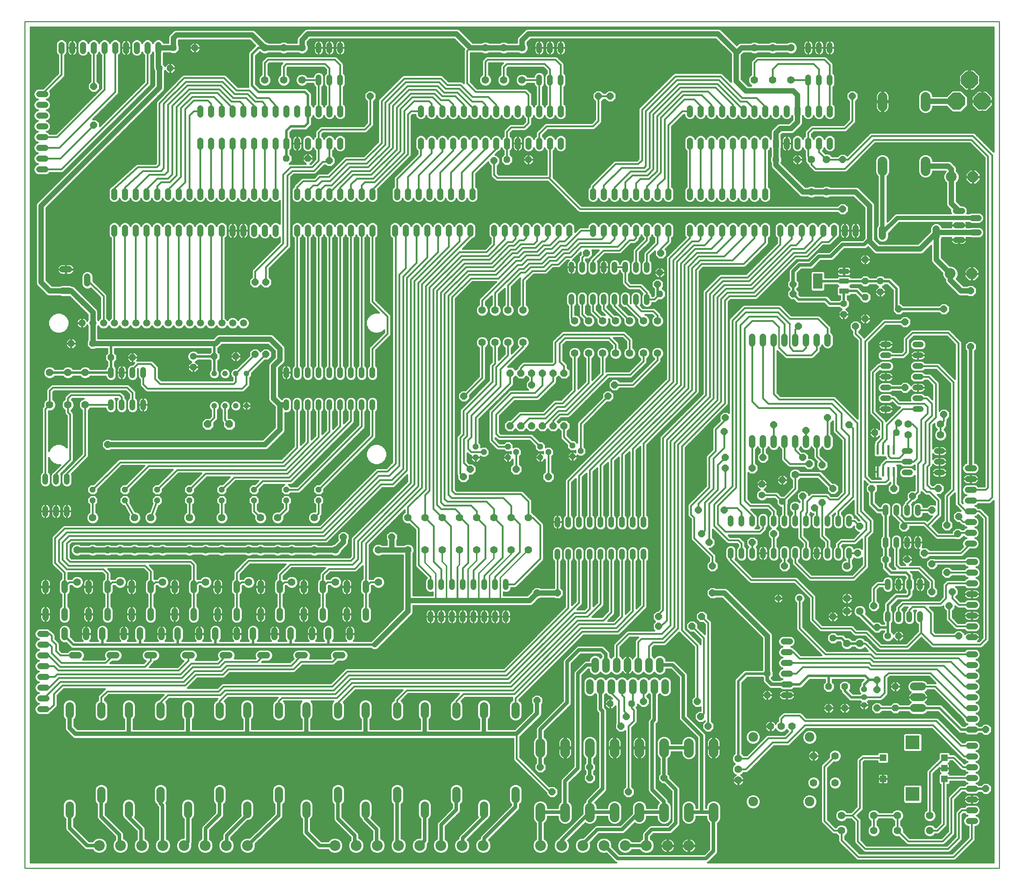
<source format=gbr>
G04 CAM350 V10.1.0 (Build 363) Date:  Fri Feb 19 12:51:18 2016 *
G04 Database: E:\my prjs\IO_Experiment_Faculta\Gerber\IO_Experiment_Board.cam *
G04 Layer 3: LS.gbr *
%FSLAX24Y24*%
%MOIN*%
%SFA1.000B1.000*%

%MIA0B0*%
%IPPOS*%
%ADD10C,0.01000*%
%ADD11C,0.05600*%
%ADD12C,0.05200*%
%ADD13C,0.07000*%
%ADD15C,0.06000*%
%ADD16C,0.06600*%
%ADD18P,0.05628X8X22.5*%
%ADD19P,0.06819X8X22.5*%
%ADD71C,0.06300*%
%ADD20C,0.05940*%
%ADD21C,0.05600*%
%ADD22C,0.07400*%
%ADD23C,0.09000*%
%ADD24C,0.05540*%
%ADD25C,0.07800*%
%ADD26C,0.10000*%
%ADD27C,0.09840*%
%ADD28P,0.07577X8X22.5*%
%ADD29R,0.02360X0.08660*%
%ADD73C,0.07680*%
%ADD33C,0.08850*%
%ADD34C,0.07090*%
%ADD35R,0.05940X0.05940*%
%ADD36R,0.12660X0.12660*%
%ADD39C,0.03200*%
%ADD40C,0.02400*%
%ADD41C,0.04000*%
%ADD42C,0.01600*%
%ADD43C,0.05000*%
%ADD44P,0.17048X8X22.5*%
%ADD45P,0.10824X8X22.5*%
%ADD46R,0.08800X0.04800*%
%ADD47R,0.08660X0.14170*%
%ADD48P,0.07144X8X22.5*%
%ADD49P,0.06927X8X22.5*%
%ADD50C,0.01200*%
%LNLS.gbr*%
%LPD*%
G54D13*
X73650Y79350D03*
X71950D03*
X70250D03*
Y76350D03*
X71950D03*
X73650D03*
X75550Y68950D03*
X76950D03*
Y65950D03*
X75550D03*
X61250Y53950D03*
X59950D03*
X58650D03*
X57350D03*
X56150D03*
X54850D03*
X53550D03*
Y50950D03*
X54850D03*
X56150D03*
X57350D03*
X58650D03*
X59950D03*
X61250D03*
X48750Y51950D03*
X47350D03*
X46150D03*
X44950D03*
Y54950D03*
X46150D03*
X47350D03*
X48750D03*
X49250Y35650D03*
X47650D03*
X46050D03*
X44450D03*
X42850D03*
X41250D03*
X39650D03*
X38050D03*
Y32650D03*
X39650D03*
X41250D03*
X42850D03*
X44450D03*
X46050D03*
X47650D03*
X49250D03*
X35300D03*
Y29650D03*
X31300D03*
Y32650D03*
X29350D03*
X27250D03*
X25950D03*
X24350D03*
X23250D03*
X20750D03*
X19250D03*
X17750D03*
X15250D03*
X14150D03*
X12650D03*
X11300D03*
X8750D03*
X7300D03*
X8750Y35650D03*
X12650D03*
X14150D03*
X17750D03*
X20750D03*
X24350D03*
X25950D03*
X29350D03*
X27250Y29650D03*
X23250D03*
X19250D03*
X15250D03*
X11300D03*
X7300D03*
X8050Y46150D03*
X6450D03*
X4750D03*
Y49150D03*
X6450D03*
X8050D03*
X24750Y76350D03*
X26500D03*
X28200D03*
Y79350D03*
X26500D03*
X24750D03*
X45250D03*
X46950D03*
X48650D03*
Y76350D03*
X46950D03*
X45250D03*
X84550Y44350D03*
Y43350D03*
X87550D03*
Y44350D03*
X74050Y39650D03*
Y36650D03*
X78850Y31150D03*
Y28150D03*
Y26950D03*
X80050D03*
Y23950D03*
X78850D03*
X73750Y16250D03*
X72750D03*
X71750D03*
X68750Y13250D03*
Y12250D03*
Y11250D03*
X75750Y11000D03*
X77750D03*
Y13500D03*
X75750D03*
X78350Y7950D03*
Y6550D03*
X81350D03*
Y7950D03*
X83550D03*
Y6550D03*
X86550D03*
Y7950D03*
G54D18*
X53350Y41350D03*
X54100Y41850D03*
X53350Y42350D03*
X51100Y41750D03*
X50350Y42250D03*
Y41250D03*
X48100Y41750D03*
X47350Y42250D03*
Y41250D03*
X45100Y41750D03*
X44350Y41250D03*
Y42250D03*
X29750Y38250D03*
Y37250D03*
X26750D03*
Y38250D03*
X23750D03*
Y37250D03*
X20750D03*
Y38250D03*
X17750D03*
Y37250D03*
X14750D03*
Y38250D03*
X11750D03*
Y37250D03*
X8750D03*
Y38250D03*
G54D16*
X7752Y53752D03*
X8752D03*
X9752D03*
X10752D03*
X11752D03*
X12752D03*
X13752D03*
X14752D03*
X15752D03*
X16752D03*
X17752D03*
X18752D03*
X19752D03*
X20752D03*
X21752D03*
X22752D03*
G54D19*
X6750Y51850D03*
X8750D03*
X10450Y50550D03*
X12450D03*
X18100Y49650D03*
X20050Y50650D03*
X22050D03*
X26750Y69050D03*
X28750D03*
X18250Y79350D03*
X16250D03*
X15950Y77450D03*
X47250Y68950D03*
X49250D03*
X61450Y58450D03*
Y56450D03*
X72250Y68950D03*
X74250D03*
X80550Y59650D03*
Y57650D03*
Y56150D03*
X81950Y56650D03*
X80550Y54150D03*
X78550Y54550D03*
X81450Y43550D03*
X83450D03*
X72850Y39150D03*
X70950Y38750D03*
X72850Y37150D03*
X82450Y31750D03*
X84450D03*
X77550Y26450D03*
Y24450D03*
X77150Y19950D03*
X78650D03*
Y17950D03*
X77150D03*
X71450Y19150D03*
Y21150D03*
X83350Y19950D03*
Y17950D03*
X83650Y24650D03*
X58850Y18350D03*
X56850D03*
G54D12*
X23050Y46050D03*
X22050D03*
X21050D03*
X20050D03*
Y49050D03*
X21050D03*
X22050D03*
X23050D03*
G54D28*
X21450Y44350D03*
X19450D03*
G54D71*
X18100Y50650D03*
X14950Y77450D03*
X70950Y37750D03*
X82650Y24650D03*
X78550Y55550D03*
X81950Y57650D03*
G54D21*
X80450Y19686D03*
Y18950D03*
Y18214D03*
G54D23*
X75375Y15250D03*
X70125D03*
Y9250D03*
X75375D03*
G54D24*
X74434Y28150D03*
X72466D03*
G54D26*
X9360Y5160D03*
X11329D03*
X13297D03*
X15266D03*
X19203D03*
X21171D03*
X23140D03*
X31260D03*
X33229D03*
X35197D03*
X37166D03*
X41103D03*
X43071D03*
X45040D03*
X50360D03*
X52329D03*
X54297D03*
X56266D03*
X60203D03*
X62171D03*
X64140D03*
X88450Y58350D03*
X88550Y67350D03*
G54D27*
X58234Y5160D03*
X39134D03*
X17234D03*
G54D29*
X81700Y39926D03*
X82200D03*
X82700D03*
X83200D03*
Y41974D03*
X82700D03*
X82200D03*
X81700D03*
G54D44*
X89050Y74380D03*
X91410D03*
X90230Y76350D03*
G54D73*
X90530D03*
X89930D03*
X89050Y74680D03*
Y74080D03*
X91410D03*
Y74680D03*
G54D45*
X90550Y67350D03*
X90450Y58350D03*
G54D46*
X78570Y58560D03*
Y57650D03*
Y56740D03*
G54D47*
X76130Y57650D03*
G54D35*
X82194Y13334D03*
Y11366D03*
X87903D03*
Y12350D03*
Y13334D03*
G54D36*
X84950Y14752D03*
Y9948D03*
G54D48*
X52550Y44189D03*
X51550D03*
X50550D03*
X49550D03*
X48550D03*
X47550D03*
Y49111D03*
X48550D03*
X49550D03*
X50550D03*
X51550D03*
X52550D03*
G54D42*
X53350Y41724D03*
Y41566D03*
Y41407D03*
Y41249D03*
Y41090D03*
Y40932D03*
X47350Y41566D03*
Y41407D03*
Y41249D03*
Y41090D03*
Y40932D03*
X44350Y41249D03*
Y41090D03*
Y40932D03*
X53171Y45069D03*
X53750Y55672D03*
Y55831D03*
Y55989D03*
Y56148D03*
Y56306D03*
X59750Y55989D03*
Y55831D03*
Y55672D03*
X61450Y58050D03*
Y58208D03*
Y58367D03*
Y58525D03*
Y58684D03*
Y58842D03*
X54450Y35226D03*
Y35384D03*
Y35543D03*
X55450Y35226D03*
Y35384D03*
Y35543D03*
X56450Y35226D03*
Y35384D03*
Y35543D03*
X57450Y35226D03*
Y35384D03*
Y35543D03*
X58450Y35226D03*
Y35384D03*
Y35543D03*
X59450Y35226D03*
Y35384D03*
Y35543D03*
X52769Y39321D03*
X42719Y43371D03*
X43019Y45871D03*
X48579Y50031D03*
X54750Y55672D03*
Y55831D03*
Y55989D03*
Y56148D03*
Y56306D03*
X56750Y55989D03*
Y55831D03*
Y55672D03*
X57750Y55989D03*
Y55831D03*
Y55672D03*
X58750Y55989D03*
Y55831D03*
Y55672D03*
Y56148D03*
Y56306D03*
X59750D03*
Y56148D03*
X57750D03*
Y56306D03*
X56750D03*
Y56148D03*
X55750Y56306D03*
Y56148D03*
Y55989D03*
Y55831D03*
Y55672D03*
X58750Y58684D03*
Y58842D03*
Y59001D03*
Y59159D03*
X56250Y58367D03*
Y58525D03*
Y58684D03*
Y58842D03*
Y59001D03*
Y59159D03*
Y59318D03*
Y59476D03*
Y59635D03*
X54750Y59001D03*
Y59159D03*
X53250Y58367D03*
Y58525D03*
Y58684D03*
Y58842D03*
X54750D03*
Y58684D03*
X59750Y59001D03*
Y59159D03*
Y58842D03*
Y58684D03*
X59321Y61269D03*
X53450Y35226D03*
Y35384D03*
Y35543D03*
Y34909D03*
Y35067D03*
X54450Y34909D03*
Y35067D03*
X55450Y34909D03*
Y35067D03*
X56450Y34909D03*
Y35067D03*
X57450Y34909D03*
Y35067D03*
X58450Y34909D03*
Y35067D03*
X59450Y34909D03*
Y35067D03*
X56389Y23577D03*
X56450Y32214D03*
Y32056D03*
Y31897D03*
X25869Y18871D03*
X5879Y34831D03*
X44031Y61579D03*
X32328Y32985D03*
X34250Y46162D03*
Y46004D03*
Y45845D03*
X33250D03*
Y46004D03*
Y46162D03*
Y46321D03*
Y46479D03*
X32250D03*
Y46321D03*
Y46162D03*
Y46004D03*
Y45845D03*
X30250Y46162D03*
Y46004D03*
Y45845D03*
X31250Y46162D03*
Y46004D03*
Y45845D03*
X47150Y27142D03*
X46150D03*
X45150D03*
X44150D03*
X43150D03*
X42150D03*
X41150D03*
X40150D03*
X53450Y32214D03*
Y32056D03*
Y31897D03*
X40150Y26984D03*
Y26825D03*
Y26667D03*
Y26508D03*
Y26350D03*
Y26191D03*
Y26033D03*
Y25874D03*
X41150Y26984D03*
Y26825D03*
Y26667D03*
Y26508D03*
Y26350D03*
Y26191D03*
Y26033D03*
Y25874D03*
X42150Y26984D03*
Y26825D03*
Y26667D03*
Y26508D03*
Y26350D03*
Y26191D03*
Y26033D03*
Y25874D03*
X43150Y26984D03*
Y26825D03*
Y26667D03*
Y26508D03*
Y26350D03*
Y26191D03*
Y26033D03*
Y25874D03*
X44150Y26984D03*
Y26825D03*
Y26667D03*
Y26508D03*
Y26350D03*
Y26191D03*
Y26033D03*
Y25874D03*
X45150Y26984D03*
Y26825D03*
Y26667D03*
Y26508D03*
Y26350D03*
Y26191D03*
Y26033D03*
Y25874D03*
X46150Y26984D03*
Y26825D03*
Y26667D03*
Y26508D03*
Y26350D03*
Y26191D03*
Y26033D03*
Y25874D03*
X47150Y26984D03*
Y26825D03*
Y26667D03*
Y26508D03*
Y26350D03*
Y26191D03*
Y26033D03*
Y25874D03*
X52450Y31897D03*
Y32056D03*
Y32214D03*
Y32373D03*
Y32531D03*
X48221Y29269D03*
X51950Y34592D03*
Y34750D03*
Y34909D03*
Y35067D03*
Y35226D03*
Y35384D03*
Y35543D03*
Y35701D03*
Y35860D03*
X53450Y32531D03*
Y32373D03*
X54450Y31897D03*
Y32056D03*
Y32214D03*
Y32373D03*
Y32531D03*
X59450Y32214D03*
Y32056D03*
Y31897D03*
X19023Y7089D03*
X52102Y5968D03*
X54077Y12011D03*
X80550Y60110D03*
Y59952D03*
Y59793D03*
Y59635D03*
Y59476D03*
Y59318D03*
Y59159D03*
X70069Y78221D03*
X70279Y78431D03*
X77250Y78655D03*
X76250D03*
X75250D03*
X52250D03*
X51250D03*
X50250D03*
X30250Y76119D03*
Y76277D03*
Y76436D03*
Y76594D03*
X26750Y49808D03*
Y48540D03*
Y48698D03*
Y48857D03*
Y49015D03*
Y49174D03*
Y49332D03*
Y49491D03*
Y49649D03*
X71972Y71865D03*
X89381Y52171D03*
X74250Y68511D03*
Y68669D03*
Y68828D03*
Y68986D03*
Y69145D03*
Y69303D03*
X77431Y78021D03*
X77250Y79923D03*
Y79764D03*
Y79606D03*
Y79447D03*
Y79289D03*
Y79130D03*
Y78972D03*
Y78813D03*
X76250D03*
Y78972D03*
Y79130D03*
Y79289D03*
Y79447D03*
Y79606D03*
Y79764D03*
Y79923D03*
X75250Y78813D03*
Y78972D03*
Y79130D03*
Y79289D03*
Y79447D03*
Y79606D03*
Y79764D03*
Y79923D03*
X62629Y76881D03*
X49250Y69303D03*
Y69145D03*
Y68986D03*
Y68828D03*
Y68669D03*
Y68511D03*
X29250Y49174D03*
Y49332D03*
Y49491D03*
X30250Y49174D03*
Y49332D03*
Y49491D03*
X31250Y49174D03*
Y49332D03*
Y49491D03*
X32250Y49174D03*
Y49332D03*
Y49491D03*
X33250Y49174D03*
Y49332D03*
Y49491D03*
X34250Y49174D03*
Y49332D03*
Y49491D03*
X36331Y54621D03*
X28250Y49491D03*
Y49332D03*
Y49174D03*
Y49015D03*
Y48857D03*
X29250D03*
Y49015D03*
X30250Y48857D03*
Y49015D03*
X31250Y48857D03*
Y49015D03*
X32250Y48857D03*
Y49015D03*
X33250Y48857D03*
Y49015D03*
X34250Y48857D03*
Y49015D03*
Y46479D03*
Y46321D03*
X31250Y46479D03*
Y46321D03*
X30250Y46479D03*
Y46321D03*
X29250Y46479D03*
Y46321D03*
Y46162D03*
Y46004D03*
Y45845D03*
X6350Y35701D03*
Y35860D03*
Y36018D03*
Y36177D03*
Y36335D03*
Y36494D03*
Y36652D03*
Y36811D03*
X5350Y35701D03*
Y35860D03*
Y36018D03*
Y36177D03*
Y36335D03*
Y36494D03*
Y36652D03*
Y36811D03*
X4350Y35701D03*
Y35860D03*
Y36018D03*
Y36177D03*
Y36335D03*
Y36494D03*
Y36652D03*
Y36811D03*
X4850Y39030D03*
Y39188D03*
Y39347D03*
Y39505D03*
X27250Y45845D03*
Y46004D03*
Y46162D03*
Y46321D03*
Y46479D03*
X21550Y46004D03*
X23050Y46479D03*
X20550Y46004D03*
X23050Y45687D03*
Y45845D03*
Y46004D03*
Y46162D03*
Y46321D03*
X13450Y46796D03*
Y46638D03*
Y46479D03*
Y46321D03*
Y46162D03*
Y46004D03*
Y45845D03*
Y45687D03*
Y45528D03*
X23231Y47779D03*
X22050Y51076D03*
Y50917D03*
Y50759D03*
Y50600D03*
Y50442D03*
Y50283D03*
X20550Y49015D03*
X18100Y49174D03*
Y49332D03*
Y49491D03*
Y49649D03*
X12450Y50917D03*
Y50759D03*
Y50600D03*
Y50442D03*
Y50283D03*
Y50125D03*
X11450Y49808D03*
Y49649D03*
Y49491D03*
Y49332D03*
Y49174D03*
Y49015D03*
Y48857D03*
Y48698D03*
Y48540D03*
X12950Y49174D03*
Y49332D03*
Y49491D03*
Y49015D03*
Y48857D03*
X13269Y47779D03*
X11950Y46162D03*
Y46004D03*
Y45845D03*
X10950D03*
Y46004D03*
Y46162D03*
Y46321D03*
Y46479D03*
X11950Y46321D03*
Y46479D03*
X5850Y39188D03*
Y39030D03*
Y39347D03*
Y39505D03*
X6750Y51393D03*
Y51551D03*
Y51710D03*
Y51868D03*
Y52027D03*
Y52185D03*
Y52344D03*
X18250Y79764D03*
Y79606D03*
Y79447D03*
Y79289D03*
Y79130D03*
Y78972D03*
X29750Y78655D03*
X30750D03*
X31750D03*
X28750Y69145D03*
Y69303D03*
Y69462D03*
X55521Y71869D03*
X50750Y76594D03*
Y76436D03*
Y76277D03*
Y76119D03*
X48369Y49821D03*
X50350Y41566D03*
Y41407D03*
Y41249D03*
Y41090D03*
Y40932D03*
X56850Y18742D03*
Y18583D03*
Y18425D03*
Y18266D03*
Y18108D03*
Y17949D03*
X89021Y3919D03*
X90631Y5529D03*
X68550Y32373D03*
Y32531D03*
Y32690D03*
X82450Y51393D03*
Y51551D03*
Y51710D03*
Y51868D03*
Y52027D03*
Y52185D03*
Y46162D03*
Y46004D03*
Y45845D03*
Y45687D03*
Y45528D03*
Y45370D03*
X82229Y41031D03*
X82019Y40821D03*
X81700Y40456D03*
Y40298D03*
Y40139D03*
Y39981D03*
Y39926D03*
Y39822D03*
Y39664D03*
Y39505D03*
Y39347D03*
X85450Y51076D03*
Y50917D03*
Y50759D03*
Y50600D03*
Y50442D03*
X81450Y43943D03*
Y43785D03*
Y43626D03*
Y43468D03*
Y43309D03*
Y43151D03*
X83950Y36335D03*
Y36177D03*
Y36018D03*
X84950Y36652D03*
Y36494D03*
Y36335D03*
Y36177D03*
Y36018D03*
X85450Y48064D03*
Y47906D03*
Y47747D03*
Y47589D03*
Y47430D03*
X87450Y42200D03*
Y42041D03*
Y41883D03*
Y41724D03*
Y41566D03*
Y41249D03*
Y41090D03*
Y40932D03*
Y40773D03*
Y40615D03*
Y40456D03*
Y40139D03*
Y39981D03*
Y39822D03*
Y39664D03*
Y39505D03*
X85150Y26508D03*
Y26350D03*
Y26191D03*
X84450Y33958D03*
Y33799D03*
Y33641D03*
Y33482D03*
Y33324D03*
Y33165D03*
Y33007D03*
Y32848D03*
Y32690D03*
X85450D03*
Y32848D03*
Y33007D03*
Y33165D03*
Y33324D03*
Y33482D03*
Y33641D03*
Y33799D03*
Y33958D03*
X85650Y28886D03*
Y29044D03*
Y29203D03*
Y29361D03*
Y29520D03*
Y29678D03*
Y29837D03*
Y29995D03*
X83650Y25082D03*
Y24923D03*
Y24765D03*
Y24606D03*
Y24448D03*
Y24289D03*
Y28886D03*
Y29044D03*
Y29203D03*
Y29361D03*
Y29520D03*
Y29678D03*
Y29837D03*
Y29995D03*
X77550Y35384D03*
Y35226D03*
Y35067D03*
Y32690D03*
Y32531D03*
Y32373D03*
Y32214D03*
Y32056D03*
X75550Y35384D03*
Y35226D03*
Y35067D03*
X76050Y33007D03*
Y32848D03*
Y32690D03*
Y32531D03*
Y32373D03*
Y32214D03*
Y32056D03*
Y31897D03*
Y31739D03*
X73550Y35701D03*
Y35543D03*
Y35384D03*
Y35226D03*
Y35067D03*
X72550Y32690D03*
Y32531D03*
Y32373D03*
Y32214D03*
Y32056D03*
X68550D03*
Y32214D03*
X70550Y35384D03*
Y35226D03*
Y35067D03*
X71550Y35384D03*
Y35226D03*
Y35067D03*
X67869Y31479D03*
X73550Y32056D03*
Y32214D03*
Y32373D03*
Y32531D03*
Y32690D03*
X74550Y32373D03*
Y32531D03*
Y32690D03*
Y32214D03*
Y32056D03*
X78550D03*
Y32214D03*
Y32373D03*
Y32531D03*
Y32690D03*
Y35384D03*
Y35226D03*
Y35067D03*
Y35543D03*
Y35701D03*
X82950Y33007D03*
Y33165D03*
Y33324D03*
Y33482D03*
Y33641D03*
Y36018D03*
Y36177D03*
Y36335D03*
Y36494D03*
Y36652D03*
X83950D03*
Y36494D03*
X84150Y26508D03*
Y26350D03*
Y26191D03*
X83150D03*
Y26350D03*
Y26508D03*
Y26667D03*
X85150D03*
X84150D03*
X77550Y26033D03*
Y26191D03*
Y26350D03*
Y26508D03*
Y26667D03*
Y26825D03*
X78850Y27459D03*
Y26508D03*
Y26667D03*
Y26825D03*
Y26984D03*
Y27142D03*
Y27301D03*
Y27776D03*
Y27935D03*
Y28093D03*
Y28252D03*
Y28410D03*
Y28569D03*
X81950Y56623D03*
Y56465D03*
Y56306D03*
X70550Y35701D03*
Y35543D03*
X71550Y35701D03*
Y35543D03*
X77231Y53521D03*
X78550Y54087D03*
Y54246D03*
Y54404D03*
X80550Y54563D03*
Y54404D03*
Y54246D03*
Y54087D03*
Y53929D03*
Y53770D03*
X82450Y49174D03*
Y49015D03*
Y48857D03*
Y48698D03*
Y48540D03*
Y48381D03*
X84450Y31897D03*
Y32056D03*
Y32214D03*
X72850Y38713D03*
Y38871D03*
Y39030D03*
Y39188D03*
Y39347D03*
Y39505D03*
X70950Y39188D03*
Y39030D03*
Y38871D03*
X72550Y35701D03*
Y35543D03*
Y35384D03*
Y35226D03*
Y35067D03*
X75550Y35543D03*
Y35701D03*
X77550Y35543D03*
Y35701D03*
X71050Y31739D03*
Y31897D03*
Y32056D03*
Y32214D03*
Y32373D03*
Y32531D03*
Y32690D03*
Y32848D03*
Y33007D03*
X69550Y32690D03*
Y32531D03*
Y32373D03*
Y32214D03*
Y32056D03*
X83350Y19534D03*
Y19693D03*
Y19851D03*
Y20010D03*
Y20168D03*
Y20327D03*
X78650Y18425D03*
Y18266D03*
Y18108D03*
Y17949D03*
Y17791D03*
Y17632D03*
Y17474D03*
X80450Y17791D03*
Y17949D03*
Y18108D03*
X71450Y18742D03*
Y18900D03*
Y19059D03*
Y19217D03*
Y19376D03*
Y19534D03*
X77150Y17474D03*
Y17632D03*
Y17791D03*
Y17949D03*
Y18108D03*
Y18266D03*
Y18425D03*
X71279Y15331D03*
X59231Y16479D03*
X15950Y77070D03*
Y77228D03*
Y77387D03*
Y77545D03*
Y77704D03*
Y77862D03*
X29750Y78813D03*
Y78972D03*
Y79130D03*
Y79289D03*
Y79447D03*
Y79606D03*
Y79764D03*
Y79923D03*
X30750Y78813D03*
Y78972D03*
Y79130D03*
Y79289D03*
Y79447D03*
Y79606D03*
Y79764D03*
Y79923D03*
X31750Y78813D03*
Y78972D03*
Y79130D03*
Y79289D03*
Y79447D03*
Y79606D03*
Y79764D03*
Y79923D03*
X50250Y78813D03*
Y78972D03*
Y79130D03*
Y79289D03*
Y79447D03*
Y79606D03*
Y79764D03*
Y79923D03*
X51250Y78813D03*
Y78972D03*
Y79130D03*
Y79289D03*
Y79447D03*
Y79606D03*
Y79764D03*
Y79923D03*
X52250Y78813D03*
Y78972D03*
Y79130D03*
Y79289D03*
Y79447D03*
Y79606D03*
Y79764D03*
Y79923D03*
X21550Y49015D03*
X28250Y46162D03*
Y46004D03*
Y45845D03*
Y46321D03*
Y46479D03*
X59450Y32531D03*
Y32373D03*
X57450Y32214D03*
Y32056D03*
Y31897D03*
X58450Y32214D03*
Y32056D03*
Y31897D03*
X55450D03*
Y32056D03*
Y32214D03*
Y32373D03*
Y32531D03*
X56450D03*
Y32373D03*
X57450Y32531D03*
Y32373D03*
X58450Y32531D03*
Y32373D03*
G54D49*
X90350Y56750D03*
X87850Y55050D03*
X84250Y53850D03*
X83650Y55050D03*
X79650Y53450D03*
X74350D03*
X73850Y56450D03*
Y57350D03*
X78450Y64350D03*
Y68950D03*
X79350Y74850D03*
X61550Y60250D03*
X61250Y57350D03*
X54650Y60250D03*
X46050Y68850D03*
X55750Y74850D03*
X56850D03*
X34550D03*
X30750Y68850D03*
X24850Y57550D03*
X23850D03*
Y50850D03*
X24850D03*
X10150Y42450D03*
Y32650D03*
X32050Y33850D03*
X36550D03*
X43200Y39450D03*
X43850Y40150D03*
X48100D03*
X51100Y39450D03*
X56650Y46950D03*
X57250Y48000D03*
X49550D03*
X43250Y46950D03*
X50050Y28650D03*
X51950D03*
X61350Y26450D03*
Y25550D03*
X64450D03*
X65350Y26450D03*
X66350Y28650D03*
Y31150D03*
X66050Y33350D03*
X65350Y34150D03*
X65050Y36350D03*
X67450D03*
X70050Y33350D03*
X72050Y34150D03*
X73050Y31150D03*
X75850Y36550D03*
X76550Y37050D03*
X77550Y38350D03*
X76550Y40550D03*
X75350Y40650D03*
X74750Y41250D03*
X75050Y43750D03*
X77050Y44950D03*
X79050Y44300D03*
X83650Y44450D03*
X84250Y47750D03*
X87850Y45250D03*
X90350Y51550D03*
X87350Y38350D03*
X86750Y36350D03*
X88150Y34950D03*
X89150Y34150D03*
X89250Y35750D03*
X86050Y32350D03*
X86750Y31350D03*
X88150Y30550D03*
X88650Y28750D03*
X88350Y27450D03*
X86750Y28750D03*
X89250Y24650D03*
X81650Y25450D03*
X81350Y27450D03*
X79850Y32350D03*
X80050Y34850D03*
X81150Y38350D03*
X83200D03*
X84950Y37650D03*
X84150Y34850D03*
X74750Y37650D03*
X71050Y41250D03*
X70050Y40250D03*
X67550D03*
Y41250D03*
X67450Y43650D03*
X67550Y44950D03*
X72050Y44300D03*
X81650Y20550D03*
Y19650D03*
Y17950D03*
X91750Y15950D03*
Y10450D03*
X65950Y16250D03*
X65250Y17150D03*
X64950Y18550D03*
X59950D03*
X58350Y17150D03*
X57850Y16250D03*
X54950Y12450D03*
Y11450D03*
X58550Y10150D03*
X61850Y11450D03*
X51450Y10150D03*
X50350Y12450D03*
X50050Y18650D03*
X8850Y72150D03*
Y75750D03*
G54D10*
X2450Y3050D02*
G01Y81790D01*
X93001*
Y3050*
X2450*
G54D11*
X3870Y17850D02*
G01X4430D01*
Y18850D02*
G01X3870D01*
Y19850D02*
G01X4430D01*
Y20850D02*
G01X3870D01*
Y21850D02*
G01X4430D01*
Y22850D02*
G01X3870D01*
Y23850D02*
G01X4430D01*
Y24850D02*
G01X3870D01*
X10750Y62070D02*
G01Y62630D01*
X11750D02*
G01Y62070D01*
X12750D02*
G01Y62630D01*
X13750D02*
G01Y62070D01*
X14750D02*
G01Y62630D01*
X15750D02*
G01Y62070D01*
X16750D02*
G01Y62630D01*
X17750D02*
G01Y62070D01*
X18750D02*
G01Y62630D01*
X19750D02*
G01Y62070D01*
X20750D02*
G01Y62630D01*
X21750D02*
G01Y62070D01*
X22750D02*
G01Y62630D01*
X23750D02*
G01Y62070D01*
X24750D02*
G01Y62630D01*
X25750D02*
G01Y62070D01*
X27750D02*
G01Y62630D01*
X28750D02*
G01Y62070D01*
X29750D02*
G01Y62630D01*
X30750D02*
G01Y62070D01*
X31750D02*
G01Y62630D01*
X32750D02*
G01Y62070D01*
X33750D02*
G01Y62630D01*
X34750D02*
G01Y62070D01*
X36850D02*
G01Y62630D01*
X37850D02*
G01Y62070D01*
X38850D02*
G01Y62630D01*
X39850D02*
G01Y62070D01*
X40850D02*
G01Y62630D01*
X41850D02*
G01Y62070D01*
X42850D02*
G01Y62630D01*
X43850D02*
G01Y62070D01*
X46050D02*
G01Y62630D01*
X47050D02*
G01Y62070D01*
X48050D02*
G01Y62630D01*
X49050D02*
G01Y62070D01*
X50050D02*
G01Y62630D01*
X51050D02*
G01Y62070D01*
X52050D02*
G01Y62630D01*
X53050D02*
G01Y62070D01*
X55250D02*
G01Y62630D01*
X56250D02*
G01Y62070D01*
X57250D02*
G01Y62630D01*
X58250D02*
G01Y62070D01*
X59250D02*
G01Y62630D01*
X60250D02*
G01Y62070D01*
X61250D02*
G01Y62630D01*
X62250D02*
G01Y62070D01*
X64250D02*
G01Y62630D01*
X65250D02*
G01Y62070D01*
X66250D02*
G01Y62630D01*
X67250D02*
G01Y62070D01*
X68250D02*
G01Y62630D01*
X69250D02*
G01Y62070D01*
X70250D02*
G01Y62630D01*
X71250D02*
G01Y62070D01*
X72650D02*
G01Y62630D01*
X73650D02*
G01Y62070D01*
X74650D02*
G01Y62630D01*
X75650D02*
G01Y62070D01*
X76650D02*
G01Y62630D01*
X77650D02*
G01Y62070D01*
X78650D02*
G01Y62630D01*
X79650D02*
G01Y62070D01*
X71250Y65470D02*
G01Y66030D01*
X70250D02*
G01Y65470D01*
X69250D02*
G01Y66030D01*
X68250D02*
G01Y65470D01*
X67250D02*
G01Y66030D01*
X66250D02*
G01Y65470D01*
X65250D02*
G01Y66030D01*
X64250D02*
G01Y65470D01*
X62250D02*
G01Y66030D01*
X61250D02*
G01Y65470D01*
X60250D02*
G01Y66030D01*
X59250D02*
G01Y65470D01*
X58250D02*
G01Y66030D01*
X57250D02*
G01Y65470D01*
X56250D02*
G01Y66030D01*
X55250D02*
G01Y65470D01*
X52250Y70170D02*
G01Y70730D01*
X51250D02*
G01Y70170D01*
X50250D02*
G01Y70730D01*
X49250D02*
G01Y70170D01*
X48250D02*
G01Y70730D01*
X47250D02*
G01Y70170D01*
X46250D02*
G01Y70730D01*
X45250D02*
G01Y70170D01*
X44250D02*
G01Y70730D01*
X43250D02*
G01Y70170D01*
X42250D02*
G01Y70730D01*
X41250D02*
G01Y70170D01*
X40250D02*
G01Y70730D01*
X39250D02*
G01Y70170D01*
Y73170D02*
G01Y73730D01*
X40250D02*
G01Y73170D01*
X41250D02*
G01Y73730D01*
X42250D02*
G01Y73170D01*
X43250D02*
G01Y73730D01*
X44250D02*
G01Y73170D01*
X45250D02*
G01Y73730D01*
X46250D02*
G01Y73170D01*
X47250D02*
G01Y73730D01*
X48250D02*
G01Y73170D01*
X49250D02*
G01Y73730D01*
X50250D02*
G01Y73170D01*
X51250D02*
G01Y73730D01*
X52250D02*
G01Y73170D01*
X44050Y66030D02*
G01Y65470D01*
X43050D02*
G01Y66030D01*
X42050D02*
G01Y65470D01*
X41050D02*
G01Y66030D01*
X40050D02*
G01Y65470D01*
X39050D02*
G01Y66030D01*
X38050D02*
G01Y65470D01*
X37050D02*
G01Y66030D01*
X34750D02*
G01Y65470D01*
X33750D02*
G01Y66030D01*
X32750D02*
G01Y65470D01*
X31750D02*
G01Y66030D01*
X30750D02*
G01Y65470D01*
X29750D02*
G01Y66030D01*
X28750D02*
G01Y65470D01*
X27750D02*
G01Y66030D01*
X25750D02*
G01Y65470D01*
X24750D02*
G01Y66030D01*
X23750D02*
G01Y65470D01*
X22750D02*
G01Y66030D01*
X21750D02*
G01Y65470D01*
X20750D02*
G01Y66030D01*
X19750D02*
G01Y65470D01*
X18750D02*
G01Y66030D01*
X17750D02*
G01Y65470D01*
X16750D02*
G01Y66030D01*
X15750D02*
G01Y65470D01*
X14750D02*
G01Y66030D01*
X13750D02*
G01Y65470D01*
X12750D02*
G01Y66030D01*
X11750D02*
G01Y65470D01*
X10750D02*
G01Y66030D01*
X4330Y68050D02*
G01X3770D01*
Y69050D02*
G01X4330D01*
Y70050D02*
G01X3770D01*
Y71050D02*
G01X4330D01*
Y72050D02*
G01X3770D01*
Y73050D02*
G01X4330D01*
Y74050D02*
G01X3770D01*
Y75050D02*
G01X4330D01*
X5850Y79070D02*
G01Y79630D01*
X6850D02*
G01Y79070D01*
X7850D02*
G01Y79630D01*
X8850D02*
G01Y79070D01*
X9850D02*
G01Y79630D01*
X10850D02*
G01Y79070D01*
X11850D02*
G01Y79630D01*
X12850D02*
G01Y79070D01*
X13850D02*
G01Y79630D01*
X14850D02*
G01Y79070D01*
X18750Y73730D02*
G01Y73170D01*
X19750D02*
G01Y73730D01*
X20750D02*
G01Y73170D01*
X21750D02*
G01Y73730D01*
X22750D02*
G01Y73170D01*
X23750D02*
G01Y73730D01*
X24750D02*
G01Y73170D01*
X25750D02*
G01Y73730D01*
X26750D02*
G01Y73170D01*
X27750D02*
G01Y73730D01*
X28750D02*
G01Y73170D01*
X29750D02*
G01Y73730D01*
X30750D02*
G01Y73170D01*
X31750D02*
G01Y73730D01*
Y70730D02*
G01Y70170D01*
X30750D02*
G01Y70730D01*
X29750D02*
G01Y70170D01*
X28750D02*
G01Y70730D01*
X27750D02*
G01Y70170D01*
X26750D02*
G01Y70730D01*
X25750D02*
G01Y70170D01*
X24750D02*
G01Y70730D01*
X23750D02*
G01Y70170D01*
X22750D02*
G01Y70730D01*
X21750D02*
G01Y70170D01*
X20750D02*
G01Y70730D01*
X19750D02*
G01Y70170D01*
X18750D02*
G01Y70730D01*
X64250D02*
G01Y70170D01*
X65250D02*
G01Y70730D01*
X66250D02*
G01Y70170D01*
X67250D02*
G01Y70730D01*
X68250D02*
G01Y70170D01*
X69250D02*
G01Y70730D01*
X70250D02*
G01Y70170D01*
X71250D02*
G01Y70730D01*
X72250D02*
G01Y70170D01*
X73250D02*
G01Y70730D01*
X74250D02*
G01Y70170D01*
X75250D02*
G01Y70730D01*
X76250D02*
G01Y70170D01*
X77250D02*
G01Y70730D01*
Y73170D02*
G01Y73730D01*
X76250D02*
G01Y73170D01*
X75250D02*
G01Y73730D01*
X74250D02*
G01Y73170D01*
X73250D02*
G01Y73730D01*
X72250D02*
G01Y73170D01*
X71250D02*
G01Y73730D01*
X70250D02*
G01Y73170D01*
X69250D02*
G01Y73730D01*
X68250D02*
G01Y73170D01*
X67250D02*
G01Y73730D01*
X66250D02*
G01Y73170D01*
X65250D02*
G01Y73730D01*
X64250D02*
G01Y73170D01*
X90070Y40250D02*
G01X90630D01*
Y39250D02*
G01X90070D01*
Y38250D02*
G01X90630D01*
Y37250D02*
G01X90070D01*
Y36250D02*
G01X90630D01*
Y35250D02*
G01X90070D01*
Y34250D02*
G01X90630D01*
Y33250D02*
G01X90070D01*
X90170Y31550D02*
G01X90730D01*
Y30550D02*
G01X90170D01*
Y29550D02*
G01X90730D01*
Y28550D02*
G01X90170D01*
Y27550D02*
G01X90730D01*
Y26550D02*
G01X90170D01*
Y25550D02*
G01X90730D01*
Y24550D02*
G01X90170D01*
Y22950D02*
G01X90730D01*
Y21950D02*
G01X90170D01*
Y20950D02*
G01X90730D01*
Y19950D02*
G01X90170D01*
Y18950D02*
G01X90730D01*
Y17950D02*
G01X90170D01*
Y16950D02*
G01X90730D01*
Y15950D02*
G01X90170D01*
Y14450D02*
G01X90730D01*
Y13450D02*
G01X90170D01*
Y12450D02*
G01X90730D01*
Y11450D02*
G01X90170D01*
Y10450D02*
G01X90730D01*
Y9450D02*
G01X90170D01*
Y8450D02*
G01X90730D01*
Y7450D02*
G01X90170D01*
X73530Y19150D02*
G01X72970D01*
Y20150D02*
G01X73530D01*
Y21150D02*
G01X72970D01*
Y22150D02*
G01X73530D01*
Y23150D02*
G01X72970D01*
Y24150D02*
G01X73530D01*
G54D12*
X82650Y26190D02*
G01Y26710D01*
X83650D02*
G01Y26190D01*
X84650D02*
G01Y26710D01*
X85650D02*
G01Y26190D01*
Y29190D02*
G01Y29710D01*
X84650D02*
G01Y29190D01*
X83650D02*
G01Y29710D01*
X82650D02*
G01Y29190D01*
X79050Y32090D02*
G01Y32610D01*
X78050D02*
G01Y32090D01*
X77050D02*
G01Y32610D01*
X76050D02*
G01Y32090D01*
X75050D02*
G01Y32610D01*
X74050D02*
G01Y32090D01*
X73050D02*
G01Y32610D01*
X72050D02*
G01Y32090D01*
X71050D02*
G01Y32610D01*
X70050D02*
G01Y32090D01*
X69050D02*
G01Y32610D01*
X68050D02*
G01Y32090D01*
Y35090D02*
G01Y35610D01*
X69050D02*
G01Y35090D01*
X70050D02*
G01Y35610D01*
X71050D02*
G01Y35090D01*
X72050D02*
G01Y35610D01*
X73050D02*
G01Y35090D01*
X74050D02*
G01Y35610D01*
X75050D02*
G01Y35090D01*
X76050D02*
G01Y35610D01*
X77050D02*
G01Y35090D01*
X78050D02*
G01Y35610D01*
X79050D02*
G01Y35090D01*
X82450Y36090D02*
G01Y36610D01*
X83450D02*
G01Y36090D01*
X84450D02*
G01Y36610D01*
X85450D02*
G01Y36090D01*
Y33610D02*
G01Y33090D01*
X84450D02*
G01Y33610D01*
X83450D02*
G01Y33090D01*
X82450D02*
G01Y33610D01*
X84190Y39850D02*
G01X84710D01*
Y40850D02*
G01X84190D01*
Y41850D02*
G01X84710D01*
X87190D02*
G01X87710D01*
Y40850D02*
G01X87190D01*
Y39850D02*
G01X87710D01*
X85710Y45750D02*
G01X85190D01*
Y46750D02*
G01X85710D01*
Y47750D02*
G01X85190D01*
Y48750D02*
G01X85710D01*
Y49750D02*
G01X85190D01*
Y50750D02*
G01X85710D01*
Y51750D02*
G01X85190D01*
X82710D02*
G01X82190D01*
Y50750D02*
G01X82710D01*
Y49750D02*
G01X82190D01*
Y48750D02*
G01X82710D01*
Y47750D02*
G01X82190D01*
Y46750D02*
G01X82710D01*
Y45750D02*
G01X82190D01*
X60250Y55690D02*
G01Y56210D01*
X59250D02*
G01Y55690D01*
X58250D02*
G01Y56210D01*
X57250D02*
G01Y55690D01*
X56250D02*
G01Y56210D01*
X55250D02*
G01Y55690D01*
X54250D02*
G01Y56210D01*
X53250D02*
G01Y55690D01*
Y58690D02*
G01Y59210D01*
X54250D02*
G01Y58690D01*
X55250D02*
G01Y59210D01*
X56250D02*
G01Y58690D01*
X57250D02*
G01Y59210D01*
X58250D02*
G01Y58690D01*
X59250D02*
G01Y59210D01*
X60250D02*
G01Y58690D01*
X52250Y76090D02*
G01Y76610D01*
X51250D02*
G01Y76090D01*
X50250D02*
G01Y76610D01*
Y79090D02*
G01Y79610D01*
X51250D02*
G01Y79090D01*
X52250D02*
G01Y79610D01*
X31750D02*
G01Y79090D01*
X30750D02*
G01Y79610D01*
X29750D02*
G01Y79090D01*
Y76610D02*
G01Y76090D01*
X30750D02*
G01Y76610D01*
X31750D02*
G01Y76090D01*
Y49410D02*
G01Y48890D01*
X30750D02*
G01Y49410D01*
X29750D02*
G01Y48890D01*
X28750D02*
G01Y49410D01*
X27750D02*
G01Y48890D01*
X26750D02*
G01Y49410D01*
Y46410D02*
G01Y45890D01*
X27750D02*
G01Y46410D01*
X28750D02*
G01Y45890D01*
X29750D02*
G01Y46410D01*
X30750D02*
G01Y45890D01*
X31750D02*
G01Y46410D01*
X32750D02*
G01Y45890D01*
X33750D02*
G01Y46410D01*
X34750D02*
G01Y45890D01*
Y48890D02*
G01Y49410D01*
X33750D02*
G01Y48890D01*
X32750D02*
G01Y49410D01*
X13450D02*
G01Y48890D01*
X12450D02*
G01Y49410D01*
X11450D02*
G01Y48890D01*
X10450D02*
G01Y49410D01*
Y46410D02*
G01Y45890D01*
X11450D02*
G01Y46410D01*
X12450D02*
G01Y45890D01*
X13450D02*
G01Y46410D01*
X6350Y39510D02*
G01Y38990D01*
X5350D02*
G01Y39510D01*
X4350D02*
G01Y38990D01*
Y36510D02*
G01Y35990D01*
X5350D02*
G01Y36510D01*
X6350D02*
G01Y35990D01*
X40150Y29710D02*
G01Y29190D01*
X41150D02*
G01Y29710D01*
X42150D02*
G01Y29190D01*
X43150D02*
G01Y29710D01*
X44150D02*
G01Y29190D01*
X45150D02*
G01Y29710D01*
X46150D02*
G01Y29190D01*
X47150D02*
G01Y29710D01*
Y26710D02*
G01Y26190D01*
X46150D02*
G01Y26710D01*
X45150D02*
G01Y26190D01*
X44150D02*
G01Y26710D01*
X43150D02*
G01Y26190D01*
X42150D02*
G01Y26710D01*
X41150D02*
G01Y26190D01*
X40150D02*
G01Y26710D01*
X51950Y31990D02*
G01Y32510D01*
X52950D02*
G01Y31990D01*
X53950D02*
G01Y32510D01*
X54950D02*
G01Y31990D01*
X55950D02*
G01Y32510D01*
X56950D02*
G01Y31990D01*
X57950D02*
G01Y32510D01*
X58950D02*
G01Y31990D01*
X59950D02*
G01Y32510D01*
Y34990D02*
G01Y35510D01*
X58950D02*
G01Y34990D01*
X57950D02*
G01Y35510D01*
X56950D02*
G01Y34990D01*
X55950D02*
G01Y35510D01*
X54950D02*
G01Y34990D01*
X53950D02*
G01Y35510D01*
X52950D02*
G01Y34990D01*
X51950D02*
G01Y35510D01*
X75250Y76090D02*
G01Y76610D01*
X76250D02*
G01Y76090D01*
X77250D02*
G01Y76610D01*
Y79090D02*
G01Y79610D01*
X76250D02*
G01Y79090D01*
X75250D02*
G01Y79610D01*
G54D15*
X8360Y29530D02*
G01Y28930D01*
X10140D02*
G01Y29530D01*
X12360D02*
G01Y28930D01*
X14140D02*
G01Y29530D01*
X16360D02*
G01Y28930D01*
X18140D02*
G01Y29530D01*
X20360D02*
G01Y28930D01*
X22140D02*
G01Y29530D01*
X24360D02*
G01Y28930D01*
X26140D02*
G01Y29530D01*
X28360D02*
G01Y28930D01*
X30140D02*
G01Y29530D01*
X32360D02*
G01Y28930D01*
X34140D02*
G01Y29530D01*
Y26970D02*
G01Y26370D01*
X32360D02*
G01Y26970D01*
X32650Y25150D02*
G01Y24550D01*
X31950Y22850D02*
G01X31350D01*
X30650Y24550D02*
G01Y25150D01*
X30140Y26370D02*
G01Y26970D01*
X28360D02*
G01Y26370D01*
X29150Y25150D02*
G01Y24550D01*
X28450Y22850D02*
G01X27850D01*
X27150Y24550D02*
G01Y25150D01*
X26140Y26370D02*
G01Y26970D01*
X24360D02*
G01Y26370D01*
X23650Y25150D02*
G01Y24550D01*
X22150D02*
G01Y25150D01*
X22140Y26370D02*
G01Y26970D01*
X20360D02*
G01Y26370D01*
X20150Y25150D02*
G01Y24550D01*
X18650D02*
G01Y25150D01*
X18140Y26370D02*
G01Y26970D01*
X16360D02*
G01Y26370D01*
X16650Y25150D02*
G01Y24550D01*
X15150D02*
G01Y25150D01*
X14140Y26370D02*
G01Y26970D01*
X12360D02*
G01Y26370D01*
X11650Y25150D02*
G01Y24550D01*
X13150D02*
G01Y25150D01*
X13850Y22850D02*
G01X14450D01*
X17350D02*
G01X17950D01*
X20850D02*
G01X21450D01*
X24350D02*
G01X24950D01*
X25650Y24550D02*
G01Y25150D01*
X10950Y22850D02*
G01X10350D01*
X9650Y24550D02*
G01Y25150D01*
X10140Y26370D02*
G01Y26970D01*
X8360D02*
G01Y26370D01*
X8150Y25150D02*
G01Y24550D01*
X7450Y22850D02*
G01X6850D01*
X6150Y24550D02*
G01Y25150D01*
X6140Y26370D02*
G01Y26970D01*
X4360D02*
G01Y26370D01*
Y28930D02*
G01Y29530D01*
X6140D02*
G01Y28930D01*
X5950Y56750D02*
G01X6550D01*
X8250Y57450D02*
G01Y58050D01*
X6550Y58750D02*
G01X5950D01*
G54D20*
X77050Y52471D02*
G01Y51878D01*
X76050D02*
G01Y52471D01*
X75050D02*
G01Y51878D01*
X74050D02*
G01Y52471D01*
X73050D02*
G01Y51878D01*
X72050D02*
G01Y52471D01*
X71050D02*
G01Y51878D01*
X70050D02*
G01Y52471D01*
Y43022D02*
G01Y42429D01*
X71050D02*
G01Y43022D01*
X72050D02*
G01Y42429D01*
X73050D02*
G01Y43022D01*
X74050D02*
G01Y42429D01*
X75050D02*
G01Y43022D01*
X76050D02*
G01Y42429D01*
X77050D02*
G01Y43022D01*
G54D22*
X85080Y17950D02*
G01X85820D01*
Y18950D02*
G01X85080D01*
Y19950D02*
G01X85820D01*
G54D25*
X48050Y18140D02*
G01Y17360D01*
X45100D02*
G01Y18140D01*
X42550D02*
G01Y17360D01*
X39600D02*
G01Y18140D01*
X37050D02*
G01Y17360D01*
X34100D02*
G01Y18140D01*
X31550D02*
G01Y17360D01*
X28600D02*
G01Y18140D01*
X26050D02*
G01Y17360D01*
X23100D02*
G01Y18140D01*
X20550D02*
G01Y17360D01*
X17600D02*
G01Y18140D01*
X15050D02*
G01Y17360D01*
X12100D02*
G01Y18140D01*
X9550D02*
G01Y17360D01*
X6600D02*
G01Y18140D01*
X9550Y10270D02*
G01Y9490D01*
X12100Y8890D02*
G01Y8110D01*
X15050Y9490D02*
G01Y10270D01*
X17600Y8890D02*
G01Y8110D01*
X20550Y9490D02*
G01Y10270D01*
X23100Y8890D02*
G01Y8110D01*
X26050Y9490D02*
G01Y10270D01*
X28600Y8890D02*
G01Y8110D01*
X31550Y9490D02*
G01Y10270D01*
X34100Y8890D02*
G01Y8110D01*
X37050Y9490D02*
G01Y10270D01*
X39600Y8890D02*
G01Y8110D01*
X42550Y9490D02*
G01Y10270D01*
X45100Y8890D02*
G01Y8110D01*
X48050Y9490D02*
G01Y10270D01*
X6600Y8890D02*
G01Y8110D01*
G54D24*
X88966Y61511D02*
G01X89520D01*
X90501Y62181D02*
G01X91056D01*
Y63519D02*
G01X90501D01*
X89520Y62850D02*
G01X88966D01*
Y64189D02*
G01X89520D01*
G54D16*
X87150Y62480D02*
G01Y61820D01*
X82150D02*
G01Y62480D01*
G54D33*
Y67908D02*
G01Y68793D01*
X86150D02*
G01Y67908D01*
Y73908D02*
G01Y74793D01*
X82150D02*
G01Y73908D01*
X66450Y14693D02*
G01Y13808D01*
X64150D02*
G01Y14693D01*
X61850D02*
G01Y13808D01*
X59550D02*
G01Y14693D01*
X57250D02*
G01Y13808D01*
X54950D02*
G01Y14693D01*
X52650D02*
G01Y13808D01*
X50350D02*
G01Y14693D01*
Y8693D02*
G01Y7808D01*
X52650D02*
G01Y8693D01*
X54950D02*
G01Y7808D01*
X57250D02*
G01Y8693D01*
X59550D02*
G01Y7808D01*
X61850D02*
G01Y8693D01*
X64150D02*
G01Y7808D01*
X66450D02*
G01Y8693D01*
G54D34*
X61950Y19596D02*
G01Y20304D01*
X60950D02*
G01Y19596D01*
X59950D02*
G01Y20304D01*
X58950D02*
G01Y19596D01*
X57950D02*
G01Y20304D01*
X56950D02*
G01Y19596D01*
X55950D02*
G01Y20304D01*
X54950D02*
G01Y19596D01*
X55450Y21596D02*
G01Y22304D01*
X56450D02*
G01Y21596D01*
X57450D02*
G01Y22304D01*
X58450D02*
G01Y21596D01*
X59450D02*
G01Y22304D01*
X60450D02*
G01Y21596D01*
X61450D02*
G01Y22304D01*
G54D42*
X52550Y49111D02*
G01Y49750D01*
X52150Y50150*
Y51850*
X52650Y52350*
X56750*
X57350Y51750*
Y50950*
X57940Y50917D02*
G01X58060D01*
Y50833D02*
G01X58150Y50616D01*
X58316Y50450*
X58533Y50360*
X58767*
X58984Y50450*
X59150Y50616*
X59240Y50833*
Y51067*
X59150Y51284*
X58984Y51450*
X58970Y51456*
Y52214*
X58921Y52331*
X58831Y52421*
X58281Y52971*
X58164Y53020*
X52436*
X52319Y52971*
X51569Y52221*
X51479Y52131*
X51430Y52014*
Y50183*
X51417Y50170*
X48786*
X48669Y50121*
X48579Y50031*
X48369Y49821*
X48279Y49731*
X48230Y49614*
Y49597*
X48050Y49417*
X47786Y49681*
X47333*
X49021Y51369*
X49049Y51435*
X49084Y51450*
X49250Y51616*
X49340Y51833*
Y52067*
X49250Y52284*
X49084Y52450*
X48867Y52540*
X48633*
X48416Y52450*
X48250Y52284*
X48160Y52067*
Y51833*
X48250Y51616*
X48307Y51559*
X47670Y50923*
Y51444*
X47684Y51450*
X47850Y51616*
X47940Y51833*
Y52067*
X47850Y52284*
X47684Y52450*
X47467Y52540*
X47233*
X47016Y52450*
X46850Y52284*
X46760Y52067*
Y51833*
X46850Y51616*
X47016Y51450*
X47030Y51444*
Y50883*
X46470Y50323*
Y51444*
X46484Y51450*
X46650Y51616*
X46740Y51833*
Y52067*
X46650Y52284*
X46484Y52450*
X46267Y52540*
X46033*
X45816Y52450*
X45650Y52284*
X45560Y52067*
Y51833*
X45650Y51616*
X45816Y51450*
X45830Y51444*
Y50133*
X45719Y50021*
X45629Y49931*
X45580Y49814*
Y48433*
X43019Y45871*
X42929Y45781*
X42880Y45664*
Y43533*
X42719Y43371*
X42629Y43281*
X42580Y43164*
Y39686*
X42629Y39569*
X42640Y39557*
Y39218*
X42968Y38890*
X43432*
X43760Y39218*
Y39590*
X44082*
X44410Y39918*
Y40382*
X44082Y40710*
X43743*
X43570Y40883*
Y41677*
X43679Y41569*
X43769Y41479*
X43886Y41430*
X43910*
Y41250*
X44350*
X44790*
Y41353*
X44893Y41250*
X45307*
X45600Y41543*
Y41957*
X45307Y42250*
X44893*
X44850Y42207*
Y42457*
X44670Y42637*
Y44817*
X47821Y47969*
X47870Y48086*
Y48625*
X48050Y48805*
X48314Y48541*
X48786*
X49050Y48805*
X49230Y48625*
Y48472*
X48990Y48232*
Y47768*
X49188Y47570*
X47586*
X47469Y47521*
X45669Y45721*
X45579Y45631*
X45530Y45514*
Y42786*
X45579Y42669*
X46179Y42069*
X46269Y41979*
X46386Y41930*
X46963*
X47143Y41750*
X47557*
X47600Y41793*
Y41622*
X47532Y41690*
X47350*
Y41250*
Y40810*
X47532*
X47780Y41058*
Y40622*
X47540Y40382*
Y39918*
X47868Y39590*
X48332*
X48660Y39918*
Y40382*
X48420Y40622*
Y41363*
X48600Y41543*
Y41957*
X48307Y42250*
X47893*
X47850Y42207*
Y42457*
X47557Y42750*
X47143*
X46963Y42570*
X46583*
X46170Y42983*
Y43077*
X46279Y42969*
X46369Y42879*
X46486Y42830*
X49317*
X49850Y42297*
Y42043*
X50143Y41750*
X50557*
X50600Y41793*
Y41622*
X50532Y41690*
X50350*
Y41250*
Y40810*
X50532*
X50780Y41058*
Y39922*
X50540Y39682*
Y39218*
X50868Y38890*
X51332*
X51660Y39218*
Y39682*
X51420Y39922*
Y41363*
X51600Y41543*
Y41957*
X51307Y42250*
X50893*
X50850Y42207*
Y42457*
X50557Y42750*
X50303*
X49631Y43421*
X49514Y43470*
X46683*
X46570Y43583*
Y45117*
X47983Y46530*
X50114*
X50231Y46579*
X50321Y46669*
X51821Y48169*
X51870Y48286*
Y48625*
X52050Y48805*
X52314Y48541*
X52786*
X53120Y48875*
Y49347*
X52870Y49597*
Y49814*
X52821Y49931*
X52470Y50283*
X53230*
Y50125D02*
G01X52628D01*
X52470Y50283D02*
G01Y51717D01*
X52783Y52030*
X56617*
X57030Y51617*
Y51456*
X57016Y51450*
X56850Y51284*
X56760Y51067*
Y50833*
X56850Y50616*
X57016Y50450*
X57233Y50360*
X57467*
X57684Y50450*
X57850Y50616*
X57940Y50833*
Y51067*
X57850Y51284*
X57684Y51450*
X57670Y51456*
Y51814*
X57621Y51931*
X57531Y52021*
X57173Y52380*
X57967*
X58330Y52017*
Y51456*
X58316Y51450*
X58150Y51284*
X58060Y51067*
Y50833*
X58091Y50759D02*
G01X57909D01*
X57834Y50600D02*
G01X58166D01*
X58336Y50442D02*
G01X57664D01*
X57036D02*
G01X56470D01*
Y50444D02*
G01X56484Y50450D01*
X56650Y50616*
X56740Y50833*
Y51067*
X56650Y51284*
X56484Y51450*
X56267Y51540*
X56033*
X55816Y51450*
X55650Y51284*
X55560Y51067*
Y50833*
X55650Y50616*
X55816Y50450*
X55830Y50444*
Y49133*
X55170Y48473*
Y50444*
X55184Y50450*
X55350Y50616*
X55440Y50833*
Y51067*
X55350Y51284*
X55184Y51450*
X54967Y51540*
X54733*
X54516Y51450*
X54350Y51284*
X54260Y51067*
Y50833*
X54350Y50616*
X54516Y50450*
X54530Y50444*
Y48333*
X53870Y47673*
Y50444*
X53884Y50450*
X54050Y50616*
X54140Y50833*
Y51067*
X54050Y51284*
X53884Y51450*
X53667Y51540*
X53433*
X53216Y51450*
X53050Y51284*
X52960Y51067*
Y50833*
X53050Y50616*
X53216Y50450*
X53230Y50444*
Y47583*
X52267Y46620*
X51686*
X51569Y46571*
X50567Y45570*
X48436*
X48319Y45521*
X47557Y44759*
X47314*
X46980Y44425*
Y43953*
X47314Y43619*
X47786*
X48050Y43883*
X48314Y43619*
X48786*
X49050Y43883*
X49314Y43619*
X49786*
X50050Y43883*
X50314Y43619*
X50786*
X51050Y43883*
X51314Y43619*
X51786*
X52050Y43883*
X52230Y43703*
Y43086*
X52279Y42969*
X52850Y42397*
Y42143*
X53143Y41850*
X53557*
X53600Y41893*
Y41722*
X53532Y41790*
X53350*
Y41350*
X53790*
Y41453*
X53893Y41350*
X54307*
X54600Y41643*
Y42057*
X54420Y42237*
Y44267*
X56543Y46390*
X56882*
X57210Y46718*
Y47182*
X56882Y47510*
X56418*
X56090Y47182*
Y46843*
X53829Y44581*
X53780Y44464*
Y42627*
X53557Y42850*
X53303*
X52870Y43283*
Y43703*
X53120Y43953*
Y44425*
X52786Y44759*
X52314*
X52050Y44495*
X51949Y44596*
X52283Y44930*
X52964*
X53081Y44979*
X53171Y45069*
X56733Y48630*
X58764*
X58881Y48679*
X60221Y50019*
X60270Y50136*
Y50444*
X60284Y50450*
X60450Y50616*
X60540Y50833*
Y51067*
X60450Y51284*
X60284Y51450*
X60067Y51540*
X59833*
X59616Y51450*
X59450Y51284*
X59360Y51067*
Y50833*
X59450Y50616*
X59616Y50450*
X59630Y50444*
Y50333*
X58567Y49270*
X56536*
X56470Y49243*
Y50444*
Y50283D02*
G01X59581D01*
X59630Y50442D02*
G01X58964D01*
X59134Y50600D02*
G01X59466D01*
X59391Y50759D02*
G01X59209D01*
X59240Y50917D02*
G01X59360D01*
X59363Y51076D02*
G01X59237D01*
X59171Y51234D02*
G01X59429D01*
X59558Y51393D02*
G01X59042D01*
X58970Y51551D02*
G01X62030D01*
Y51393D02*
G01X61642D01*
X61584Y51450D02*
G01X61367Y51540D01*
X61133*
X60916Y51450*
X60750Y51284*
X60660Y51067*
Y50833*
X60750Y50616*
X60916Y50450*
X60930Y50444*
Y50433*
X58817Y48320*
X57722*
X57482Y48560*
X57018*
X56690Y48232*
Y47768*
X57018Y47440*
X57482*
X57722Y47680*
X59014*
X59131Y47729*
X61431Y50029*
X61521Y50119*
X61570Y50236*
Y50444*
X61584Y50450*
X61750Y50616*
X61840Y50833*
Y51067*
X61750Y51284*
X61584Y51450*
X61771Y51234D02*
G01X62030D01*
Y51076D02*
G01X61837D01*
X61840Y50917D02*
G01X62030D01*
Y50759D02*
G01X61809D01*
X61734Y50600D02*
G01X62030D01*
Y50442D02*
G01X61570D01*
Y50283D02*
G01X62030D01*
Y50125D02*
G01X61524D01*
X61369Y49966D02*
G01X62030D01*
Y49808D02*
G01X61210D01*
X61052Y49649D02*
G01X62030D01*
Y49491D02*
G01X60893D01*
X60735Y49332D02*
G01X62030D01*
Y49174D02*
G01X60576D01*
X60418Y49015D02*
G01X62030D01*
Y48857D02*
G01X60259D01*
X60101Y48698D02*
G01X62030D01*
Y48583D02*
G01X52769Y39321D01*
X52679Y39231*
X52630Y39114*
Y35897*
X52526Y35793*
X52450Y35609*
Y34891*
X52526Y34707*
X52667Y34566*
X52851Y34490*
X53049*
X53233Y34566*
X53374Y34707*
X53450Y34891*
X53526Y34707*
X53667Y34566*
X53851Y34490*
X54049*
X54233Y34566*
X54374Y34707*
X54450Y34891*
X54526Y34707*
X54667Y34566*
X54851Y34490*
X55049*
X55233Y34566*
X55374Y34707*
X55450Y34891*
X55526Y34707*
X55667Y34566*
X55851Y34490*
X56049*
X56233Y34566*
X56374Y34707*
X56450Y34891*
X56526Y34707*
X56667Y34566*
X56851Y34490*
X57049*
X57233Y34566*
X57374Y34707*
X57450Y34891*
X57526Y34707*
X57667Y34566*
X57851Y34490*
X58049*
X58233Y34566*
X58374Y34707*
X58450Y34891*
X58526Y34707*
X58667Y34566*
X58851Y34490*
X59049*
X59233Y34566*
X59374Y34707*
X59450Y34891*
X59526Y34707*
X59667Y34566*
X59851Y34490*
X60049*
X60233Y34566*
X60374Y34707*
X60450Y34891*
Y35609*
X60374Y35793*
X60270Y35897*
Y42417*
X64981Y47129*
X65071Y47219*
X65120Y47336*
Y58567*
X65483Y58930*
X69314*
X69431Y58979*
X69521Y59069*
X71521Y61069*
X71570Y61186*
Y61655*
X71691Y61775*
X71770Y61967*
Y62733*
X71691Y62925*
X71545Y63071*
X71353Y63150*
X71147*
X70955Y63071*
X70809Y62925*
X70750Y62782*
X70691Y62925*
X70545Y63071*
X70353Y63150*
X70147*
X69955Y63071*
X69809Y62925*
X69750Y62782*
X69691Y62925*
X69545Y63071*
X69353Y63150*
X69147*
X68955Y63071*
X68809Y62925*
X68750Y62782*
X68691Y62925*
X68545Y63071*
X68353Y63150*
X68147*
X67955Y63071*
X67809Y62925*
X67750Y62782*
X67691Y62925*
X67545Y63071*
X67353Y63150*
X67147*
X66955Y63071*
X66809Y62925*
X66750Y62782*
X66691Y62925*
X66545Y63071*
X66353Y63150*
X66147*
X65955Y63071*
X65809Y62925*
X65750Y62782*
X65691Y62925*
X65545Y63071*
X65353Y63150*
X65147*
X64955Y63071*
X64809Y62925*
X64750Y62782*
X64691Y62925*
X64545Y63071*
X64353Y63150*
X64147*
X63955Y63071*
X63809Y62925*
X63730Y62733*
Y61967*
X63809Y61775*
X63866Y61719*
X62169Y60021*
X62079Y59931*
X62030Y59814*
Y48583*
X61987Y48540D02*
G01X59942D01*
X59784Y48381D02*
G01X61829D01*
X61670Y48223D02*
G01X59625D01*
X59467Y48064D02*
G01X61512D01*
X61353Y47906D02*
G01X59308D01*
X59150Y47747D02*
G01X61195D01*
X61036Y47589D02*
G01X57631D01*
X57250Y48000D02*
G01X58950D01*
X61250Y50300*
Y50950*
X60660Y50917D02*
G01X60540D01*
X60537Y51076D02*
G01X60663D01*
X60729Y51234D02*
G01X60471D01*
X60342Y51393D02*
G01X60858D01*
X60691Y50759D02*
G01X60509D01*
X60434Y50600D02*
G01X60766D01*
X60930Y50442D02*
G01X60270D01*
Y50283D02*
G01X60781D01*
X60622Y50125D02*
G01X60265D01*
X60169Y49966D02*
G01X60464D01*
X60305Y49808D02*
G01X60010D01*
X60147Y49649D02*
G01X59852D01*
X59988Y49491D02*
G01X59693D01*
X59830Y49332D02*
G01X59535D01*
X59671Y49174D02*
G01X59376D01*
X59513Y49015D02*
G01X59218D01*
X59354Y48857D02*
G01X59059D01*
X59196Y48698D02*
G01X58901D01*
X59037Y48540D02*
G01X57502D01*
X57661Y48381D02*
G01X58879D01*
X58700Y48950D02*
G01X56600D01*
X52900Y45250*
X52150*
X51550Y44650*
Y44189*
X51951Y43785D02*
G01X52149D01*
X52230Y43626D02*
G01X51793D01*
X52230Y43468D02*
G01X49520D01*
X49307Y43626D02*
G01X48793D01*
X48951Y43785D02*
G01X49149D01*
X49793Y43626D02*
G01X50307D01*
X50149Y43785D02*
G01X49951D01*
X49743Y43309D02*
G01X52230D01*
Y43151D02*
G01X49902D01*
X50060Y42992D02*
G01X52269D01*
X52414Y42834D02*
G01X50219D01*
X50632Y42675D02*
G01X52572D01*
X52731Y42517D02*
G01X50791D01*
X50850Y42358D02*
G01X52850D01*
Y42200D02*
G01X51358D01*
X51516Y42041D02*
G01X52952D01*
X53110Y41883D02*
G01X51600D01*
Y41724D02*
G01X53102D01*
X53168Y41790D02*
G01X52910Y41532D01*
Y41350*
X53350*
Y41790*
X53168*
X53350Y41350D02*
G01X52910D01*
Y41168*
X53168Y40910*
X53350*
X53532*
X53790Y41168*
Y41350*
X53350*
Y40910*
Y41350*
X53554Y40932D02*
G01X54379D01*
X54538Y41090D02*
G01X53712D01*
X53790Y41249D02*
G01X54696D01*
X54855Y41407D02*
G01X54364D01*
X54523Y41566D02*
G01X55013D01*
X55172Y41724D02*
G01X54600D01*
Y41883D02*
G01X55330D01*
X55489Y42041D02*
G01X54600D01*
X54458Y42200D02*
G01X55647D01*
X55806Y42358D02*
G01X54420D01*
Y42517D02*
G01X55964D01*
X56123Y42675D02*
G01X54420D01*
Y42834D02*
G01X56281D01*
X56440Y42992D02*
G01X54420D01*
Y43151D02*
G01X56598D01*
X56757Y43309D02*
G01X54420D01*
Y43468D02*
G01X56915D01*
X57074Y43626D02*
G01X54420D01*
Y43785D02*
G01X57232D01*
X57391Y43943D02*
G01X54420D01*
Y44102D02*
G01X57549D01*
X57708Y44260D02*
G01X54420D01*
X54571Y44419D02*
G01X57866D01*
X58025Y44577D02*
G01X54730D01*
X54888Y44736D02*
G01X58183D01*
X58342Y44894D02*
G01X55047D01*
X55205Y45053D02*
G01X58500D01*
X58659Y45211D02*
G01X55364D01*
X55522Y45370D02*
G01X58817D01*
X58976Y45528D02*
G01X55681D01*
X55839Y45687D02*
G01X59134D01*
X59293Y45845D02*
G01X55998D01*
X56156Y46004D02*
G01X59451D01*
X59610Y46162D02*
G01X56315D01*
X56473Y46321D02*
G01X59768D01*
X59927Y46479D02*
G01X56971D01*
X57130Y46638D02*
G01X60085D01*
X60244Y46796D02*
G01X57210D01*
Y46955D02*
G01X60402D01*
X60561Y47113D02*
G01X57210D01*
X57120Y47272D02*
G01X60719D01*
X60878Y47430D02*
G01X56962D01*
X56869Y47589D02*
G01X55691D01*
X55850Y47747D02*
G01X56711D01*
X56690Y47906D02*
G01X56008D01*
X56167Y48064D02*
G01X56690D01*
Y48223D02*
G01X56325D01*
X56484Y48381D02*
G01X56839D01*
X56998Y48540D02*
G01X56642D01*
X56150Y49000D02*
G01X52750Y45600D01*
X52050*
X50639Y44189*
X50550*
X50951Y43785D02*
G01X51149D01*
X51307Y43626D02*
G01X50793D01*
X50850Y44900D02*
G01X49300D01*
X48589Y44189*
X48550*
X48149Y43785D02*
G01X47951D01*
X47793Y43626D02*
G01X48307D01*
X47550Y44189D02*
G01Y44300D01*
X48500Y45250*
X50700*
X51750Y46300*
X52400*
X53550Y47450*
Y50950*
X54140Y50917D02*
G01X54260D01*
X54263Y51076D02*
G01X54137D01*
X54071Y51234D02*
G01X54329D01*
X54458Y51393D02*
G01X53942D01*
X54109Y50759D02*
G01X54291D01*
X54366Y50600D02*
G01X54034D01*
X53870Y50442D02*
G01X54530D01*
Y50283D02*
G01X53870D01*
Y50125D02*
G01X54530D01*
Y49966D02*
G01X53870D01*
Y49808D02*
G01X54530D01*
Y49649D02*
G01X53870D01*
Y49491D02*
G01X54530D01*
Y49332D02*
G01X53870D01*
Y49174D02*
G01X54530D01*
Y49015D02*
G01X53870D01*
Y48857D02*
G01X54530D01*
Y48698D02*
G01X53870D01*
Y48540D02*
G01X54530D01*
Y48381D02*
G01X53870D01*
Y48223D02*
G01X54420D01*
X54262Y48064D02*
G01X53870D01*
Y47906D02*
G01X54103D01*
X53945Y47747D02*
G01X53870D01*
X53230D02*
G01X51400D01*
X51558Y47906D02*
G01X53230D01*
Y48064D02*
G01X51717D01*
X51844Y48223D02*
G01X53230D01*
Y48381D02*
G01X51870D01*
Y48540D02*
G01X53230D01*
Y48698D02*
G01X52944D01*
X53102Y48857D02*
G01X53230D01*
Y49015D02*
G01X53120D01*
Y49174D02*
G01X53230D01*
Y49332D02*
G01X53120D01*
X53230Y49491D02*
G01X52976D01*
X52870Y49649D02*
G01X53230D01*
Y49808D02*
G01X52870D01*
X52786Y49966D02*
G01X53230D01*
Y50442D02*
G01X52470D01*
Y50600D02*
G01X53066D01*
X52991Y50759D02*
G01X52470D01*
Y50917D02*
G01X52960D01*
X52963Y51076D02*
G01X52470D01*
Y51234D02*
G01X53029D01*
X53158Y51393D02*
G01X52470D01*
Y51551D02*
G01X57030D01*
X56958Y51393D02*
G01X56542D01*
X56671Y51234D02*
G01X56829D01*
X56763Y51076D02*
G01X56737D01*
X56740Y50917D02*
G01X56760D01*
X56791Y50759D02*
G01X56709D01*
X56634Y50600D02*
G01X56866D01*
X56470Y50125D02*
G01X59422D01*
X59264Y49966D02*
G01X56470D01*
Y49808D02*
G01X59105D01*
X58947Y49649D02*
G01X56470D01*
Y49491D02*
G01X58788D01*
X58630Y49332D02*
G01X56470D01*
X56150Y49000D02*
G01Y50950D01*
X55560Y50917D02*
G01X55440D01*
X55437Y51076D02*
G01X55563D01*
X55629Y51234D02*
G01X55371D01*
X55242Y51393D02*
G01X55758D01*
X55591Y50759D02*
G01X55409D01*
X55334Y50600D02*
G01X55666D01*
X55830Y50442D02*
G01X55170D01*
Y50283D02*
G01X55830D01*
Y50125D02*
G01X55170D01*
Y49966D02*
G01X55830D01*
Y49808D02*
G01X55170D01*
Y49649D02*
G01X55830D01*
Y49491D02*
G01X55170D01*
Y49332D02*
G01X55830D01*
Y49174D02*
G01X55170D01*
Y49015D02*
G01X55713D01*
X55554Y48857D02*
G01X55170D01*
Y48698D02*
G01X55396D01*
X55237Y48540D02*
G01X55170D01*
X54850Y48200D02*
G01X52600Y45950D01*
X51900*
X50850Y44900*
X50684Y45687D02*
G01X47139D01*
X47298Y45845D02*
G01X50843D01*
X51001Y46004D02*
G01X47456D01*
X47615Y46162D02*
G01X51160D01*
X51318Y46321D02*
G01X47773D01*
X47932Y46479D02*
G01X51477D01*
X52285Y46638D02*
G01X50290D01*
X50449Y46796D02*
G01X52444D01*
X52602Y46955D02*
G01X50607D01*
X50766Y47113D02*
G01X52761D01*
X52919Y47272D02*
G01X50924D01*
X51083Y47430D02*
G01X53078D01*
X53230Y47589D02*
G01X51241D01*
X50550Y47950D02*
G01X49850Y47250D01*
X47650*
X45850Y45450*
Y42850*
X46450Y42250*
X47350*
X47010Y41883D02*
G01X45600D01*
Y41724D02*
G01X47600D01*
X47350Y41690D02*
G01X47168D01*
X46910Y41432*
Y41250*
X47350*
Y41690*
Y41250D02*
G01X46910D01*
Y41068*
X47168Y40810*
X47350*
Y41250*
X47654Y40932D02*
G01X47780D01*
Y40773D02*
G01X43679D01*
X43570Y40932D02*
G01X44046D01*
X44168Y40810D02*
G01X43910Y41068D01*
Y41250*
X44350*
X44790*
Y41068*
X44532Y40810*
X44350*
Y41250*
Y40810*
X44168*
X44177Y40615D02*
G01X47773D01*
X47614Y40456D02*
G01X44336D01*
X44410Y40298D02*
G01X47540D01*
Y40139D02*
G01X44410D01*
Y39981D02*
G01X47540D01*
X47636Y39822D02*
G01X44314D01*
X44156Y39664D02*
G01X47794D01*
X48100Y40150D02*
G01Y41750D01*
X48464Y41407D02*
G01X49910D01*
Y41432D02*
G01Y41250D01*
X50350*
Y41690*
X50168*
X49910Y41432*
Y41250D02*
G01Y41068D01*
X50168Y40810*
X50350*
Y41250*
X49910*
Y41249D02*
G01X48420D01*
Y41090D02*
G01X49910D01*
X50046Y40932D02*
G01X48420D01*
Y40773D02*
G01X50780D01*
Y40615D02*
G01X48427D01*
X48586Y40456D02*
G01X50780D01*
Y40298D02*
G01X48660D01*
Y40139D02*
G01X50780D01*
Y39981D02*
G01X48660D01*
X48564Y39822D02*
G01X50680D01*
X50540Y39664D02*
G01X48406D01*
X47046Y40932D02*
G01X44654D01*
X44790Y41090D02*
G01X46910D01*
Y41249D02*
G01X44790D01*
X43910Y41090D02*
G01X43570D01*
Y41249D02*
G01X43910D01*
Y41407D02*
G01X43570D01*
Y41566D02*
G01X43682D01*
X43950Y41750D02*
G01X45100D01*
X45464Y41407D02*
G01X46910D01*
X47043Y41566D02*
G01X45600D01*
X45516Y42041D02*
G01X46206D01*
X46048Y42200D02*
G01X45358D01*
X45731Y42517D02*
G01X44791D01*
X44850Y42358D02*
G01X45889D01*
X45576Y42675D02*
G01X44670D01*
Y42834D02*
G01X45530D01*
Y42992D02*
G01X44670D01*
Y43151D02*
G01X45530D01*
Y43309D02*
G01X44670D01*
Y43468D02*
G01X45530D01*
Y43626D02*
G01X44670D01*
Y43785D02*
G01X45530D01*
Y43943D02*
G01X44670D01*
Y44102D02*
G01X45530D01*
Y44260D02*
G01X44670D01*
Y44419D02*
G01X45530D01*
Y44577D02*
G01X44670D01*
Y44736D02*
G01X45530D01*
Y44894D02*
G01X44747D01*
X44905Y45053D02*
G01X45530D01*
Y45211D02*
G01X45064D01*
X45222Y45370D02*
G01X45530D01*
X45536Y45528D02*
G01X45381D01*
X45539Y45687D02*
G01X45634D01*
X45698Y45845D02*
G01X45793D01*
X45856Y46004D02*
G01X45951D01*
X46015Y46162D02*
G01X46110D01*
X46173Y46321D02*
G01X46268D01*
X46332Y46479D02*
G01X46427D01*
X46490Y46638D02*
G01X46585D01*
X46649Y46796D02*
G01X46744D01*
X46807Y46955D02*
G01X46902D01*
X46966Y47113D02*
G01X47061D01*
X47124Y47272D02*
G01X47219D01*
X47283Y47430D02*
G01X47378D01*
X47441Y47589D02*
G01X49169D01*
X49011Y47747D02*
G01X47600D01*
X47758Y47906D02*
G01X48990D01*
Y48064D02*
G01X47861D01*
X47870Y48223D02*
G01X48990D01*
X49139Y48381D02*
G01X47870D01*
Y48540D02*
G01X49230D01*
X49156Y48698D02*
G01X48944D01*
X48550Y49111D02*
G01Y49550D01*
X48850Y49850*
X51550*
X51750Y50050*
Y51950*
X52500Y52700*
X58100*
X58650Y52150*
Y50950*
X58258Y51393D02*
G01X57742D01*
X57670Y51551D02*
G01X58330D01*
Y51710D02*
G01X57670D01*
X57647Y51868D02*
G01X58330D01*
X58321Y52027D02*
G01X57526D01*
X57367Y52185D02*
G01X58162D01*
X58004Y52344D02*
G01X57209D01*
X56779Y51868D02*
G01X52621D01*
X52470Y51710D02*
G01X56938D01*
X56621Y52027D02*
G01X52779D01*
X52008Y52661D02*
G01X42470D01*
Y52819D02*
G01X52167D01*
X52334Y52978D02*
G01X42470D01*
Y53136D02*
G01X62030D01*
Y52978D02*
G01X58266D01*
X58433Y52819D02*
G01X62030D01*
Y52661D02*
G01X58592D01*
X58750Y52502D02*
G01X62030D01*
Y52344D02*
G01X58909D01*
X58970Y52185D02*
G01X62030D01*
Y52027D02*
G01X58970D01*
Y51868D02*
G01X62030D01*
Y51710D02*
G01X58970D01*
X58129Y51234D02*
G01X57871D01*
X57937Y51076D02*
G01X58063D01*
X59950Y50950D02*
G01Y50200D01*
X58700Y48950*
X56338Y47430D02*
G01X55533D01*
X55374Y47272D02*
G01X56180D01*
X56090Y47113D02*
G01X55216D01*
X55057Y46955D02*
G01X56090D01*
X56044Y46796D02*
G01X54899D01*
X54740Y46638D02*
G01X55885D01*
X55727Y46479D02*
G01X54582D01*
X54423Y46321D02*
G01X55568D01*
X55410Y46162D02*
G01X54265D01*
X54106Y46004D02*
G01X55251D01*
X55093Y45845D02*
G01X53948D01*
X53789Y45687D02*
G01X54934D01*
X54776Y45528D02*
G01X53631D01*
X53472Y45370D02*
G01X54617D01*
X54459Y45211D02*
G01X53314D01*
X53155Y45053D02*
G01X54300D01*
X54142Y44894D02*
G01X52247D01*
X52290Y44736D02*
G01X52088D01*
X52132Y44577D02*
G01X51968D01*
X52550Y44189D02*
G01Y43150D01*
X53350Y42350*
X53732Y42675D02*
G01X53780D01*
Y42834D02*
G01X53574D01*
X53780Y42992D02*
G01X53160D01*
X53002Y43151D02*
G01X53780D01*
Y43309D02*
G01X52870D01*
Y43468D02*
G01X53780D01*
Y43626D02*
G01X52870D01*
X52951Y43785D02*
G01X53780D01*
Y43943D02*
G01X53110D01*
X53120Y44102D02*
G01X53780D01*
Y44260D02*
G01X53120D01*
Y44419D02*
G01X53780D01*
X53827Y44577D02*
G01X52968D01*
X52810Y44736D02*
G01X53983D01*
X54100Y44400D02*
G01X56650Y46950D01*
X54850Y48200D02*
G01Y50950D01*
X54733Y53360D02*
G01X54516Y53450D01*
X54350Y53616*
X54260Y53833*
Y54067*
X54266Y54082*
X53979Y54369*
X53930Y54486*
Y55303*
X53826Y55407*
X53750Y55591*
Y56309*
X53826Y56493*
X53967Y56634*
X54151Y56710*
X54349*
X54533Y56634*
X54674Y56493*
X54750Y56309*
Y55591*
X54826Y55407*
X54930Y55303*
Y54786*
X54979Y54669*
X55566Y54082*
X55560Y54067*
Y53833*
X55650Y53616*
X55816Y53450*
X56033Y53360*
X56267*
X56484Y53450*
X56650Y53616*
X56740Y53833*
Y54067*
X56712Y54136*
X56766Y54082*
X56760Y54067*
Y53833*
X56850Y53616*
X57016Y53450*
X57233Y53360*
X57467*
X57684Y53450*
X57850Y53616*
X57940Y53833*
Y54067*
X57850Y54284*
X57684Y54450*
X57467Y54540*
X57233*
X57218Y54534*
X56570Y55183*
Y55303*
X56674Y55407*
X56750Y55591*
Y56309*
X56674Y56493*
X56533Y56634*
X56349Y56710*
X56151*
X55967Y56634*
X55826Y56493*
X55750Y56309*
X55674Y56493*
X55533Y56634*
X55349Y56710*
X55151*
X54967Y56634*
X54826Y56493*
X54750Y56309*
Y55591*
X54674Y55407*
X54570Y55303*
Y54683*
X54718Y54534*
X54733Y54540*
X54967*
X55184Y54450*
X55350Y54284*
X55440Y54067*
Y53833*
X55350Y53616*
X55184Y53450*
X54967Y53360*
X54733*
X54513Y53453D02*
G01X53887D01*
X53884Y53450D02*
G01X54050Y53616D01*
X54140Y53833*
Y54067*
X54050Y54284*
X53884Y54450*
X53667Y54540*
X53570*
Y55303*
X53674Y55407*
X53750Y55591*
Y56309*
X53674Y56493*
X53533Y56634*
X53349Y56710*
X53151*
X52967Y56634*
X52826Y56493*
X52750Y56309*
Y55591*
X52826Y55407*
X52930Y55303*
Y54186*
X52970Y54091*
X52960Y54067*
Y53833*
X53050Y53616*
X53216Y53450*
X53433Y53360*
X53667*
X53884Y53450*
X54046Y53612D02*
G01X54354D01*
X54286Y53770D02*
G01X54114D01*
X54140Y53929D02*
G01X54260D01*
Y54087D02*
G01X54132D01*
X54102Y54246D02*
G01X54066D01*
X53964Y54404D02*
G01X53930D01*
Y54563D02*
G01X53570D01*
Y54721D02*
G01X53930D01*
Y54880D02*
G01X53570D01*
Y55038D02*
G01X53930D01*
Y55197D02*
G01X53570D01*
X53622Y55355D02*
G01X53878D01*
X53782Y55514D02*
G01X53718D01*
X53686Y56465D02*
G01X53814D01*
X53956Y56623D02*
G01X53544D01*
X52956D02*
G01X49070D01*
Y56465D02*
G01X52814D01*
X52750Y56306D02*
G01X49070D01*
Y56148D02*
G01X52750D01*
Y55989D02*
G01X49070D01*
Y55831D02*
G01X52750D01*
Y55672D02*
G01X49070D01*
Y55514D02*
G01X52782D01*
X52878Y55355D02*
G01X49179D01*
X49250Y55284D02*
G01X49084Y55450D01*
X49070Y55456*
Y57617*
X49733Y58280*
X50864*
X50981Y58329*
X51533Y58880*
X52064*
X52181Y58929*
X52833Y59580*
X53011*
X52963Y59546*
X52914Y59497*
X52874Y59441*
X52842Y59379*
X52821Y59313*
X52810Y59245*
Y58950*
X53250*
X53690*
Y59245*
X53679Y59313*
X53658Y59379*
X53626Y59441*
X53586Y59497*
X53537Y59546*
X53481Y59586*
X53419Y59618*
X53382Y59630*
X54090Y60337*
Y60143*
X53979Y60031*
X53930Y59914*
Y59597*
X53826Y59493*
X53750Y59309*
Y58591*
X53826Y58407*
X53967Y58266*
X54151Y58190*
X54349*
X54533Y58266*
X54674Y58407*
X54750Y58591*
X54826Y58407*
X54967Y58266*
X55151Y58190*
X55349*
X55533Y58266*
X55674Y58407*
X55750Y58591*
Y59309*
X55674Y59493*
X55660Y59507*
X56333Y60180*
X57764*
X57881Y60229*
X57971Y60319*
X58783Y61130*
X59114*
X59231Y61179*
X59321Y61269*
X59521Y61469*
X59570Y61586*
Y61655*
X59691Y61775*
X59750Y61918*
X59809Y61775*
X59930Y61655*
Y61583*
X59069Y60721*
X58979Y60631*
X58930Y60514*
Y59597*
X58826Y59493*
X58750Y59309*
X58674Y59493*
X58533Y59634*
X58349Y59710*
X58151*
X57967Y59634*
X57826Y59493*
X57750Y59309*
X57674Y59493*
X57533Y59634*
X57349Y59710*
X57151*
X56967Y59634*
X56826Y59493*
X56750Y59309*
Y58591*
X56826Y58407*
X56967Y58266*
X57151Y58190*
X57349*
X57533Y58266*
X57674Y58407*
X57750Y58591*
X57826Y58407*
X57930Y58303*
Y57486*
X57979Y57369*
X58379Y56969*
X58469Y56879*
X58586Y56830*
X59517*
X59840Y56507*
X59826Y56493*
X59750Y56309*
Y55591*
X59826Y55407*
X59967Y55266*
X60151Y55190*
X60349*
X60533Y55266*
X60674Y55407*
X60750Y55591*
Y55630*
X61014*
X61131Y55679*
X61348Y55895*
X61680*
X62005Y56220*
Y56680*
X61688Y56996*
X61810Y57118*
Y57582*
X61482Y57910*
X61018*
X60690Y57582*
Y57118*
X60890Y56918*
Y56578*
X60895Y56566*
Y56348*
X60817Y56270*
X60750*
Y56309*
X60674Y56493*
X60570Y56597*
Y56614*
X60521Y56731*
X60431Y56821*
X59831Y57421*
X59714Y57470*
X58783*
X58570Y57683*
Y58303*
X58674Y58407*
X58750Y58591*
Y59309*
Y58591*
X58826Y58407*
X58967Y58266*
X59151Y58190*
X59349*
X59533Y58266*
X59674Y58407*
X59750Y58591*
X59826Y58407*
X59967Y58266*
X60151Y58190*
X60349*
X60533Y58266*
X60674Y58407*
X60750Y58591*
Y59309*
X60674Y59493*
X60570Y59597*
Y60017*
X60990Y60437*
Y60018*
X61318Y59690*
X61782*
X62110Y60018*
Y60482*
X61972Y60620*
X62431Y61079*
X62521Y61169*
X62570Y61286*
Y61655*
X62691Y61775*
X62770Y61967*
Y62733*
X62691Y62925*
X62545Y63071*
X62353Y63150*
X62147*
X61955Y63071*
X61809Y62925*
X61750Y62782*
X61691Y62925*
X61545Y63071*
X61353Y63150*
X61147*
X60955Y63071*
X60809Y62925*
X60750Y62782*
X60691Y62925*
X60545Y63071*
X60353Y63150*
X60147*
X59955Y63071*
X59809Y62925*
X59750Y62782*
X59691Y62925*
X59545Y63071*
X59353Y63150*
X59147*
X58955Y63071*
X58809Y62925*
X58750Y62782*
X58691Y62925*
X58545Y63071*
X58353Y63150*
X58147*
X57955Y63071*
X57809Y62925*
X57750Y62782*
X57691Y62925*
X57545Y63071*
X57353Y63150*
X57147*
X56955Y63071*
X56809Y62925*
X56750Y62782*
X56691Y62925*
X56545Y63071*
X56353Y63150*
X56147*
X55955Y63071*
X55809Y62925*
X55750Y62782*
X55691Y62925*
X55545Y63071*
X55353Y63150*
X55147*
X54955Y63071*
X54809Y62925*
X54730Y62733*
Y62670*
X54086*
X53969Y62621*
X53879Y62531*
X53570Y62223*
Y62733*
X53491Y62925*
X53345Y63071*
X53153Y63150*
X52947*
X52755Y63071*
X52609Y62925*
X52550Y62782*
X52491Y62925*
X52345Y63071*
X52153Y63150*
X51947*
X51755Y63071*
X51609Y62925*
X51550Y62782*
X51491Y62925*
X51345Y63071*
X51153Y63150*
X50947*
X50755Y63071*
X50609Y62925*
X50550Y62782*
X50491Y62925*
X50345Y63071*
X50153Y63150*
X49947*
X49755Y63071*
X49609Y62925*
X49550Y62782*
X49491Y62925*
X49345Y63071*
X49153Y63150*
X48947*
X48755Y63071*
X48609Y62925*
X48550Y62782*
X48491Y62925*
X48345Y63071*
X48153Y63150*
X47947*
X47755Y63071*
X47609Y62925*
X47550Y62782*
X47491Y62925*
X47345Y63071*
X47153Y63150*
X46947*
X46755Y63071*
X46609Y62925*
X46550Y62782*
X46491Y62925*
X46345Y63071*
X46153Y63150*
X45947*
X45755Y63071*
X45609Y62925*
X45530Y62733*
Y61967*
X45609Y61775*
X45730Y61655*
Y61183*
X45217Y60670*
X43123*
X44031Y61579*
X44037Y61585*
X44145Y61629*
X44291Y61775*
X44370Y61967*
Y62733*
X44291Y62925*
X44145Y63071*
X43953Y63150*
X43747*
X43555Y63071*
X43409Y62925*
X43350Y62782*
X43291Y62925*
X43145Y63071*
X42953Y63150*
X42747*
X42555Y63071*
X42409Y62925*
X42350Y62782*
X42291Y62925*
X42145Y63071*
X41953Y63150*
X41747*
X41555Y63071*
X41409Y62925*
X41350Y62782*
X41291Y62925*
X41145Y63071*
X40953Y63150*
X40747*
X40555Y63071*
X40409Y62925*
X40350Y62782*
X40291Y62925*
X40145Y63071*
X39953Y63150*
X39747*
X39555Y63071*
X39409Y62925*
X39350Y62782*
X39291Y62925*
X39145Y63071*
X38953Y63150*
X38747*
X38555Y63071*
X38409Y62925*
X38350Y62782*
X38291Y62925*
X38145Y63071*
X37953Y63150*
X37747*
X37555Y63071*
X37409Y62925*
X37350Y62782*
X37291Y62925*
X37145Y63071*
X36953Y63150*
X36747*
X36555Y63071*
X36409Y62925*
X36330Y62733*
Y61967*
X36409Y61775*
X36555Y61629*
X36580Y61619*
Y40833*
X36017Y40270*
X35186*
X35069Y40221*
X34979Y40131*
X29817Y34970*
X6086*
X5969Y34921*
X5879Y34831*
X4979Y33931*
X4930Y33814*
Y31386*
X4979Y31269*
X5830Y30417*
Y29984*
X5682Y29836*
X5600Y29637*
Y28823*
X5682Y28624*
X5820Y28486*
Y27414*
X5682Y27276*
X5600Y27077*
Y26263*
X5682Y26064*
X5834Y25912*
X6033Y25830*
X6247*
X6446Y25912*
X6598Y26064*
X6680Y26263*
Y27077*
X6598Y27276*
X6460Y27414*
Y28486*
X6598Y28624*
X6680Y28823*
Y29317*
X6693Y29330*
X6794*
X6800Y29316*
X6966Y29150*
X7183Y29060*
X7417*
X7634Y29150*
X7800Y29316*
X7880Y29509*
Y29250*
X8340*
Y30010*
X8322*
X8248Y29998*
X8176Y29975*
X8108Y29941*
X8047Y29896*
X7994Y29843*
X7949Y29782*
X7915Y29714*
X7892Y29642*
X7890Y29631*
Y29767*
X7800Y29984*
X7634Y30150*
X7417Y30240*
X7183*
X6966Y30150*
X6800Y29984*
X6794Y29970*
X6496*
X6473Y29960*
X6470Y29964*
Y30530*
X9617*
X9820Y30327*
Y29974*
X9682Y29836*
X9600Y29637*
Y28823*
X9682Y28624*
X9820Y28486*
Y27414*
X9682Y27276*
X9600Y27077*
Y26263*
X9682Y26064*
X9834Y25912*
X10033Y25830*
X10247*
X10446Y25912*
X10598Y26064*
X10680Y26263*
Y27077*
X10598Y27276*
X10460Y27414*
Y28486*
X10598Y28624*
X10680Y28823*
Y29317*
X10693Y29330*
X10794*
X10800Y29316*
X10966Y29150*
X11183Y29060*
X11417*
X11634Y29150*
X11800Y29316*
X11880Y29509*
Y29250*
X12340*
Y30010*
X12322*
X12248Y29998*
X12176Y29975*
X12108Y29941*
X12047Y29896*
X11994Y29843*
X11949Y29782*
X11915Y29714*
X11892Y29642*
X11890Y29631*
Y29767*
X11800Y29984*
X11634Y30150*
X11417Y30240*
X11183*
X10966Y30150*
X10800Y29984*
X10794Y29970*
X10496*
X10473Y29960*
X10460Y29974*
Y30524*
X10411Y30641*
X10173Y30880*
X13467*
X13820Y30527*
Y29974*
X13682Y29836*
X13600Y29637*
Y28823*
X13682Y28624*
X13820Y28486*
Y27414*
X13682Y27276*
X13600Y27077*
Y26263*
X13682Y26064*
X13834Y25912*
X14033Y25830*
X14247*
X14446Y25912*
X14598Y26064*
X14680Y26263*
Y27077*
X14598Y27276*
X14460Y27414*
Y28486*
X14598Y28624*
X14680Y28823*
Y29317*
X14693Y29330*
X14744*
X14750Y29316*
X14916Y29150*
X15133Y29060*
X15367*
X15584Y29150*
X15750Y29316*
X15840Y29533*
Y29767*
X15750Y29984*
X15584Y30150*
X15367Y30240*
X15133*
X14916Y30150*
X14750Y29984*
X14744Y29970*
X14496*
X14473Y29960*
X14460Y29974*
Y30724*
X14411Y30841*
X14023Y31230*
X17717*
X17820Y31127*
Y29974*
X17682Y29836*
X17600Y29637*
Y28823*
X17682Y28624*
X17820Y28486*
Y27414*
X17682Y27276*
X17600Y27077*
Y26263*
X17682Y26064*
X17834Y25912*
X18033Y25830*
X18247*
X18446Y25912*
X18598Y26064*
X18680Y26263*
Y27077*
X18598Y27276*
X18460Y27414*
Y28486*
X18598Y28624*
X18680Y28823*
Y29317*
X18693Y29330*
X18744*
X18750Y29316*
X18916Y29150*
X19133Y29060*
X19367*
X19584Y29150*
X19750Y29316*
X19840Y29533*
Y29767*
X19750Y29984*
X19584Y30150*
X19367Y30240*
X19133*
X18916Y30150*
X18750Y29984*
X18744Y29970*
X18496*
X18473Y29960*
X18460Y29974*
Y31324*
X18411Y31441*
X18121Y31731*
X18031Y31821*
X17914Y31870*
X6783*
X6670Y31983*
Y33117*
X6833Y33280*
X30464*
X30581Y33329*
X35683Y38430*
X36714*
X36831Y38479*
X37980Y39627*
Y39033*
X32869Y33921*
X32779Y33831*
X32730Y33714*
Y32083*
X32617Y31970*
X23186*
X23069Y31921*
X22979Y31831*
X21869Y30721*
X21820Y30604*
Y29974*
X21682Y29836*
X21600Y29637*
Y28823*
X21682Y28624*
X21820Y28486*
Y27414*
X21682Y27276*
X21600Y27077*
Y26263*
X21682Y26064*
X21834Y25912*
X22033Y25830*
X22247*
X22446Y25912*
X22598Y26064*
X22680Y26263*
Y27077*
X22598Y27276*
X22460Y27414*
Y28486*
X22598Y28624*
X22680Y28823*
Y29317*
X22693Y29330*
X22744*
X22750Y29316*
X22916Y29150*
X23133Y29060*
X23367*
X23584Y29150*
X23750Y29316*
X23840Y29533*
Y29767*
X23750Y29984*
X23584Y30150*
X23367Y30240*
X23133*
X22916Y30150*
X22750Y29984*
X22744Y29970*
X22496*
X22473Y29960*
X22460Y29974*
Y30407*
X23383Y31330*
X26677*
X25969Y30621*
X25879Y30531*
X25830Y30414*
Y29984*
X25682Y29836*
X25600Y29637*
Y28823*
X25682Y28624*
X25820Y28486*
Y27414*
X25682Y27276*
X25600Y27077*
Y26263*
X25682Y26064*
X25834Y25912*
X26033Y25830*
X26247*
X26446Y25912*
X26598Y26064*
X26680Y26263*
Y27077*
X26598Y27276*
X26460Y27414*
Y28486*
X26598Y28624*
X26680Y28823*
Y29317*
X26693Y29330*
X26744*
X26750Y29316*
X26916Y29150*
X27133Y29060*
X27367*
X27584Y29150*
X27750Y29316*
X27840Y29533*
Y29767*
X27750Y29984*
X27584Y30150*
X27367Y30240*
X27133*
X26916Y30150*
X26750Y29984*
X26744Y29970*
X26496*
X26473Y29960*
X26470Y29964*
Y30217*
X27233Y30980*
X30327*
X29969Y30621*
X29879Y30531*
X29830Y30414*
Y29984*
X29682Y29836*
X29600Y29637*
Y28823*
X29682Y28624*
X29820Y28486*
Y27414*
X29682Y27276*
X29600Y27077*
Y26263*
X29682Y26064*
X29834Y25912*
X30033Y25830*
X30247*
X30446Y25912*
X30598Y26064*
X30680Y26263*
Y27077*
X30598Y27276*
X30460Y27414*
Y28486*
X30598Y28624*
X30680Y28823*
Y29317*
X30693Y29330*
X30794*
X30800Y29316*
X30966Y29150*
X31183Y29060*
X31417*
X31634Y29150*
X31800Y29316*
X31880Y29509*
Y29250*
X32340*
Y30010*
X32322*
X32248Y29998*
X32176Y29975*
X32108Y29941*
X32047Y29896*
X31994Y29843*
X31949Y29782*
X31915Y29714*
X31892Y29642*
X31890Y29631*
Y29767*
X31800Y29984*
X31634Y30150*
X31417Y30240*
X31183*
X30966Y30150*
X30800Y29984*
X30794Y29970*
X30496*
X30473Y29960*
X30470Y29964*
Y30217*
X30833Y30580*
X33164*
X33281Y30629*
X33371Y30719*
X33830Y31177*
Y29984*
X33682Y29836*
X33600Y29637*
Y28823*
X33682Y28624*
X33820Y28486*
Y27414*
X33682Y27276*
X33600Y27077*
Y26263*
X33682Y26064*
X33834Y25912*
X34033Y25830*
X34247*
X34446Y25912*
X34598Y26064*
X34680Y26263*
Y27077*
X34598Y27276*
X34460Y27414*
Y28486*
X34598Y28624*
X34680Y28823*
Y29317*
X34693Y29330*
X34794*
X34800Y29316*
X34966Y29150*
X35183Y29060*
X35417*
X35634Y29150*
X35800Y29316*
X35890Y29533*
Y29767*
X35800Y29984*
X35634Y30150*
X35417Y30240*
X35183*
X34966Y30150*
X34800Y29984*
X34794Y29970*
X34496*
X34473Y29960*
X34470Y29964*
Y33117*
X37730Y36377*
Y36156*
X37716Y36150*
X37550Y35984*
X37460Y35767*
Y35533*
X37550Y35316*
X37716Y35150*
X37933Y35060*
X38167*
X38182Y35066*
X38730Y34517*
Y31186*
X38779Y31069*
X39790Y30057*
X39726Y29993*
X39650Y29809*
Y29091*
X39726Y28907*
X39867Y28766*
X40051Y28690*
X40249*
X40350Y28732*
Y28440*
X38540*
Y32306*
X38550Y32316*
X38640Y32533*
Y32767*
X38550Y32984*
X38384Y33150*
X38167Y33240*
X37933*
X37716Y33150*
X37706Y33140*
X37040*
Y33548*
X37110Y33618*
Y34082*
X36782Y34410*
X36318*
X35990Y34082*
Y33618*
X36060Y33548*
Y33140*
X35644*
X35634Y33150*
X35417Y33240*
X35183*
X34966Y33150*
X34800Y32984*
X34710Y32767*
Y32533*
X34800Y32316*
X34966Y32150*
X35183Y32060*
X35417*
X35634Y32150*
X35644Y32160*
X37560*
Y27153*
X34617Y24210*
X32989*
X33016Y24237*
X33061Y24298*
X33095Y24366*
X33118Y24438*
X33130Y24512*
Y24830*
X32670*
Y24870*
X32630*
Y25630*
X32612*
X32538Y25618*
X32466Y25595*
X32398Y25561*
X32337Y25516*
X32284Y25463*
X32239Y25402*
X32205Y25334*
X32182Y25262*
X32170Y25188*
Y24870*
X32630*
Y24830*
X32170*
Y24512*
X32182Y24438*
X32205Y24366*
X32239Y24298*
X32284Y24237*
X32311Y24210*
X31074*
X31108Y24244*
X31190Y24443*
Y25257*
X31108Y25456*
X30956Y25608*
X30757Y25690*
X30543*
X30344Y25608*
X30192Y25456*
X30110Y25257*
Y24443*
X30192Y24244*
X30226Y24210*
X29489*
X29516Y24237*
X29561Y24298*
X29595Y24366*
X29618Y24438*
X29630Y24512*
Y24830*
X29170*
Y24870*
X29130*
Y25630*
X29112*
X29038Y25618*
X28966Y25595*
X28898Y25561*
X28837Y25516*
X28784Y25463*
X28739Y25402*
X28705Y25334*
X28682Y25262*
X28670Y25188*
Y24870*
X29130*
Y24830*
X28670*
Y24512*
X28682Y24438*
X28705Y24366*
X28739Y24298*
X28784Y24237*
X28811Y24210*
X27574*
X27608Y24244*
X27690Y24443*
Y25257*
X27608Y25456*
X27456Y25608*
X27257Y25690*
X27043*
X26844Y25608*
X26692Y25456*
X26610Y25257*
Y24443*
X26692Y24244*
X26726Y24210*
X25989*
X26016Y24237*
X26061Y24298*
X26095Y24366*
X26118Y24438*
X26130Y24512*
Y24830*
X25670*
Y24870*
X25630*
Y25630*
X25612*
X25538Y25618*
X25466Y25595*
X25398Y25561*
X25337Y25516*
X25284Y25463*
X25239Y25402*
X25205Y25334*
X25182Y25262*
X25170Y25188*
Y24870*
X25630*
Y24830*
X25170*
Y24512*
X25182Y24438*
X25205Y24366*
X25239Y24298*
X25284Y24237*
X25311Y24210*
X24074*
X24108Y24244*
X24190Y24443*
Y25257*
X24108Y25456*
X23956Y25608*
X23757Y25690*
X23543*
X23344Y25608*
X23192Y25456*
X23110Y25257*
Y24443*
X23192Y24244*
X23226Y24210*
X22489*
X22516Y24237*
X22561Y24298*
X22595Y24366*
X22618Y24438*
X22630Y24512*
Y24830*
X22170*
Y24870*
X22130*
Y25630*
X22112*
X22038Y25618*
X21966Y25595*
X21898Y25561*
X21837Y25516*
X21784Y25463*
X21739Y25402*
X21705Y25334*
X21682Y25262*
X21670Y25188*
Y24870*
X22130*
Y24830*
X21670*
Y24512*
X21682Y24438*
X21705Y24366*
X21739Y24298*
X21784Y24237*
X21811Y24210*
X20574*
X20608Y24244*
X20690Y24443*
Y25257*
X20608Y25456*
X20456Y25608*
X20257Y25690*
X20043*
X19844Y25608*
X19692Y25456*
X19610Y25257*
Y24443*
X19692Y24244*
X19726Y24210*
X18989*
X19016Y24237*
X19061Y24298*
X19095Y24366*
X19118Y24438*
X19130Y24512*
Y24830*
X18670*
Y24870*
X18630*
Y25630*
X18612*
X18538Y25618*
X18466Y25595*
X18398Y25561*
X18337Y25516*
X18284Y25463*
X18239Y25402*
X18205Y25334*
X18182Y25262*
X18170Y25188*
Y24870*
X18630*
Y24830*
X18170*
Y24512*
X18182Y24438*
X18205Y24366*
X18239Y24298*
X18284Y24237*
X18311Y24210*
X17074*
X17108Y24244*
X17190Y24443*
Y25257*
X17108Y25456*
X16956Y25608*
X16757Y25690*
X16543*
X16344Y25608*
X16192Y25456*
X16110Y25257*
Y24443*
X16192Y24244*
X16226Y24210*
X15489*
X15516Y24237*
X15561Y24298*
X15595Y24366*
X15618Y24438*
X15630Y24512*
Y24830*
X15170*
Y24870*
X15130*
Y25630*
X15112*
X15038Y25618*
X14966Y25595*
X14898Y25561*
X14837Y25516*
X14784Y25463*
X14739Y25402*
X14705Y25334*
X14682Y25262*
X14670Y25188*
Y24870*
X15130*
Y24830*
X14670*
Y24512*
X14682Y24438*
X14705Y24366*
X14739Y24298*
X14784Y24237*
X14811Y24210*
X13574*
X13608Y24244*
X13690Y24443*
Y25257*
X13608Y25456*
X13456Y25608*
X13257Y25690*
X13043*
X12844Y25608*
X12692Y25456*
X12610Y25257*
Y24443*
X12692Y24244*
X12726Y24210*
X11989*
X12016Y24237*
X12061Y24298*
X12095Y24366*
X12118Y24438*
X12130Y24512*
Y24830*
X11670*
Y24870*
X11630*
Y25630*
X11612*
X11538Y25618*
X11466Y25595*
X11398Y25561*
X11337Y25516*
X11284Y25463*
X11239Y25402*
X11205Y25334*
X11182Y25262*
X11170Y25188*
Y24870*
X11630*
Y24830*
X11170*
Y24512*
X11182Y24438*
X11205Y24366*
X11239Y24298*
X11284Y24237*
X11311Y24210*
X10074*
X10108Y24244*
X10190Y24443*
Y25257*
X10108Y25456*
X9956Y25608*
X9757Y25690*
X9543*
X9344Y25608*
X9192Y25456*
X9110Y25257*
Y24443*
X9192Y24244*
X9226Y24210*
X8489*
X8516Y24237*
X8561Y24298*
X8595Y24366*
X8618Y24438*
X8630Y24512*
Y24830*
X8170*
Y24870*
X8130*
Y25630*
X8112*
X8038Y25618*
X7966Y25595*
X7898Y25561*
X7837Y25516*
X7784Y25463*
X7739Y25402*
X7705Y25334*
X7682Y25262*
X7670Y25188*
Y24870*
X8130*
Y24830*
X7670*
Y24512*
X7682Y24438*
X7705Y24366*
X7739Y24298*
X7784Y24237*
X7811Y24210*
X7099*
X6690Y24619*
Y25257*
X6608Y25456*
X6456Y25608*
X6257Y25690*
X6043*
X5844Y25608*
X5692Y25456*
X5610Y25257*
Y24443*
X5692Y24244*
X5844Y24092*
X6043Y24010*
X6257*
X6274Y24017*
X6645Y23646*
X6746Y23545*
X6878Y23490*
X34617*
X34672Y23435*
X34853Y23360*
X35047*
X35228Y23435*
X38328Y26535*
X38465Y26672*
X38540Y26853*
Y27460*
X49447*
X49628Y27535*
X49765Y27672*
X50183Y28090*
X50282*
X50352Y28160*
X51648*
X51718Y28090*
X52182*
X52510Y28418*
Y28882*
X52270Y29122*
Y31603*
X52374Y31707*
X52450Y31891*
X52526Y31707*
X52630Y31603*
Y27383*
X46917Y21670*
X32336*
X32219Y21621*
X32129Y21531*
X30867Y20270*
X20836*
X20719Y20221*
X20629Y20131*
X20317Y19820*
X17573*
X18483Y20730*
X20914*
X21031Y20779*
X21483Y21230*
X27464*
X27581Y21279*
X28233Y21930*
X31114*
X31231Y21979*
X31563Y22310*
X32057*
X32256Y22392*
X32408Y22544*
X32490Y22743*
Y22957*
X32408Y23156*
X32256Y23308*
X32057Y23390*
X31243*
X31044Y23308*
X30892Y23156*
X30810Y22957*
Y22743*
X30881Y22570*
X28919*
X28990Y22743*
Y22957*
X28908Y23156*
X28756Y23308*
X28557Y23390*
X27743*
X27544Y23308*
X27392Y23156*
X27310Y22957*
Y22743*
X27392Y22545*
X27067Y22220*
X24473*
X24563Y22310*
X25057*
X25256Y22392*
X25408Y22544*
X25490Y22743*
Y22957*
X25408Y23156*
X25256Y23308*
X25057Y23390*
X24243*
X24044Y23308*
X23892Y23156*
X23810Y22957*
Y22743*
X23881Y22570*
X21919*
X21990Y22743*
Y22957*
X21908Y23156*
X21756Y23308*
X21557Y23390*
X20743*
X20544Y23308*
X20392Y23156*
X20310Y22957*
Y22743*
X20392Y22545*
X20267Y22420*
X18284*
X18408Y22544*
X18490Y22743*
Y22957*
X18408Y23156*
X18256Y23308*
X18057Y23390*
X17243*
X17044Y23308*
X16892Y23156*
X16810Y22957*
Y22743*
X16892Y22544*
X17044Y22392*
X17182Y22335*
X16617Y21770*
X14023*
X14331Y22079*
X14421Y22169*
X14470Y22286*
Y22310*
X14557*
X14756Y22392*
X14908Y22544*
X14990Y22743*
Y22957*
X14908Y23156*
X14756Y23308*
X14557Y23390*
X13743*
X13544Y23308*
X13392Y23156*
X13310Y22957*
Y22743*
X13392Y22544*
X13544Y22392*
X13682Y22335*
X13467Y22120*
X10373*
X10563Y22310*
X11057*
X11256Y22392*
X11408Y22544*
X11490Y22743*
Y22957*
X11408Y23156*
X11256Y23308*
X11057Y23390*
X10243*
X10044Y23308*
X9892Y23156*
X9810Y22957*
Y22743*
X9892Y22545*
X9817Y22470*
X7834*
X7908Y22544*
X7990Y22743*
Y22957*
X7908Y23156*
X7756Y23308*
X7557Y23390*
X6743*
X6544Y23308*
X6406Y23170*
X5883*
X5670Y23383*
Y23914*
X5621Y24031*
X5531Y24121*
X5270Y24383*
Y24714*
X5221Y24831*
X5131Y24921*
X4931Y25121*
X4868Y25148*
X4725Y25291*
X4533Y25370*
X3767*
X3575Y25291*
X3429Y25145*
X3350Y24953*
Y24747*
X3429Y24555*
X3575Y24409*
X3718Y24350*
X3575Y24291*
X3429Y24145*
X3350Y23953*
Y23747*
X3429Y23555*
X3575Y23409*
X3718Y23350*
X3575Y23291*
X3429Y23145*
X3350Y22953*
Y22747*
X3429Y22555*
X3575Y22409*
X3718Y22350*
X3575Y22291*
X3429Y22145*
X3350Y21953*
Y21747*
X3429Y21555*
X3575Y21409*
X3718Y21350*
X3575Y21291*
X3429Y21145*
X3350Y20953*
Y20747*
X3429Y20555*
X3575Y20409*
X3718Y20350*
X3575Y20291*
X3429Y20145*
X3350Y19953*
Y19747*
X3429Y19555*
X3575Y19409*
X3718Y19350*
X3575Y19291*
X3429Y19145*
X3350Y18953*
Y18747*
X3429Y18555*
X3575Y18409*
X3718Y18350*
X3575Y18291*
X3429Y18145*
X3350Y17953*
Y17747*
X3429Y17555*
X3575Y17409*
X3767Y17330*
X4533*
X4725Y17409*
X4868Y17552*
X4931Y17579*
X5331Y17979*
X5421Y18069*
X5470Y18186*
Y19117*
X6083Y19730*
X9877*
X9829Y19681*
X9279Y19131*
X9230Y19014*
Y18689*
X9193Y18674*
X9016Y18497*
X8920Y18265*
Y17235*
X9016Y17003*
X9193Y16826*
X9425Y16730*
X9675*
X9907Y16826*
X10084Y17003*
X10180Y17235*
Y18265*
X10084Y18497*
X9907Y18674*
X9870Y18689*
Y18817*
X10233Y19180*
X15327*
X14912Y18765*
X14693Y18674*
X14516Y18497*
X14420Y18265*
Y17235*
X14516Y17003*
X14693Y16826*
X14925Y16730*
X15175*
X15407Y16826*
X15584Y17003*
X15680Y17235*
Y18265*
X15584Y18497*
X15567Y18514*
X15883Y18830*
X20327*
X20279Y18781*
X20243Y18695*
X20193Y18674*
X20016Y18497*
X19920Y18265*
Y17235*
X20016Y17003*
X20193Y16826*
X20425Y16730*
X20675*
X20907Y16826*
X21084Y17003*
X21180Y17235*
Y18265*
X21084Y18497*
X20992Y18589*
X21333Y18930*
X25927*
X25869Y18871*
X25779Y18781*
X25743Y18695*
X25693Y18674*
X25516Y18497*
X25420Y18265*
Y17235*
X25516Y17003*
X25693Y16826*
X25925Y16730*
X26175*
X26407Y16826*
X26584Y17003*
X26680Y17235*
Y18265*
X26584Y18497*
X26501Y18580*
X28149*
X28066Y18497*
X27970Y18265*
Y17235*
X28066Y17003*
X28160Y16909*
Y15990*
X23540*
Y16909*
X23634Y17003*
X23730Y17235*
Y18265*
X23634Y18497*
X23457Y18674*
X23225Y18770*
X22975*
X22743Y18674*
X22566Y18497*
X22470Y18265*
Y17235*
X22566Y17003*
X22660Y16909*
Y15990*
X18040*
Y16909*
X18134Y17003*
X18230Y17235*
Y18265*
X18134Y18497*
X17957Y18674*
X17725Y18770*
X17475*
X17243Y18674*
X17066Y18497*
X16970Y18265*
Y17235*
X17066Y17003*
X17160Y16909*
Y15990*
X12540*
Y16909*
X12634Y17003*
X12730Y17235*
Y18265*
X12634Y18497*
X12457Y18674*
X12225Y18770*
X11975*
X11743Y18674*
X11566Y18497*
X11470Y18265*
Y17235*
X11566Y17003*
X11660Y16909*
Y15990*
X7332*
X7040Y16282*
Y16909*
X7134Y17003*
X7230Y17235*
Y18265*
X7134Y18497*
X6957Y18674*
X6725Y18770*
X6475*
X6243Y18674*
X6066Y18497*
X5970Y18265*
Y17235*
X6066Y17003*
X6160Y16909*
Y16012*
X6227Y15851*
X6777Y15301*
X6901Y15177*
X7062Y15110*
X47830*
Y13186*
X47879Y13069*
X50890Y10057*
Y9918*
X51218Y9590*
X51682*
X52010Y9918*
Y10382*
X51682Y10710*
X51218*
X51180Y10672*
X48470Y13383*
Y15248*
X50299Y17077*
X50423Y17201*
X50490Y17362*
Y18298*
X50610Y18418*
Y18882*
X50282Y19210*
X49818*
X49490Y18882*
Y18418*
X49610Y18298*
Y17632*
X48680*
Y17474D02*
G01X49451D01*
X49293Y17315D02*
G01X48680D01*
Y17235D02*
G01Y18265D01*
X48584Y18497*
X48407Y18674*
X48370Y18689*
Y18717*
X54383Y24730*
X57614*
X57731Y24779*
X57821Y24869*
X60221Y27269*
X60270Y27386*
Y31603*
X60374Y31707*
X60450Y31891*
Y32609*
X60374Y32793*
X60233Y32934*
X60049Y33010*
X59851*
X59667Y32934*
X59526Y32793*
X59450Y32609*
X59374Y32793*
X59233Y32934*
X59049Y33010*
X58851*
X58667Y32934*
X58526Y32793*
X58450Y32609*
X58374Y32793*
X58233Y32934*
X58049Y33010*
X57851*
X57667Y32934*
X57526Y32793*
X57450Y32609*
X57374Y32793*
X57233Y32934*
X57049Y33010*
X56851*
X56667Y32934*
X56526Y32793*
X56450Y32609*
X56374Y32793*
X56233Y32934*
X56049Y33010*
X55851*
X55667Y32934*
X55526Y32793*
X55450Y32609*
X55374Y32793*
X55233Y32934*
X55049Y33010*
X54851*
X54667Y32934*
X54526Y32793*
X54450Y32609*
X54374Y32793*
X54233Y32934*
X54049Y33010*
X53851*
X53667Y32934*
X53526Y32793*
X53450Y32609*
X53374Y32793*
X53233Y32934*
X53049Y33010*
X52851*
X52667Y32934*
X52526Y32793*
X52450Y32609*
Y31891*
Y32609*
X52374Y32793*
X52233Y32934*
X52049Y33010*
X51851*
X51667Y32934*
X51526Y32793*
X51450Y32609*
Y31891*
X51526Y31707*
X51630Y31603*
Y29140*
X50352*
X50282Y29210*
X49818*
X49490Y28882*
Y28783*
X49147Y28440*
X46950*
Y28732*
X47051Y28690*
X47249*
X47433Y28766*
X47574Y28907*
X47650Y29091*
Y29130*
X48014*
X48131Y29179*
X48221Y29269*
X50621Y31669*
X50670Y31786*
Y35014*
X50621Y35131*
X49831Y35921*
X49765Y35949*
X49750Y35984*
X49584Y36150*
X49570Y36156*
Y37214*
X49521Y37331*
X48821Y38031*
X48731Y38121*
X48614Y38170*
X42583*
X42470Y38283*
Y56017*
X44033Y57580*
X46227*
X44769Y56121*
X44679Y56031*
X44630Y55914*
Y55456*
X44616Y55450*
X44450Y55284*
X44360Y55067*
Y54833*
X44450Y54616*
X44616Y54450*
X44833Y54360*
X45067*
X45284Y54450*
X45450Y54616*
X45540Y54833*
Y55067*
X45450Y55284*
X45284Y55450*
X45270Y55456*
Y55717*
X45830Y56277*
Y55456*
X45816Y55450*
X45650Y55284*
X45560Y55067*
Y54833*
X45650Y54616*
X45816Y54450*
X46033Y54360*
X46267*
X46484Y54450*
X46650Y54616*
X46740Y54833*
Y55067*
X46650Y55284*
X46484Y55450*
X46470Y55456*
Y56417*
X47030Y56977*
Y55456*
X47016Y55450*
X46850Y55284*
X46760Y55067*
Y54833*
X46850Y54616*
X47016Y54450*
X47233Y54360*
X47467*
X47684Y54450*
X47850Y54616*
X47940Y54833*
Y55067*
X47850Y55284*
X47684Y55450*
X47670Y55456*
Y57117*
X48475Y57923*
X48430Y57814*
Y55456*
X48416Y55450*
X48250Y55284*
X48160Y55067*
Y54833*
X48250Y54616*
X48416Y54450*
X48633Y54360*
X48867*
X49084Y54450*
X49250Y54616*
X49340Y54833*
Y55067*
X49250Y55284*
X49286Y55197D02*
G01X52930D01*
Y55038D02*
G01X49340D01*
Y54880D02*
G01X52930D01*
Y54721D02*
G01X49294D01*
X49197Y54563D02*
G01X52930D01*
Y54404D02*
G01X48974D01*
X48526D02*
G01X47574D01*
X47797Y54563D02*
G01X48303D01*
X48206Y54721D02*
G01X47894D01*
X47940Y54880D02*
G01X48160D01*
Y55038D02*
G01X47940D01*
X47886Y55197D02*
G01X48214D01*
X48321Y55355D02*
G01X47779D01*
X47670Y55514D02*
G01X48430D01*
Y55672D02*
G01X47670D01*
Y55831D02*
G01X48430D01*
Y55989D02*
G01X47670D01*
Y56148D02*
G01X48430D01*
Y56306D02*
G01X47670D01*
Y56465D02*
G01X48430D01*
Y56623D02*
G01X47670D01*
Y56782D02*
G01X48430D01*
Y56940D02*
G01X47670D01*
Y57099D02*
G01X48430D01*
Y57257D02*
G01X47810D01*
X47968Y57416D02*
G01X48430D01*
Y57574D02*
G01X48127D01*
X48285Y57733D02*
G01X48430D01*
X48444Y57891D02*
G01X48462D01*
X48750Y57750D02*
G01X49600Y58600D01*
X50800*
X51400Y59200*
X52000*
X52700Y59900*
X53200*
X54150Y60850*
X57550*
X58250Y61550*
Y62350*
X57759Y62805D02*
G01X57741D01*
X57652Y62963D02*
G01X57848D01*
X58078Y63122D02*
G01X57422D01*
X57078D02*
G01X56422D01*
X56652Y62963D02*
G01X56848D01*
X56759Y62805D02*
G01X56741D01*
X56250Y62350D02*
G01Y61750D01*
X56050Y61550*
X53850*
X52900Y60600*
X52400*
X51700Y59900*
X51100*
X50500Y59300*
X49300*
X48800Y58800*
X48400*
X46150Y56550*
Y54950*
X45926Y54404D02*
G01X45174D01*
X45397Y54563D02*
G01X45703D01*
X45606Y54721D02*
G01X45494D01*
X45540Y54880D02*
G01X45560D01*
Y55038D02*
G01X45540D01*
X45486Y55197D02*
G01X45614D01*
X45721Y55355D02*
G01X45379D01*
X45270Y55514D02*
G01X45830D01*
Y55672D02*
G01X45270D01*
X45383Y55831D02*
G01X45830D01*
Y55989D02*
G01X45542D01*
X45700Y56148D02*
G01X45830D01*
X46470D02*
G01X47030D01*
Y56306D02*
G01X46470D01*
X46517Y56465D02*
G01X47030D01*
Y56623D02*
G01X46676D01*
X46834Y56782D02*
G01X47030D01*
Y56940D02*
G01X46993D01*
X47350Y57250D02*
G01X48550Y58450D01*
X48950*
X49450Y58950*
X50650*
X51250Y59550*
X51850*
X52550Y60250*
X53050*
X54000Y61200*
X56850*
X57250Y61600*
Y62350*
X56078Y63122D02*
G01X55422D01*
X55652Y62963D02*
G01X55848D01*
X55759Y62805D02*
G01X55741D01*
X55250Y62350D02*
G01X54150D01*
X52750Y60950*
X52250*
X51550Y60250*
X50950*
X50350Y59650*
X49150*
X48650Y59150*
X48250*
X44950Y55850*
Y54950*
X44726Y54404D02*
G01X42470D01*
Y54246D02*
G01X52930D01*
X52968Y54087D02*
G01X42470D01*
Y53929D02*
G01X52960D01*
X52986Y53770D02*
G01X42470D01*
Y53612D02*
G01X53054D01*
X53213Y53453D02*
G01X42470D01*
Y53295D02*
G01X62030D01*
Y53453D02*
G01X61587D01*
X61584Y53450D02*
G01X61750Y53616D01*
X61840Y53833*
Y54067*
X61750Y54284*
X61584Y54450*
X61570Y54456*
Y54514*
X61521Y54631*
X61431Y54721*
X61031Y55121*
X60914Y55170*
X59883*
X59660Y55393*
X59674Y55407*
X59750Y55591*
Y56309*
X59674Y56493*
X59533Y56634*
X59349Y56710*
X59151*
X58967Y56634*
X58826Y56493*
X58750Y56309*
Y55603*
Y56309*
X58674Y56493*
X58533Y56634*
X58349Y56710*
X58151*
X57967Y56634*
X57826Y56493*
X57750Y56309*
X57674Y56493*
X57533Y56634*
X57349Y56710*
X57151*
X56967Y56634*
X56826Y56493*
X56750Y56309*
Y55591*
X56826Y55407*
X56930Y55303*
Y55286*
X56979Y55169*
X58066Y54082*
X58060Y54067*
Y53833*
X58150Y53616*
X58316Y53450*
X58533Y53360*
X58767*
X58984Y53450*
X59150Y53616*
X59240Y53833*
Y54067*
X59150Y54284*
X58984Y54450*
X58767Y54540*
X58533*
X58518Y54534*
X57660Y55393*
X57674Y55407*
X57750Y55591*
Y56309*
Y55591*
X57826Y55407*
X57967Y55266*
X58151Y55190*
X58257*
X59366Y54082*
X59360Y54067*
Y53833*
X59450Y53616*
X59616Y53450*
X59833Y53360*
X60067*
X60284Y53450*
X60450Y53616*
X60540Y53833*
Y54067*
X60450Y54284*
X60284Y54450*
X60091Y54530*
X60717*
X60857Y54391*
X60750Y54284*
X60660Y54067*
Y53833*
X60750Y53616*
X60916Y53450*
X61133Y53360*
X61367*
X61584Y53450*
X61746Y53612D02*
G01X62030D01*
Y53770D02*
G01X61814D01*
X61840Y53929D02*
G01X62030D01*
Y54087D02*
G01X61832D01*
X61766Y54246D02*
G01X62030D01*
Y54404D02*
G01X61630D01*
X61550Y54563D02*
G01X62030D01*
Y54721D02*
G01X61431D01*
X61273Y54880D02*
G01X62030D01*
Y55038D02*
G01X61114D01*
X60850Y54850D02*
G01X61250Y54450D01*
Y53950*
X60660Y53929D02*
G01X60540D01*
X60532Y54087D02*
G01X60668D01*
X60734Y54246D02*
G01X60466D01*
X60330Y54404D02*
G01X60843D01*
X60850Y54850D02*
G01X59750D01*
X59250Y55350*
Y55950*
X59718Y55514D02*
G01X59782D01*
X59697Y55355D02*
G01X59878D01*
X59856Y55197D02*
G01X60135D01*
X60365D02*
G01X62030D01*
Y55355D02*
G01X60622D01*
X60718Y55514D02*
G01X62030D01*
Y55672D02*
G01X61115D01*
X61283Y55831D02*
G01X62030D01*
Y55989D02*
G01X61774D01*
X61932Y56148D02*
G01X62030D01*
Y56306D02*
G01X62005D01*
Y56465D02*
G01X62030D01*
Y56623D02*
G01X62005D01*
X62030Y56782D02*
G01X61903D01*
X62030Y56940D02*
G01X61745D01*
X61791Y57099D02*
G01X62030D01*
Y57257D02*
G01X61810D01*
Y57416D02*
G01X62030D01*
Y57574D02*
G01X61810D01*
X61659Y57733D02*
G01X62030D01*
Y57891D02*
G01X61501D01*
X61450Y57955D02*
G01X61655D01*
X61945Y58245*
Y58450*
Y58655*
X61655Y58945*
X61450*
Y58450*
X61945*
X61450*
X60955*
Y58655*
X61245Y58945*
X61450*
Y58450*
Y57955*
Y58450*
X60955*
Y58245*
X61245Y57955*
X61450*
X61758Y58842D02*
G01X62030D01*
Y58684D02*
G01X61916D01*
X61945Y58525D02*
G01X62030D01*
Y58367D02*
G01X61945D01*
X61908Y58208D02*
G01X62030D01*
Y58050D02*
G01X61750D01*
X61150D02*
G01X58570D01*
Y58208D02*
G01X59107D01*
X59393D02*
G01X60107D01*
X60393D02*
G01X60992D01*
X60955Y58367D02*
G01X60634D01*
X60723Y58525D02*
G01X60955D01*
X60984Y58684D02*
G01X60750D01*
Y58842D02*
G01X61142D01*
X60750Y59001D02*
G01X62030D01*
Y59159D02*
G01X60750D01*
X60747Y59318D02*
G01X62030D01*
Y59476D02*
G01X60681D01*
X60570Y59635D02*
G01X62030D01*
Y59793D02*
G01X61885D01*
X62044Y59952D02*
G01X62099D01*
X62110Y60110D02*
G01X62258D01*
X62110Y60269D02*
G01X62416D01*
X62575Y60427D02*
G01X62110D01*
X62006Y60586D02*
G01X62733D01*
X62892Y60744D02*
G01X62097D01*
X62255Y60903D02*
G01X63050D01*
X63209Y61061D02*
G01X62414D01*
X62542Y61220D02*
G01X63367D01*
X63526Y61378D02*
G01X62570D01*
Y61537D02*
G01X63684D01*
X63843Y61695D02*
G01X62610D01*
X62723Y61854D02*
G01X63777D01*
X63730Y62012D02*
G01X62770D01*
Y62171D02*
G01X63730D01*
Y62329D02*
G01X62770D01*
Y62488D02*
G01X63730D01*
Y62646D02*
G01X62770D01*
X62741Y62805D02*
G01X63759D01*
X63848Y62963D02*
G01X62652D01*
X62422Y63122D02*
G01X64078D01*
X64422D02*
G01X65078D01*
X64848Y62963D02*
G01X64652D01*
X64741Y62805D02*
G01X64759D01*
X65250Y62350D02*
G01Y61550D01*
X65050Y61350*
X64450*
X62700Y59600*
Y48300*
X53950Y39550*
Y35250*
X54450Y35609D02*
G01Y34891D01*
Y35609*
X54526Y35793*
X54630Y35897*
Y39777*
X54270Y39417*
Y35897*
X54374Y35793*
X54450Y35609*
X54412Y35701D02*
G01X54488D01*
X54592Y35860D02*
G01X54308D01*
X54270Y36018D02*
G01X54630D01*
Y36177D02*
G01X54270D01*
Y36335D02*
G01X54630D01*
Y36494D02*
G01X54270D01*
Y36652D02*
G01X54630D01*
Y36811D02*
G01X54270D01*
Y36969D02*
G01X54630D01*
Y37128D02*
G01X54270D01*
Y37286D02*
G01X54630D01*
Y37445D02*
G01X54270D01*
Y37603D02*
G01X54630D01*
Y37762D02*
G01X54270D01*
Y37920D02*
G01X54630D01*
Y38079D02*
G01X54270D01*
Y38237D02*
G01X54630D01*
Y38396D02*
G01X54270D01*
Y38554D02*
G01X54630D01*
Y38713D02*
G01X54270D01*
Y38871D02*
G01X54630D01*
Y39030D02*
G01X54270D01*
Y39188D02*
G01X54630D01*
Y39347D02*
G01X54270D01*
X54358Y39505D02*
G01X54630D01*
Y39664D02*
G01X54516D01*
X54950Y40050D02*
G01Y35250D01*
X55450Y35609D02*
G01Y34891D01*
Y35609*
X55526Y35793*
X55630Y35897*
Y40277*
X55270Y39917*
Y35897*
X55374Y35793*
X55450Y35609*
X55412Y35701D02*
G01X55488D01*
X55592Y35860D02*
G01X55308D01*
X55270Y36018D02*
G01X55630D01*
Y36177D02*
G01X55270D01*
Y36335D02*
G01X55630D01*
Y36494D02*
G01X55270D01*
Y36652D02*
G01X55630D01*
Y36811D02*
G01X55270D01*
Y36969D02*
G01X55630D01*
Y37128D02*
G01X55270D01*
Y37286D02*
G01X55630D01*
Y37445D02*
G01X55270D01*
Y37603D02*
G01X55630D01*
Y37762D02*
G01X55270D01*
Y37920D02*
G01X55630D01*
Y38079D02*
G01X55270D01*
Y38237D02*
G01X55630D01*
Y38396D02*
G01X55270D01*
Y38554D02*
G01X55630D01*
Y38713D02*
G01X55270D01*
Y38871D02*
G01X55630D01*
Y39030D02*
G01X55270D01*
Y39188D02*
G01X55630D01*
Y39347D02*
G01X55270D01*
Y39505D02*
G01X55630D01*
Y39664D02*
G01X55270D01*
Y39822D02*
G01X55630D01*
Y39981D02*
G01X55333D01*
X55492Y40139D02*
G01X55630D01*
X55950Y40550D02*
G01Y35250D01*
X56450Y35609D02*
G01Y34891D01*
Y35609*
X56526Y35793*
X56630Y35897*
Y40777*
X56270Y40417*
Y35897*
X56374Y35793*
X56450Y35609*
X56412Y35701D02*
G01X56488D01*
X56592Y35860D02*
G01X56308D01*
X56270Y36018D02*
G01X56630D01*
Y36177D02*
G01X56270D01*
Y36335D02*
G01X56630D01*
Y36494D02*
G01X56270D01*
Y36652D02*
G01X56630D01*
Y36811D02*
G01X56270D01*
Y36969D02*
G01X56630D01*
Y37128D02*
G01X56270D01*
Y37286D02*
G01X56630D01*
Y37445D02*
G01X56270D01*
Y37603D02*
G01X56630D01*
Y37762D02*
G01X56270D01*
Y37920D02*
G01X56630D01*
Y38079D02*
G01X56270D01*
Y38237D02*
G01X56630D01*
Y38396D02*
G01X56270D01*
Y38554D02*
G01X56630D01*
Y38713D02*
G01X56270D01*
Y38871D02*
G01X56630D01*
Y39030D02*
G01X56270D01*
Y39188D02*
G01X56630D01*
Y39347D02*
G01X56270D01*
Y39505D02*
G01X56630D01*
Y39664D02*
G01X56270D01*
Y39822D02*
G01X56630D01*
Y39981D02*
G01X56270D01*
Y40139D02*
G01X56630D01*
Y40298D02*
G01X56270D01*
X56309Y40456D02*
G01X56630D01*
Y40615D02*
G01X56467D01*
X56626Y40773D02*
G01X56630D01*
X56950Y41050D02*
G01Y35250D01*
X57450Y35609D02*
G01Y34891D01*
Y35609*
X57526Y35793*
X57630Y35897*
Y41277*
X57270Y40917*
Y35897*
X57374Y35793*
X57450Y35609*
X57412Y35701D02*
G01X57488D01*
X57592Y35860D02*
G01X57308D01*
X57270Y36018D02*
G01X57630D01*
Y36177D02*
G01X57270D01*
Y36335D02*
G01X57630D01*
Y36494D02*
G01X57270D01*
Y36652D02*
G01X57630D01*
Y36811D02*
G01X57270D01*
Y36969D02*
G01X57630D01*
Y37128D02*
G01X57270D01*
Y37286D02*
G01X57630D01*
Y37445D02*
G01X57270D01*
Y37603D02*
G01X57630D01*
Y37762D02*
G01X57270D01*
Y37920D02*
G01X57630D01*
Y38079D02*
G01X57270D01*
Y38237D02*
G01X57630D01*
Y38396D02*
G01X57270D01*
Y38554D02*
G01X57630D01*
Y38713D02*
G01X57270D01*
Y38871D02*
G01X57630D01*
Y39030D02*
G01X57270D01*
Y39188D02*
G01X57630D01*
Y39347D02*
G01X57270D01*
Y39505D02*
G01X57630D01*
Y39664D02*
G01X57270D01*
Y39822D02*
G01X57630D01*
Y39981D02*
G01X57270D01*
Y40139D02*
G01X57630D01*
Y40298D02*
G01X57270D01*
Y40456D02*
G01X57630D01*
Y40615D02*
G01X57270D01*
Y40773D02*
G01X57630D01*
Y40932D02*
G01X57284D01*
X57443Y41090D02*
G01X57630D01*
Y41249D02*
G01X57601D01*
X57950Y41550D02*
G01Y35250D01*
X58450Y35609D02*
G01Y34891D01*
Y35609*
X58526Y35793*
X58630Y35897*
Y41777*
X58270Y41417*
Y35897*
X58374Y35793*
X58450Y35609*
X58412Y35701D02*
G01X58488D01*
X58592Y35860D02*
G01X58308D01*
X58270Y36018D02*
G01X58630D01*
Y36177D02*
G01X58270D01*
Y36335D02*
G01X58630D01*
Y36494D02*
G01X58270D01*
Y36652D02*
G01X58630D01*
Y36811D02*
G01X58270D01*
Y36969D02*
G01X58630D01*
Y37128D02*
G01X58270D01*
Y37286D02*
G01X58630D01*
Y37445D02*
G01X58270D01*
Y37603D02*
G01X58630D01*
Y37762D02*
G01X58270D01*
Y37920D02*
G01X58630D01*
Y38079D02*
G01X58270D01*
Y38237D02*
G01X58630D01*
Y38396D02*
G01X58270D01*
Y38554D02*
G01X58630D01*
Y38713D02*
G01X58270D01*
Y38871D02*
G01X58630D01*
Y39030D02*
G01X58270D01*
Y39188D02*
G01X58630D01*
Y39347D02*
G01X58270D01*
Y39505D02*
G01X58630D01*
Y39664D02*
G01X58270D01*
Y39822D02*
G01X58630D01*
Y39981D02*
G01X58270D01*
Y40139D02*
G01X58630D01*
Y40298D02*
G01X58270D01*
Y40456D02*
G01X58630D01*
Y40615D02*
G01X58270D01*
Y40773D02*
G01X58630D01*
Y40932D02*
G01X58270D01*
Y41090D02*
G01X58630D01*
Y41249D02*
G01X58270D01*
Y41407D02*
G01X58630D01*
Y41566D02*
G01X58418D01*
X58577Y41724D02*
G01X58630D01*
X58950Y42050D02*
G01Y35250D01*
X59450Y35609D02*
G01Y34891D01*
Y35609*
X59526Y35793*
X59630Y35897*
Y42277*
X59270Y41917*
Y35897*
X59374Y35793*
X59450Y35609*
X59412Y35701D02*
G01X59488D01*
X59592Y35860D02*
G01X59308D01*
X59270Y36018D02*
G01X59630D01*
Y36177D02*
G01X59270D01*
Y36335D02*
G01X59630D01*
Y36494D02*
G01X59270D01*
Y36652D02*
G01X59630D01*
Y36811D02*
G01X59270D01*
Y36969D02*
G01X59630D01*
Y37128D02*
G01X59270D01*
Y37286D02*
G01X59630D01*
Y37445D02*
G01X59270D01*
Y37603D02*
G01X59630D01*
Y37762D02*
G01X59270D01*
Y37920D02*
G01X59630D01*
Y38079D02*
G01X59270D01*
Y38237D02*
G01X59630D01*
Y38396D02*
G01X59270D01*
Y38554D02*
G01X59630D01*
Y38713D02*
G01X59270D01*
Y38871D02*
G01X59630D01*
Y39030D02*
G01X59270D01*
Y39188D02*
G01X59630D01*
Y39347D02*
G01X59270D01*
Y39505D02*
G01X59630D01*
Y39664D02*
G01X59270D01*
Y39822D02*
G01X59630D01*
Y39981D02*
G01X59270D01*
Y40139D02*
G01X59630D01*
Y40298D02*
G01X59270D01*
Y40456D02*
G01X59630D01*
Y40615D02*
G01X59270D01*
Y40773D02*
G01X59630D01*
Y40932D02*
G01X59270D01*
Y41090D02*
G01X59630D01*
Y41249D02*
G01X59270D01*
Y41407D02*
G01X59630D01*
Y41566D02*
G01X59270D01*
Y41724D02*
G01X59630D01*
Y41883D02*
G01X59270D01*
X59394Y42041D02*
G01X59630D01*
Y42200D02*
G01X59552D01*
X59950Y42550D02*
G01Y35250D01*
X60450Y35226D02*
G01X61430D01*
Y35384D02*
G01X60450D01*
Y35543D02*
G01X61430D01*
Y35701D02*
G01X60412D01*
X60308Y35860D02*
G01X61430D01*
Y36018D02*
G01X60270D01*
Y36177D02*
G01X61430D01*
Y36335D02*
G01X60270D01*
Y36494D02*
G01X61430D01*
Y36652D02*
G01X60270D01*
Y36811D02*
G01X61430D01*
Y36969D02*
G01X60270D01*
Y37128D02*
G01X61430D01*
Y37286D02*
G01X60270D01*
Y37445D02*
G01X61430D01*
Y37603D02*
G01X60270D01*
Y37762D02*
G01X61430D01*
Y37920D02*
G01X60270D01*
Y38079D02*
G01X61430D01*
Y38237D02*
G01X60270D01*
Y38396D02*
G01X61430D01*
Y38554D02*
G01X60270D01*
Y38713D02*
G01X61430D01*
Y38871D02*
G01X60270D01*
Y39030D02*
G01X61430D01*
Y39188D02*
G01X60270D01*
Y39347D02*
G01X61430D01*
Y39505D02*
G01X60270D01*
Y39664D02*
G01X61430D01*
Y39822D02*
G01X60270D01*
Y39981D02*
G01X61430D01*
Y40139D02*
G01X60270D01*
Y40298D02*
G01X61430D01*
Y40456D02*
G01X60270D01*
Y40615D02*
G01X61430D01*
Y40773D02*
G01X60270D01*
Y40932D02*
G01X61430D01*
Y41090D02*
G01X60270D01*
Y41249D02*
G01X61430D01*
Y41407D02*
G01X60270D01*
Y41566D02*
G01X61430D01*
Y41724D02*
G01X60270D01*
Y41883D02*
G01X61430D01*
Y42041D02*
G01X60270D01*
Y42200D02*
G01X61430D01*
Y42358D02*
G01X60270D01*
X60369Y42517D02*
G01X61430D01*
Y42675D02*
G01X60528D01*
X60686Y42834D02*
G01X61430D01*
Y42992D02*
G01X60845D01*
X61003Y43151D02*
G01X61445D01*
X61430Y43114D02*
G01Y27183D01*
X61257Y27010*
X61118*
X60790Y26682*
Y26218*
X61008Y26000*
X60790Y25782*
Y25318*
X60938Y25170*
X58486*
X58369Y25121*
X58279Y25031*
X57179Y23931*
X57130Y23814*
Y22815*
X57113Y22808*
X56950Y22645*
X56850Y22745*
Y23030*
X56789Y23177*
X56389Y23577*
X56277Y23689*
X56130Y23750*
X53870*
X53723Y23689*
X52623Y22589*
X52511Y22477*
X52450Y22330*
Y18616*
X50123Y16289*
X50011Y16177*
X49950Y16030*
Y15258*
X49771Y15079*
X49668Y14828*
Y13672*
X49771Y13421*
X49950Y13242*
Y12842*
X49790Y12682*
Y12218*
X50118Y11890*
X50582*
X50910Y12218*
Y12682*
X50750Y12842*
Y13242*
X50929Y13421*
X51032Y13672*
Y14828*
X50929Y15079*
X50750Y15258*
Y15784*
X53189Y18223*
X53250Y18370*
Y22084*
X54116Y22950*
X55884*
X56050Y22784*
Y22745*
X55950Y22645*
X55787Y22808*
X55568Y22899*
X55332*
X55113Y22808*
X54946Y22641*
X54856Y22423*
Y22350*
X54570*
X54423Y22289*
X54311Y22177*
X53511Y21377*
X53450Y21230*
Y12516*
X52311Y11377*
X52250Y11230*
Y9258*
X52071Y9079*
X51968Y8828*
Y8650*
X51032*
Y8828*
X50929Y9079*
X50737Y9271*
X50486Y9375*
X50214*
X49963Y9271*
X49771Y9079*
X49668Y8828*
Y7672*
X49771Y7421*
X49950Y7242*
Y5791*
X49941Y5787*
X49733Y5579*
X49620Y5307*
Y5013*
X49733Y4741*
X49941Y4533*
X50213Y4420*
X50507*
X50779Y4533*
X50988Y4741*
X51100Y5013*
Y5307*
X50988Y5579*
X50779Y5787*
X50750Y5799*
Y7242*
X50929Y7421*
X51032Y7672*
Y7850*
X51968*
Y7672*
X52071Y7421*
X52263Y7229*
X52514Y7125*
X52786*
X53037Y7229*
X53229Y7421*
X53332Y7672*
Y8828*
X53229Y9079*
X53050Y9258*
Y10984*
X54077Y12011*
X54189Y12123*
X54250Y12270*
Y20984*
X54816Y21550*
X54856*
Y21477*
X54946Y21259*
X55113Y21092*
X55332Y21001*
X55568*
X55787Y21092*
X55950Y21255*
X56113Y21092*
X56332Y21001*
X56568*
X56787Y21092*
X56950Y21255*
X57113Y21092*
X57332Y21001*
X57568*
X57787Y21092*
X57954Y21259*
X57984Y21333*
X57993Y21316*
X58042Y21248*
X58102Y21188*
X58170Y21139*
X58245Y21100*
X58325Y21074*
X58408Y21061*
X58412*
Y21912*
X58488*
Y21061*
X58492*
X58575Y21074*
X58655Y21100*
X58730Y21139*
X58798Y21188*
X58858Y21248*
X58907Y21316*
X58916Y21333*
X58946Y21259*
X59113Y21092*
X59332Y21001*
X59568*
X59787Y21092*
X59950Y21255*
X60113Y21092*
X60332Y21001*
X60568*
X60787Y21092*
X60950Y21255*
X61113Y21092*
X61332Y21001*
X61568*
X61787Y21092*
X61954Y21259*
X62044Y21477*
Y21550*
X62484*
X63250Y20784*
Y16970*
X63311Y16823*
X64950Y15184*
Y8650*
X64832*
Y8828*
X64729Y9079*
X64537Y9271*
X64286Y9375*
X64014*
X63763Y9271*
X63571Y9079*
X63468Y8828*
Y7672*
X63571Y7421*
X63763Y7229*
X64014Y7125*
X64286*
X64537Y7229*
X64729Y7421*
X64832Y7672*
Y7850*
X65768*
Y7672*
X65871Y7421*
X66050Y7242*
Y4816*
X65584Y4350*
X57716*
X57006Y5060*
Y5307*
X56893Y5579*
X56685Y5787*
X56413Y5900*
X56119*
X55847Y5787*
X55638Y5579*
X55526Y5307*
Y5013*
X55638Y4741*
X55847Y4533*
X56119Y4420*
X56413*
X56485Y4450*
X57323Y3611*
X57398Y3580*
X2980*
Y81260*
X92471*
Y69681*
X90731Y71421*
X90614Y71470*
X81086*
X80969Y71421*
X80879Y71331*
X78870Y69322*
X78682Y69510*
X78218*
X77978Y69270*
X77456*
X77450Y69284*
X77284Y69450*
X77067Y69540*
X76833*
X76818Y69534*
X76584Y69769*
X76691Y69875*
X76750Y70018*
X76809Y69875*
X76955Y69729*
X77147Y69650*
X77353*
X77545Y69729*
X77691Y69875*
X77770Y70067*
Y70833*
X77691Y71025*
X77545Y71171*
X77353Y71250*
X77147*
X76955Y71171*
X76809Y71025*
X76750Y70882*
X76691Y71025*
X76545Y71171*
X76353Y71250*
X76147*
X75955Y71171*
X75809Y71025*
X75750Y70882*
X75691Y71025*
X75570Y71145*
Y71317*
X75783Y71530*
X78714*
X78831Y71579*
X79531Y72279*
X79621Y72369*
X79670Y72486*
Y74378*
X79910Y74618*
Y75082*
X79582Y75410*
X79118*
X78790Y75082*
Y74618*
X79030Y74378*
Y72683*
X78517Y72170*
X75586*
X75469Y72121*
X75379Y72031*
X74979Y71631*
X74930Y71514*
Y71145*
X74809Y71025*
X74750Y70882*
X74691Y71025*
X74545Y71171*
X74353Y71250*
X74147*
X73955Y71171*
X73809Y71025*
X73730Y70833*
Y70067*
X73809Y69875*
X73955Y69729*
X74147Y69650*
X74353*
X74545Y69729*
X74691Y69875*
X74750Y70018*
X74809Y69875*
X74930Y69755*
Y69186*
X74970Y69091*
X74960Y69067*
Y68833*
X75050Y68616*
X75216Y68450*
X75230Y68444*
Y68436*
X75279Y68319*
X75369Y68229*
X75769Y67829*
X75886Y67780*
X78714*
X78831Y67829*
X78921Y67919*
X81483Y70480*
X90267*
X91630Y69117*
Y38583*
X91617Y38570*
X91045*
X90925Y38691*
X90733Y38770*
X89967*
X89775Y38691*
X89629Y38545*
X89550Y38353*
Y38147*
X89629Y37955*
X89775Y37809*
X89918Y37750*
X89775Y37691*
X89629Y37545*
X89550Y37353*
Y37147*
X89616Y36986*
X89520Y37083*
Y51964*
X89471Y52081*
X89381Y52171*
X88521Y53031*
X88431Y53121*
X88314Y53170*
X84886*
X84769Y53121*
X84679Y53031*
X84079Y52431*
X84030Y52314*
Y51183*
X83917Y51070*
X83097*
X82993Y51174*
X82809Y51250*
X82091*
X81907Y51174*
X81766Y51033*
X81690Y50849*
Y50651*
X81766Y50467*
X81907Y50326*
X82091Y50250*
X82809*
X82993Y50326*
X83097Y50430*
X84114*
X84231Y50479*
X84531Y50779*
X84621Y50869*
X84670Y50986*
Y52117*
X85083Y52530*
X88117*
X88880Y51767*
Y48573*
X87431Y50021*
X87314Y50070*
X86097*
X85993Y50174*
X85809Y50250*
X85091*
X84907Y50174*
X84766Y50033*
X84690Y49849*
Y49651*
X84766Y49467*
X84907Y49326*
X85091Y49250*
X85809*
X85993Y49326*
X86097Y49430*
X87117*
X88430Y48117*
Y38383*
X87879Y37831*
X87830Y37714*
Y35422*
X87590Y35182*
Y34718*
X87918Y34390*
X88382*
X88710Y34718*
Y35182*
X88470Y35422*
Y37517*
X88880Y37927*
Y36886*
X88929Y36769*
X89019Y36679*
X89387Y36310*
X89018*
X88690Y35982*
Y35518*
X89018Y35190*
X89257*
X89379Y35069*
X89469Y34979*
X89586Y34930*
X89655*
X89775Y34809*
X89918Y34750*
X88710*
Y34909D02*
G01X89676D01*
X89775Y34691D02*
G01X89655Y34570D01*
X89522*
X89382Y34710*
X88918*
X88590Y34382*
Y34270*
X87383*
X86753Y34900*
X87621Y35769*
X87670Y35886*
Y37314*
X87621Y37431*
X87531Y37521*
X87263Y37790*
X87582*
X87910Y38118*
Y38582*
X87582Y38910*
X87118*
X86878Y38670*
X86783*
X86620Y38833*
Y40267*
X86681Y40329*
X86771Y40419*
X86820Y40536*
Y40611*
X86854Y40563*
X86903Y40514*
X86959Y40474*
X87021Y40442*
X87087Y40421*
X87155Y40410*
X87450*
X87745*
X87813Y40421*
X87879Y40442*
X87941Y40474*
X87997Y40514*
X88046Y40563*
X88086Y40619*
X88118Y40681*
X88139Y40747*
X88150Y40815*
Y40850*
Y40885*
X88139Y40953*
X88118Y41019*
X88086Y41081*
X88046Y41137*
X87997Y41186*
X87941Y41226*
X87879Y41258*
X87813Y41279*
X87745Y41290*
X87450*
Y40850*
X88150*
X87450*
Y41290*
X87155*
X87087Y41279*
X87021Y41258*
X86959Y41226*
X86903Y41186*
X86854Y41137*
X86820Y41089*
Y41611*
X86854Y41563*
X86903Y41514*
X86959Y41474*
X87021Y41442*
X87087Y41421*
X87155Y41410*
X87450*
X87745*
X87813Y41421*
X87879Y41442*
X87941Y41474*
X87997Y41514*
X88046Y41563*
X88086Y41619*
X88118Y41681*
X88139Y41747*
X88150Y41815*
Y41850*
Y41885*
X88139Y41953*
X88118Y42019*
X88086Y42081*
X88046Y42137*
X87997Y42186*
X87941Y42226*
X87879Y42258*
X87813Y42279*
X87745Y42290*
X87450*
Y41850*
X88150*
X87450*
Y42290*
X87155*
X87087Y42279*
X87021Y42258*
X86959Y42226*
X86903Y42186*
X86854Y42137*
X86820Y42089*
Y44267*
X86960Y44407*
Y44233*
X87050Y44016*
X87216Y43850*
X87050Y43684*
X86960Y43467*
Y43233*
X87050Y43016*
X87216Y42850*
X87433Y42760*
X87667*
X87884Y42850*
X88050Y43016*
X88140Y43233*
Y43467*
X88050Y43684*
X87884Y43850*
X88050Y44016*
X88140Y44233*
Y44467*
X88130Y44491*
X88170Y44586*
Y44778*
X88410Y45018*
Y45482*
X88082Y45810*
X87618*
X87420Y45612*
Y48164*
X87371Y48281*
X86721Y48931*
X86631Y49021*
X86514Y49070*
X86097*
X85993Y49174*
X85809Y49250*
X85091*
X84907Y49174*
X84766Y49033*
X84690Y48849*
Y48651*
X84766Y48467*
X84907Y48326*
X85091Y48250*
X85809*
X85993Y48326*
X86097Y48430*
X86317*
X86780Y47967*
Y46673*
X86521Y46931*
X86431Y47021*
X86314Y47070*
X86097*
X85993Y47174*
X85809Y47250*
X85091*
X84907Y47174*
X84766Y47033*
X84690Y46849*
Y46651*
X84723Y46570*
X83783*
X83421Y46931*
X83331Y47021*
X83214Y47070*
X83097*
X82993Y47174*
X82809Y47250*
X82993Y47326*
X83057Y47390*
X83818*
X84018Y47190*
X84482*
X84810Y47518*
Y47527*
X84814Y47519*
X84854Y47463*
X84903Y47414*
X84959Y47374*
X85021Y47342*
X85087Y47321*
X85155Y47310*
X85450*
X85745*
X85813Y47321*
X85879Y47342*
X85941Y47374*
X85997Y47414*
X86046Y47463*
X86086Y47519*
X86118Y47581*
X86139Y47647*
X86150Y47715*
Y47750*
Y47785*
X86139Y47853*
X86118Y47919*
X86086Y47981*
X86046Y48037*
X85997Y48086*
X85941Y48126*
X85879Y48158*
X85813Y48179*
X85745Y48190*
X85450*
Y47750*
X86150*
X85450*
Y48190*
X85155*
X85087Y48179*
X85021Y48158*
X84959Y48126*
X84903Y48086*
X84854Y48037*
X84814Y47981*
X84810Y47973*
Y47982*
X84482Y48310*
X84018*
X83818Y48110*
X83057*
X82993Y48174*
X82809Y48250*
X82091*
X81907Y48174*
X81766Y48033*
X81690Y47849*
Y47651*
X81766Y47467*
X81907Y47326*
X82091Y47250*
X82809*
X82091*
X81907Y47174*
X81766Y47033*
X81690Y46849*
Y46651*
X81766Y46467*
X81907Y46326*
X82091Y46250*
X82809*
X82993Y46326*
X83057Y46390*
X83469Y45979*
X83586Y45930*
X83777*
X82467Y44620*
X82421Y44731*
X81570Y45583*
Y49017*
X81893Y49340*
X81907Y49326*
X82091Y49250*
X82809*
X82993Y49326*
X83134Y49467*
X83210Y49651*
Y49849*
X83134Y50033*
X82993Y50174*
X82809Y50250*
X82091*
X81907Y50174*
X81803Y50070*
X81786*
X81669Y50021*
X80979Y49331*
X80930Y49214*
Y45386*
X80979Y45269*
X81069Y45179*
X81830Y44417*
Y43870*
X81655Y44045*
X81450*
Y43550*
Y43055*
X81655*
X81830Y43230*
Y43183*
X81429Y42781*
X81380Y42664*
Y42544*
X81378Y42543*
X81342Y42454*
Y41493*
X81378Y41405*
X81446Y41337*
X81534Y41301*
X81866*
X81950Y41335*
X82034Y41301*
X82366*
X82391Y41311*
X82429Y41219*
X82477Y41170*
X82436*
X82319Y41121*
X82229Y41031*
X82019Y40821*
X81929Y40731*
X81880Y40614*
Y40529*
X81842Y40539*
X81700*
X81558*
X81512Y40527*
X81471Y40503*
X81438Y40470*
X81414Y40429*
X81402Y40383*
Y39926*
Y39470*
X81414Y39424*
X81438Y39383*
X81471Y39349*
X81512Y39326*
X81558Y39313*
X81700*
Y39926*
Y39313*
X81842*
X81888Y39326*
X81902Y39334*
X81946Y39290*
X81994Y39270*
X81183*
X80870Y39583*
Y51917*
X82483Y53530*
X83778*
X84018Y53290*
X84482*
X84810Y53618*
Y54082*
X84482Y54410*
X84018*
X83778Y54170*
X82286*
X82169Y54121*
X80438Y52391*
X80421Y52431*
X79970Y52883*
Y52978*
X80210Y53218*
Y53682*
X79882Y54010*
X79418*
X79090Y53682*
Y53218*
X79330Y52978*
Y52686*
X79379Y52569*
X79830Y52117*
Y44873*
X77781Y46921*
X77664Y46970*
X72683*
X72370Y47283*
Y51177*
X73069Y50479*
X73186Y50430*
X75614*
X75731Y50479*
X75821Y50569*
X76321Y51069*
X76370Y51186*
Y51438*
X76505Y51573*
X76550Y51682*
X76595Y51573*
X76746Y51422*
X76943Y51341*
X77157*
X77354Y51422*
X77505Y51573*
X77587Y51771*
Y52578*
X77505Y52775*
X77370Y52910*
Y53314*
X77321Y53431*
X77231Y53521*
X76421Y54331*
X76331Y54421*
X76214Y54470*
X73683*
X72731Y55421*
X72614Y55470*
X69286*
X69169Y55421*
X69079Y55331*
X67929Y54181*
X67880Y54064*
Y45412*
X67782Y45510*
X67318*
X66990Y45182*
Y44718*
X67028Y44680*
X66379Y44031*
X66330Y43914*
Y41983*
X65779Y41431*
X65730Y41314*
Y38583*
X64079Y36931*
X64030Y36814*
Y35886*
X64079Y35769*
X64169Y35679*
X64330Y35517*
Y33686*
X64379Y33569*
X64469Y33479*
X66030Y31917*
Y31622*
X65790Y31382*
Y30918*
X66118Y30590*
X66582*
X66910Y30918*
Y31382*
X66670Y31622*
Y32114*
X66621Y32231*
X66063Y32790*
X66282*
X66610Y33118*
Y33582*
X66370Y33822*
Y34577*
X67579Y33369*
X67669Y33279*
X67786Y33230*
X68617*
X68730Y33117*
Y32997*
X68626Y32893*
X68550Y32709*
X68474Y32893*
X68333Y33034*
X68149Y33110*
X67951*
X67767Y33034*
X67626Y32893*
X67550Y32709*
Y31991*
X67626Y31807*
X67730Y31703*
Y31686*
X67779Y31569*
X67869Y31479*
X69679Y29669*
X69769Y29579*
X69886Y29530*
X73917*
X75330Y28117*
Y26086*
X75379Y25969*
X75469Y25879*
X76269Y25079*
X76386Y25030*
X79117*
X79379Y24769*
X79469Y24679*
X79586Y24630*
X80517*
X81679Y23469*
X81769Y23379*
X81886Y23330*
X84514*
X84631Y23379*
X85750Y24497*
X86669Y23579*
X86786Y23530*
X91314*
X91431Y23579*
X91521Y23669*
X92021Y24169*
X92070Y24286*
Y35714*
X92021Y35831*
X91931Y35921*
X91331Y36521*
X91214Y36570*
X91045*
X90925Y36691*
X90782Y36750*
X90925Y36809*
X91045Y36930*
X92114*
X92231Y36979*
X92471Y37219*
Y3580*
X65902*
X65977Y3611*
X66789Y4423*
X66850Y4570*
Y7242*
X67029Y7421*
X67132Y7672*
Y8828*
X67029Y9079*
X66837Y9271*
X66586Y9375*
X66314*
X66063Y9271*
X65871Y9079*
X65768Y8828*
Y8650*
X65750*
Y15430*
X65689Y15577*
X65577Y15689*
X64050Y17216*
Y21030*
X63989Y21177*
X62989Y22177*
X62877Y22289*
X62730Y22350*
X62044*
Y22423*
X61954Y22641*
X61787Y22808*
X61568Y22899*
X61332*
X61113Y22808*
X60950Y22645*
X60787Y22808*
X60770Y22815*
Y23567*
X60933Y23730*
X61914*
X62031Y23779*
X63250Y24997*
X64630Y23617*
Y19022*
X64390Y18782*
Y18318*
X64718Y17990*
X65182*
X65230Y18038*
Y17710*
X65018*
X64690Y17382*
Y16918*
X65018Y16590*
X65482*
X65630Y16738*
Y16722*
X65390Y16482*
Y16018*
X65718Y15690*
X66182*
X66510Y16018*
Y16482*
X66270Y16722*
Y25914*
X66221Y26031*
X65910Y26343*
Y26682*
X65582Y27010*
X65118*
X64790Y26682*
Y26218*
X65118Y25890*
X65457*
X65630Y25717*
Y24823*
X65010Y25443*
Y25782*
X64682Y26110*
X64218*
X63890Y25782*
Y25318*
X64218Y24990*
X64557*
X65230Y24317*
Y23910*
X65221Y23931*
X63820Y25333*
Y42167*
X67681Y46029*
X67771Y46119*
X67820Y46236*
Y55717*
X68033Y55930*
X70414*
X70531Y55979*
X74183Y59630*
X75214*
X75331Y59679*
X76633Y60980*
X77214*
X77331Y61029*
X77831Y61529*
X77921Y61619*
X77922Y61620*
X77945Y61629*
X78091Y61775*
X78170Y61967*
Y62733*
X78091Y62925*
X77945Y63071*
X77753Y63150*
X77547*
X77355Y63071*
X77209Y62925*
X77150Y62782*
X77091Y62925*
X76945Y63071*
X76753Y63150*
X76547*
X76355Y63071*
X76209Y62925*
X76150Y62782*
X76091Y62925*
X75945Y63071*
X75753Y63150*
X75547*
X75355Y63071*
X75209Y62925*
X75150Y62782*
X75091Y62925*
X74945Y63071*
X74753Y63150*
X74547*
X74355Y63071*
X74209Y62925*
X74150Y62782*
X74091Y62925*
X73945Y63071*
X73753Y63150*
X73547*
X73355Y63071*
X73209Y62925*
X73150Y62782*
X73091Y62925*
X72945Y63071*
X72753Y63150*
X72547*
X72355Y63071*
X72209Y62925*
X72130Y62733*
Y61967*
X72209Y61775*
X72330Y61655*
Y61183*
X69467Y58320*
X67086*
X66969Y58271*
X66879Y58181*
X65479Y56781*
X65430Y56664*
Y47183*
X61479Y43231*
X61430Y43114*
X61557Y43309D02*
G01X61162D01*
X61320Y43468D02*
G01X61715D01*
X61874Y43626D02*
G01X61479D01*
X61637Y43785D02*
G01X62032D01*
X62191Y43943D02*
G01X61796D01*
X61954Y44102D02*
G01X62349D01*
X62508Y44260D02*
G01X62113D01*
X62271Y44419D02*
G01X62666D01*
X62825Y44577D02*
G01X62430D01*
X62588Y44736D02*
G01X62983D01*
X63142Y44894D02*
G01X62747D01*
X62905Y45053D02*
G01X63300D01*
X63459Y45211D02*
G01X63064D01*
X63222Y45370D02*
G01X63617D01*
X63776Y45528D02*
G01X63381D01*
X63539Y45687D02*
G01X63934D01*
X64093Y45845D02*
G01X63698D01*
X63856Y46004D02*
G01X64251D01*
X64410Y46162D02*
G01X64015D01*
X64173Y46321D02*
G01X64568D01*
X64727Y46479D02*
G01X64332D01*
X64490Y46638D02*
G01X64885D01*
X65044Y46796D02*
G01X64649D01*
X64807Y46955D02*
G01X65202D01*
X65361Y47113D02*
G01X64966D01*
X65093Y47272D02*
G01X65430D01*
Y47430D02*
G01X65120D01*
Y47589D02*
G01X65430D01*
Y47747D02*
G01X65120D01*
Y47906D02*
G01X65430D01*
Y48064D02*
G01X65120D01*
Y48223D02*
G01X65430D01*
Y48381D02*
G01X65120D01*
Y48540D02*
G01X65430D01*
Y48698D02*
G01X65120D01*
Y48857D02*
G01X65430D01*
Y49015D02*
G01X65120D01*
Y49174D02*
G01X65430D01*
Y49332D02*
G01X65120D01*
Y49491D02*
G01X65430D01*
Y49649D02*
G01X65120D01*
Y49808D02*
G01X65430D01*
Y49966D02*
G01X65120D01*
Y50125D02*
G01X65430D01*
Y50283D02*
G01X65120D01*
Y50442D02*
G01X65430D01*
Y50600D02*
G01X65120D01*
Y50759D02*
G01X65430D01*
Y50917D02*
G01X65120D01*
Y51076D02*
G01X65430D01*
Y51234D02*
G01X65120D01*
Y51393D02*
G01X65430D01*
Y51551D02*
G01X65120D01*
Y51710D02*
G01X65430D01*
Y51868D02*
G01X65120D01*
Y52027D02*
G01X65430D01*
Y52185D02*
G01X65120D01*
Y52344D02*
G01X65430D01*
Y52502D02*
G01X65120D01*
Y52661D02*
G01X65430D01*
Y52819D02*
G01X65120D01*
Y52978D02*
G01X65430D01*
Y53136D02*
G01X65120D01*
Y53295D02*
G01X65430D01*
Y53453D02*
G01X65120D01*
Y53612D02*
G01X65430D01*
Y53770D02*
G01X65120D01*
Y53929D02*
G01X65430D01*
Y54087D02*
G01X65120D01*
Y54246D02*
G01X65430D01*
Y54404D02*
G01X65120D01*
Y54563D02*
G01X65430D01*
Y54721D02*
G01X65120D01*
Y54880D02*
G01X65430D01*
Y55038D02*
G01X65120D01*
Y55197D02*
G01X65430D01*
Y55355D02*
G01X65120D01*
Y55514D02*
G01X65430D01*
Y55672D02*
G01X65120D01*
Y55831D02*
G01X65430D01*
Y55989D02*
G01X65120D01*
Y56148D02*
G01X65430D01*
Y56306D02*
G01X65120D01*
Y56465D02*
G01X65430D01*
Y56623D02*
G01X65120D01*
Y56782D02*
G01X65479D01*
X65638Y56940D02*
G01X65120D01*
Y57099D02*
G01X65796D01*
X65955Y57257D02*
G01X65120D01*
Y57416D02*
G01X66113D01*
X66272Y57574D02*
G01X65120D01*
Y57733D02*
G01X66430D01*
X66589Y57891D02*
G01X65120D01*
Y58050D02*
G01X66747D01*
X66906Y58208D02*
G01X65120D01*
Y58367D02*
G01X69514D01*
X69673Y58525D02*
G01X65120D01*
X65236Y58684D02*
G01X69831D01*
X69990Y58842D02*
G01X65395D01*
X65350Y59250D02*
G01X64800Y58700D01*
Y47400*
X59950Y42550*
X58950Y42050D02*
G01X64450Y47550D01*
Y58850*
X65200Y59600*
X68200*
X70250Y61650*
Y62350*
X69759Y62805D02*
G01X69741D01*
X69652Y62963D02*
G01X69848D01*
X70078Y63122D02*
G01X69422D01*
X69078D02*
G01X68422D01*
X68652Y62963D02*
G01X68848D01*
X68759Y62805D02*
G01X68741D01*
X68250Y62350D02*
G01Y61800D01*
X66750Y60300*
X64900*
X63750Y59150*
Y47850*
X56950Y41050*
X55950Y40550D02*
G01X63400Y48000D01*
Y59300*
X64750Y60650*
X66250*
X67250Y61650*
Y62350*
X66759Y62805D02*
G01X66741D01*
X66652Y62963D02*
G01X66848D01*
X67078Y63122D02*
G01X66422D01*
X66078D02*
G01X65422D01*
X65652Y62963D02*
G01X65848D01*
X65759Y62805D02*
G01X65741D01*
X66250Y62350D02*
G01Y61650D01*
X65600Y61000*
X64600*
X63050Y59450*
Y48150*
X54950Y40050*
X54221Y40773D02*
G01X51420D01*
Y40615D02*
G01X54062D01*
X53904Y40456D02*
G01X51420D01*
Y40298D02*
G01X53745D01*
X53587Y40139D02*
G01X51420D01*
Y39981D02*
G01X53428D01*
X53270Y39822D02*
G01X51520D01*
X51660Y39664D02*
G01X53111D01*
X52953Y39505D02*
G01X51660D01*
Y39347D02*
G01X52794D01*
X52661Y39188D02*
G01X51630D01*
X51472Y39030D02*
G01X52630D01*
Y38871D02*
G01X42470D01*
Y38713D02*
G01X52630D01*
Y38554D02*
G01X42470D01*
Y38396D02*
G01X52630D01*
Y38237D02*
G01X42515D01*
X42150Y38150D02*
G01X42450Y37850D01*
X48550*
X49250Y37150*
Y35650*
X49650*
X50350Y34950*
Y31850*
X47950Y29450*
X47150*
X47631Y29044D02*
G01X49652D01*
X49494Y28886D02*
G01X47553D01*
X47339Y28727D02*
G01X49434D01*
X49276Y28569D02*
G01X46950D01*
Y28727D02*
G01X46961D01*
X46150Y29450D02*
G01Y30150D01*
X48450Y32450*
Y35050*
X47850Y35650*
X47650*
Y36750*
X46900Y37500*
X42100*
X41800Y37800*
Y56300*
X43750Y58250*
X46250*
X47900Y59900*
X48350*
X48850Y60400*
X50050*
X50650Y61000*
X51250*
X52050Y61800*
Y62350*
X52541Y62805D02*
G01X52559D01*
X52648Y62963D02*
G01X52452D01*
X52222Y63122D02*
G01X52878D01*
X53222D02*
G01X55078D01*
X54848Y62963D02*
G01X53452D01*
X53541Y62805D02*
G01X54759D01*
X54029Y62646D02*
G01X53570D01*
Y62488D02*
G01X53835D01*
X53677Y62329D02*
G01X53570D01*
X53050Y62350D02*
G01Y61800D01*
X52600Y61350*
X52100*
X51400Y60650*
X50800*
X50200Y60050*
X49050*
X48550Y59550*
X48100*
X46450Y57900*
X43900*
X42150Y56150*
Y38150*
X42470Y39030D02*
G01X42828D01*
X42670Y39188D02*
G01X42470D01*
Y39347D02*
G01X42640D01*
Y39505D02*
G01X42470D01*
Y39664D02*
G01X42589D01*
X42580Y39822D02*
G01X42470D01*
Y39981D02*
G01X42580D01*
Y40139D02*
G01X42470D01*
Y40298D02*
G01X42580D01*
Y40456D02*
G01X42470D01*
Y40615D02*
G01X42580D01*
Y40773D02*
G01X42470D01*
Y40932D02*
G01X42580D01*
Y41090D02*
G01X42470D01*
Y41249D02*
G01X42580D01*
Y41407D02*
G01X42470D01*
Y41566D02*
G01X42580D01*
Y41724D02*
G01X42470D01*
Y41883D02*
G01X42580D01*
Y42041D02*
G01X42470D01*
Y42200D02*
G01X42580D01*
Y42358D02*
G01X42470D01*
Y42517D02*
G01X42580D01*
Y42675D02*
G01X42470D01*
Y42834D02*
G01X42580D01*
Y42992D02*
G01X42470D01*
Y43151D02*
G01X42580D01*
X42657Y43309D02*
G01X42470D01*
Y43468D02*
G01X42815D01*
X42880Y43626D02*
G01X42470D01*
Y43785D02*
G01X42880D01*
Y43943D02*
G01X42470D01*
Y44102D02*
G01X42880D01*
Y44260D02*
G01X42470D01*
Y44419D02*
G01X42880D01*
Y44577D02*
G01X42470D01*
Y44736D02*
G01X42880D01*
Y44894D02*
G01X42470D01*
Y45053D02*
G01X42880D01*
Y45211D02*
G01X42470D01*
Y45370D02*
G01X42880D01*
Y45528D02*
G01X42470D01*
Y45687D02*
G01X42889D01*
X42993Y45845D02*
G01X42470D01*
Y46004D02*
G01X43151D01*
X43200Y45600D02*
G01Y43400D01*
X42900Y43100*
Y39750*
X43200Y39450*
X43572Y39030D02*
G01X50728D01*
X50570Y39188D02*
G01X43730D01*
X43760Y39347D02*
G01X50540D01*
Y39505D02*
G01X43760D01*
X43850Y40150D02*
G01X43250Y40750D01*
Y42950*
X43550Y43250*
Y45350*
X46250Y48050*
Y49650*
X47350Y50750*
Y51950*
X46809Y52185D02*
G01X46691D01*
X46740Y52027D02*
G01X46760D01*
Y51868D02*
G01X46740D01*
X46689Y51710D02*
G01X46811D01*
X46915Y51551D02*
G01X46585D01*
X46470Y51393D02*
G01X47030D01*
Y51234D02*
G01X46470D01*
Y51076D02*
G01X47030D01*
Y50917D02*
G01X46470D01*
Y50759D02*
G01X46906D01*
X46748Y50600D02*
G01X46470D01*
Y50442D02*
G01X46589D01*
X46150Y50000D02*
G01X45900Y49750D01*
Y48300*
X43200Y45600*
X43310Y46162D02*
G01X42470D01*
Y46321D02*
G01X43468D01*
X43482Y46390D02*
G01X43810Y46718D01*
Y47057*
X45131Y48379*
X45221Y48469*
X45270Y48586*
Y51444*
X45284Y51450*
X45450Y51616*
X45540Y51833*
Y52067*
X45450Y52284*
X45284Y52450*
X45067Y52540*
X44833*
X44616Y52450*
X44450Y52284*
X44360Y52067*
Y51833*
X44450Y51616*
X44616Y51450*
X44630Y51444*
Y48783*
X43357Y47510*
X43018*
X42690Y47182*
Y46718*
X43018Y46390*
X43482*
X43571Y46479D02*
G01X43627D01*
X43730Y46638D02*
G01X43785D01*
X43810Y46796D02*
G01X43944D01*
X43810Y46955D02*
G01X44102D01*
X44261Y47113D02*
G01X43866D01*
X44024Y47272D02*
G01X44419D01*
X44578Y47430D02*
G01X44183D01*
X44341Y47589D02*
G01X44736D01*
X44895Y47747D02*
G01X44500D01*
X44658Y47906D02*
G01X45053D01*
X45212Y48064D02*
G01X44817D01*
X44975Y48223D02*
G01X45370D01*
X45529Y48381D02*
G01X45134D01*
X45251Y48540D02*
G01X45580D01*
Y48698D02*
G01X45270D01*
Y48857D02*
G01X45580D01*
Y49015D02*
G01X45270D01*
Y49174D02*
G01X45580D01*
Y49332D02*
G01X45270D01*
Y49491D02*
G01X45580D01*
Y49649D02*
G01X45270D01*
Y49808D02*
G01X45580D01*
X45664Y49966D02*
G01X45270D01*
Y50125D02*
G01X45822D01*
X45830Y50283D02*
G01X45270D01*
Y50442D02*
G01X45830D01*
Y50600D02*
G01X45270D01*
Y50759D02*
G01X45830D01*
Y50917D02*
G01X45270D01*
Y51076D02*
G01X45830D01*
Y51234D02*
G01X45270D01*
Y51393D02*
G01X45830D01*
X45715Y51551D02*
G01X45385D01*
X45489Y51710D02*
G01X45611D01*
X45560Y51868D02*
G01X45540D01*
Y52027D02*
G01X45560D01*
X45609Y52185D02*
G01X45491D01*
X45391Y52344D02*
G01X45709D01*
X45941Y52502D02*
G01X45159D01*
X44741D02*
G01X42470D01*
Y52344D02*
G01X44509D01*
X44409Y52185D02*
G01X42470D01*
Y52027D02*
G01X44360D01*
Y51868D02*
G01X42470D01*
Y51710D02*
G01X44411D01*
X44515Y51551D02*
G01X42470D01*
Y51393D02*
G01X44630D01*
Y51234D02*
G01X42470D01*
Y51076D02*
G01X44630D01*
Y50917D02*
G01X42470D01*
Y50759D02*
G01X44630D01*
Y50600D02*
G01X42470D01*
Y50442D02*
G01X44630D01*
Y50283D02*
G01X42470D01*
Y50125D02*
G01X44630D01*
Y49966D02*
G01X42470D01*
Y49808D02*
G01X44630D01*
Y49649D02*
G01X42470D01*
Y49491D02*
G01X44630D01*
Y49332D02*
G01X42470D01*
Y49174D02*
G01X44630D01*
Y49015D02*
G01X42470D01*
Y48857D02*
G01X44630D01*
X44546Y48698D02*
G01X42470D01*
Y48540D02*
G01X44387D01*
X44229Y48381D02*
G01X42470D01*
Y48223D02*
G01X44070D01*
X43912Y48064D02*
G01X42470D01*
Y47906D02*
G01X43753D01*
X43595Y47747D02*
G01X42470D01*
Y47589D02*
G01X43436D01*
X42938Y47430D02*
G01X42470D01*
Y47272D02*
G01X42780D01*
X42690Y47113D02*
G01X42470D01*
Y46955D02*
G01X42690D01*
Y46796D02*
G01X42470D01*
Y46638D02*
G01X42770D01*
X42929Y46479D02*
G01X42470D01*
X43250Y46950D02*
G01X44950Y48650D01*
Y51950*
X46150D02*
G01Y50000D01*
X46650Y49450D02*
G01Y47850D01*
X43950Y45150*
Y43150*
X43650Y42850*
Y42050*
X43950Y41750*
X44350Y42250D02*
G01Y44950D01*
X47550Y48150*
Y49111*
X47944Y48698D02*
G01X48156D01*
X48124Y49491D02*
G01X47976D01*
X47818Y49649D02*
G01X48245D01*
X48355Y49808D02*
G01X47460D01*
X47619Y49966D02*
G01X48514D01*
X48677Y50125D02*
G01X47777D01*
X47936Y50283D02*
G01X51430D01*
Y50442D02*
G01X48094D01*
X48253Y50600D02*
G01X51430D01*
Y50759D02*
G01X48411D01*
X48570Y50917D02*
G01X51430D01*
Y51076D02*
G01X48728D01*
X48887Y51234D02*
G01X51430D01*
Y51393D02*
G01X49031D01*
X49185Y51551D02*
G01X51430D01*
Y51710D02*
G01X49289D01*
X49340Y51868D02*
G01X51430D01*
X51435Y52027D02*
G01X49340D01*
X49291Y52185D02*
G01X51533D01*
X51691Y52344D02*
G01X49191D01*
X48959Y52502D02*
G01X51850D01*
X53550Y53950D02*
G01X53250Y54250D01*
Y55950*
X54250D02*
G01Y54550D01*
X54850Y53950*
X55440Y53929D02*
G01X55560D01*
Y54087D02*
G01X55432D01*
X55402Y54246D02*
G01X55366D01*
X55243Y54404D02*
G01X55230D01*
X55085Y54563D02*
G01X54690D01*
X54570Y54721D02*
G01X54957D01*
X54930Y54880D02*
G01X54570D01*
Y55038D02*
G01X54930D01*
Y55197D02*
G01X54570D01*
X54622Y55355D02*
G01X54878D01*
X54782Y55514D02*
G01X54718D01*
X54686Y56465D02*
G01X54814D01*
X54956Y56623D02*
G01X54544D01*
X55250Y55950D02*
G01Y54850D01*
X56150Y53950*
X56740Y53929D02*
G01X56760D01*
Y54087D02*
G01X56732D01*
X56714Y53770D02*
G01X56786D01*
X56854Y53612D02*
G01X56646D01*
X56487Y53453D02*
G01X57013D01*
X57350Y53950D02*
G01X56250Y55050D01*
Y55950*
X56718Y55514D02*
G01X56782D01*
X56878Y55355D02*
G01X56622D01*
X56570Y55197D02*
G01X56967D01*
X57109Y55038D02*
G01X56714D01*
X56873Y54880D02*
G01X57268D01*
X57426Y54721D02*
G01X57031D01*
X57190Y54563D02*
G01X57585D01*
X57730Y54404D02*
G01X57743D01*
X57866Y54246D02*
G01X57902D01*
X57932Y54087D02*
G01X58060D01*
Y53929D02*
G01X57940D01*
X57914Y53770D02*
G01X58086D01*
X58154Y53612D02*
G01X57846D01*
X57687Y53453D02*
G01X58313D01*
X58650Y53950D02*
G01X57250Y55350D01*
Y55950*
X57718Y55514D02*
G01X57782D01*
X57697Y55355D02*
G01X57878D01*
X57856Y55197D02*
G01X58135D01*
X58014Y55038D02*
G01X58409D01*
X58568Y54880D02*
G01X58173D01*
X58331Y54721D02*
G01X58726D01*
X58885Y54563D02*
G01X58490D01*
X59030Y54404D02*
G01X59043D01*
X59166Y54246D02*
G01X59202D01*
X59232Y54087D02*
G01X59360D01*
Y53929D02*
G01X59240D01*
X59214Y53770D02*
G01X59386D01*
X59454Y53612D02*
G01X59146D01*
X58987Y53453D02*
G01X59613D01*
X59950Y53950D02*
G01X58250Y55650D01*
Y55950*
X58686Y56465D02*
G01X58814D01*
X58956Y56623D02*
G01X58544D01*
X58407Y56940D02*
G01X49070D01*
Y56782D02*
G01X59566D01*
X59544Y56623D02*
G01X59724D01*
X59686Y56465D02*
G01X59814D01*
X60250Y55950D02*
G01X60950D01*
X61450Y56450*
X60895Y56465D02*
G01X60686D01*
X60750Y56306D02*
G01X60854D01*
X60890Y56623D02*
G01X60566D01*
X60471Y56782D02*
G01X60890D01*
X60868Y56940D02*
G01X60312D01*
X60154Y57099D02*
G01X60709D01*
X60690Y57257D02*
G01X59995D01*
X59837Y57416D02*
G01X60690D01*
Y57574D02*
G01X58678D01*
X58570Y57733D02*
G01X60841D01*
X60999Y57891D02*
G01X58570D01*
X58250Y57550D02*
G01X58650Y57150D01*
X59650*
X60250Y56550*
Y55950*
X60514Y53770D02*
G01X60686D01*
X60754Y53612D02*
G01X60446D01*
X60287Y53453D02*
G01X60913D01*
X57686Y56465D02*
G01X57814D01*
X57956Y56623D02*
G01X57544D01*
X56956D02*
G01X56544D01*
X56686Y56465D02*
G01X56814D01*
X55956Y56623D02*
G01X55544D01*
X55686Y56465D02*
G01X55814D01*
X55750Y56309D02*
G01Y55591D01*
X55674Y55407*
X55570Y55303*
Y54983*
X56018Y54534*
X56033Y54540*
X56267*
X56336Y54512*
X55979Y54869*
X55930Y54986*
Y55303*
X55826Y55407*
X55750Y55591*
Y56309*
X55718Y55514D02*
G01X55782D01*
X55878Y55355D02*
G01X55622D01*
X55570Y55197D02*
G01X55930D01*
Y55038D02*
G01X55570D01*
X55673Y54880D02*
G01X55974D01*
X55831Y54721D02*
G01X56126D01*
X55990Y54563D02*
G01X56285D01*
X55586Y53770D02*
G01X55414D01*
X55346Y53612D02*
G01X55654D01*
X55813Y53453D02*
G01X55187D01*
X58249Y57099D02*
G01X49070D01*
Y57257D02*
G01X58090D01*
X57959Y57416D02*
G01X49070D01*
Y57574D02*
G01X57930D01*
Y57733D02*
G01X49185D01*
X49344Y57891D02*
G01X57930D01*
Y58050D02*
G01X49502D01*
X49661Y58208D02*
G01X54107D01*
X54393D02*
G01X55107D01*
X55393D02*
G01X57107D01*
X57393D02*
G01X57930D01*
X57866Y58367D02*
G01X57634D01*
X57723Y58525D02*
G01X57777D01*
X57750Y58591D02*
G01Y58630D01*
Y58591*
X58250Y58950D02*
G01Y57550D01*
X58634Y58367D02*
G01X58866D01*
X58777Y58525D02*
G01X58723D01*
X58747Y59318D02*
G01X58753D01*
X58819Y59476D02*
G01X58681D01*
X58532Y59635D02*
G01X58930D01*
Y59793D02*
G01X55946D01*
X56019Y59586D02*
G01X55963Y59546D01*
X55914Y59497*
X55874Y59441*
X55842Y59379*
X55821Y59313*
X55810Y59245*
Y58950*
X56250*
Y59650*
X56285*
X56353Y59639*
X56419Y59618*
X56481Y59586*
X56537Y59546*
X56586Y59497*
X56626Y59441*
X56658Y59379*
X56679Y59313*
X56690Y59245*
Y58950*
X56250*
Y59650*
X56215*
X56147Y59639*
X56081Y59618*
X56019Y59586*
X56133Y59635D02*
G01X55787D01*
X55681Y59476D02*
G01X55899D01*
X55822Y59318D02*
G01X55747D01*
X55750Y59159D02*
G01X55810D01*
Y59001D02*
G01X55750D01*
X55810Y58950D02*
G01Y58655D01*
X55821Y58587*
X55842Y58521*
X55874Y58459*
X55914Y58403*
X55963Y58354*
X56019Y58314*
X56081Y58282*
X56147Y58261*
X56215Y58250*
X56250*
X56285*
X56353Y58261*
X56419Y58282*
X56481Y58314*
X56537Y58354*
X56586Y58403*
X56626Y58459*
X56658Y58521*
X56679Y58587*
X56690Y58655*
Y58950*
X56250*
Y58250*
Y58950*
X55810*
Y58842D02*
G01X55750D01*
Y58684D02*
G01X55810D01*
X55841Y58525D02*
G01X55723D01*
X55634Y58367D02*
G01X55951D01*
X56367Y59635D02*
G01X56968D01*
X56819Y59476D02*
G01X56601D01*
X56678Y59318D02*
G01X56753D01*
X56750Y59159D02*
G01X56690D01*
Y59001D02*
G01X56750D01*
Y58842D02*
G01X56690D01*
Y58684D02*
G01X56750D01*
X56777Y58525D02*
G01X56659D01*
X56549Y58367D02*
G01X56866D01*
X57250Y58950D02*
G01X58250D01*
X57750Y59270D02*
G01Y59309D01*
Y59270*
X57747Y59318D02*
G01X57753D01*
X57819Y59476D02*
G01X57681D01*
X57532Y59635D02*
G01X57968D01*
X57921Y60269D02*
G01X58930D01*
Y60427D02*
G01X58080D01*
X58238Y60586D02*
G01X58960D01*
X59092Y60744D02*
G01X58397D01*
X58555Y60903D02*
G01X59250D01*
X59409Y61061D02*
G01X58714D01*
X58650Y61450D02*
G01X57700Y60500D01*
X56200*
X55250Y59550*
Y58950*
X54750Y59309D02*
G01Y58591D01*
Y59309*
X54826Y59493*
X54930Y59597*
Y59614*
X54979Y59731*
X55069Y59821*
X55777Y60530*
X55162*
X55210Y60482*
Y60018*
X54882Y59690*
X54570*
Y59597*
X54674Y59493*
X54750Y59309*
X54747Y59318D02*
G01X54753D01*
X54819Y59476D02*
G01X54681D01*
X54570Y59635D02*
G01X54939D01*
X54985Y59793D02*
G01X55041D01*
X55144Y59952D02*
G01X55199D01*
X55210Y60110D02*
G01X55358D01*
X55210Y60269D02*
G01X55516D01*
X55675Y60427D02*
G01X55210D01*
X54650Y60250D02*
G01X54250Y59850D01*
Y58950*
X53750Y59001D02*
G01X53690D01*
Y58950D02*
G01X53250D01*
Y58250*
X53285*
X53353Y58261*
X53419Y58282*
X53481Y58314*
X53537Y58354*
X53586Y58403*
X53626Y58459*
X53658Y58521*
X53679Y58587*
X53690Y58655*
Y58950*
Y58842D02*
G01X53750D01*
Y58684D02*
G01X53690D01*
X53659Y58525D02*
G01X53777D01*
X53866Y58367D02*
G01X53549D01*
X53250Y58250D02*
G01Y58950D01*
X52810*
Y58655*
X52821Y58587*
X52842Y58521*
X52874Y58459*
X52914Y58403*
X52963Y58354*
X53019Y58314*
X53081Y58282*
X53147Y58261*
X53215Y58250*
X53250*
X52810Y58842D02*
G01X51495D01*
X51336Y58684D02*
G01X52810D01*
X52841Y58525D02*
G01X51178D01*
X51019Y58367D02*
G01X52951D01*
X52810Y59001D02*
G01X52253D01*
X52412Y59159D02*
G01X52810D01*
X52822Y59318D02*
G01X52570D01*
X52729Y59476D02*
G01X52899D01*
X53387Y59635D02*
G01X53930D01*
Y59793D02*
G01X53546D01*
X53704Y59952D02*
G01X53946D01*
X53863Y60110D02*
G01X54058D01*
X54090Y60269D02*
G01X54021D01*
X53819Y59476D02*
G01X53601D01*
X53678Y59318D02*
G01X53753D01*
X53750Y59159D02*
G01X53690D01*
X54723Y58525D02*
G01X54777D01*
X54866Y58367D02*
G01X54634D01*
X56104Y59952D02*
G01X58930D01*
Y60110D02*
G01X56263D01*
X58650Y61450D02*
G01X59050D01*
X59250Y61650*
Y62350*
X58759Y62805D02*
G01X58741D01*
X58652Y62963D02*
G01X58848D01*
X59078Y63122D02*
G01X58422D01*
X59422D02*
G01X60078D01*
X59848Y62963D02*
G01X59652D01*
X59741Y62805D02*
G01X59759D01*
X60250Y62350D02*
G01Y61450D01*
X59250Y60450*
Y58950*
X59750Y59309D02*
G01Y58591D01*
Y59309*
X59826Y59493*
X59930Y59597*
Y60214*
X59979Y60331*
X60069Y60421*
X60930Y61283*
Y61655*
X60809Y61775*
X60750Y61918*
X60691Y61775*
X60570Y61655*
Y61386*
X60521Y61269*
X59570Y60317*
Y59597*
X59674Y59493*
X59750Y59309*
X59747Y59318D02*
G01X59753D01*
X59819Y59476D02*
G01X59681D01*
X59570Y59635D02*
G01X59930D01*
Y59793D02*
G01X59570D01*
Y59952D02*
G01X59930D01*
Y60110D02*
G01X59570D01*
Y60269D02*
G01X59953D01*
X60075Y60427D02*
G01X59680D01*
X59838Y60586D02*
G01X60233D01*
X60392Y60744D02*
G01X59997D01*
X60155Y60903D02*
G01X60550D01*
X60709Y61061D02*
G01X60314D01*
X60472Y61220D02*
G01X60867D01*
X60930Y61378D02*
G01X60567D01*
X60570Y61537D02*
G01X60930D01*
X60890Y61695D02*
G01X60610D01*
X60723Y61854D02*
G01X60777D01*
X61250Y62350D02*
G01Y61150D01*
X60250Y60150*
Y58950*
X59723Y58525D02*
G01X59777D01*
X59866Y58367D02*
G01X59634D01*
X60570Y59793D02*
G01X61215D01*
X61056Y59952D02*
G01X60570D01*
X60663Y60110D02*
G01X60990D01*
Y60269D02*
G01X60821D01*
X60980Y60427D02*
G01X60990D01*
X61550Y60250D02*
G01Y60650D01*
X62250Y61350*
Y62350*
X61759Y62805D02*
G01X61741D01*
X61652Y62963D02*
G01X61848D01*
X62078Y63122D02*
G01X61422D01*
X61078D02*
G01X60422D01*
X60652Y62963D02*
G01X60848D01*
X60759Y62805D02*
G01X60741D01*
X59777Y61854D02*
G01X59723D01*
X59610Y61695D02*
G01X59890D01*
X59884Y61537D02*
G01X59549D01*
X59431Y61378D02*
G01X59726D01*
X59567Y61220D02*
G01X59272D01*
X62350Y59750D02*
G01Y48450D01*
X52950Y39050*
Y35250*
X53450Y35609D02*
G01Y34891D01*
Y35609*
X53526Y35793*
X53630Y35897*
Y39277*
X53270Y38917*
Y35897*
X53374Y35793*
X53450Y35609*
X53412Y35701D02*
G01X53488D01*
X53592Y35860D02*
G01X53308D01*
X53270Y36018D02*
G01X53630D01*
Y36177D02*
G01X53270D01*
Y36335D02*
G01X53630D01*
Y36494D02*
G01X53270D01*
Y36652D02*
G01X53630D01*
Y36811D02*
G01X53270D01*
Y36969D02*
G01X53630D01*
Y37128D02*
G01X53270D01*
Y37286D02*
G01X53630D01*
Y37445D02*
G01X53270D01*
Y37603D02*
G01X53630D01*
Y37762D02*
G01X53270D01*
Y37920D02*
G01X53630D01*
Y38079D02*
G01X53270D01*
Y38237D02*
G01X53630D01*
Y38396D02*
G01X53270D01*
Y38554D02*
G01X53630D01*
Y38713D02*
G01X53270D01*
Y38871D02*
G01X53630D01*
Y39030D02*
G01X53382D01*
X53541Y39188D02*
G01X53630D01*
X52630Y38079D02*
G01X48774D01*
X48932Y37920D02*
G01X52630D01*
Y37762D02*
G01X49091D01*
X49249Y37603D02*
G01X52630D01*
Y37445D02*
G01X49408D01*
X49540Y37286D02*
G01X52630D01*
Y37128D02*
G01X49570D01*
Y36969D02*
G01X52630D01*
Y36811D02*
G01X49570D01*
Y36652D02*
G01X52630D01*
Y36494D02*
G01X49570D01*
Y36335D02*
G01X52630D01*
Y36177D02*
G01X49570D01*
X49716Y36018D02*
G01X52630D01*
X52592Y35860D02*
G01X52217D01*
X52237Y35846D02*
G01X52181Y35886D01*
X52119Y35918*
X52053Y35939*
X51985Y35950*
X51950*
Y35250*
X52390*
Y35545*
X52379Y35613*
X52358Y35679*
X52326Y35741*
X52286Y35797*
X52237Y35846*
X52346Y35701D02*
G01X52488D01*
X52450Y35543D02*
G01X52390D01*
Y35384D02*
G01X52450D01*
X52390Y35250D02*
G01X51950D01*
X51510*
Y35545*
X51521Y35613*
X51542Y35679*
X51574Y35741*
X51614Y35797*
X51663Y35846*
X51719Y35886*
X51781Y35918*
X51847Y35939*
X51915Y35950*
X51950*
Y35250*
Y34550*
X51985*
X52053Y34561*
X52119Y34582*
X52181Y34614*
X52237Y34654*
X52286Y34703*
X52326Y34759*
X52358Y34821*
X52379Y34887*
X52390Y34955*
Y35250*
Y35226D02*
G01X52450D01*
Y35067D02*
G01X52390D01*
X52383Y34909D02*
G01X52450D01*
X52508Y34750D02*
G01X52320D01*
X52137Y34592D02*
G01X52641D01*
X53259D02*
G01X53641D01*
X53508Y34750D02*
G01X53392D01*
X54259Y34592D02*
G01X54641D01*
X54508Y34750D02*
G01X54392D01*
X55259Y34592D02*
G01X55641D01*
X55508Y34750D02*
G01X55392D01*
X56259Y34592D02*
G01X56641D01*
X56508Y34750D02*
G01X56392D01*
X57259Y34592D02*
G01X57641D01*
X57508Y34750D02*
G01X57392D01*
X58259Y34592D02*
G01X58641D01*
X58508Y34750D02*
G01X58392D01*
X59259Y34592D02*
G01X59641D01*
X59508Y34750D02*
G01X59392D01*
X60259Y34592D02*
G01X61430D01*
Y34750D02*
G01X60392D01*
X60450Y34909D02*
G01X61430D01*
Y35067D02*
G01X60450D01*
X61430Y34433D02*
G01X50670D01*
Y34275D02*
G01X61430D01*
Y34116D02*
G01X50670D01*
Y33958D02*
G01X61430D01*
Y33799D02*
G01X50670D01*
Y33641D02*
G01X61430D01*
Y33482D02*
G01X50670D01*
Y33324D02*
G01X61430D01*
Y33165D02*
G01X50670D01*
Y33007D02*
G01X51842D01*
X52058D02*
G01X52842D01*
X53058D02*
G01X53842D01*
X54058D02*
G01X54842D01*
X55058D02*
G01X55842D01*
X56058D02*
G01X56842D01*
X57058D02*
G01X57842D01*
X58058D02*
G01X58842D01*
X59058D02*
G01X59842D01*
X60058D02*
G01X61430D01*
Y32848D02*
G01X60319D01*
X60417Y32690D02*
G01X61430D01*
Y32531D02*
G01X60450D01*
Y32373D02*
G01X61430D01*
Y32214D02*
G01X60450D01*
Y32056D02*
G01X61430D01*
Y31897D02*
G01X60450D01*
X60387Y31739D02*
G01X61430D01*
Y31580D02*
G01X60270D01*
Y31422D02*
G01X61430D01*
Y31263D02*
G01X60270D01*
Y31105D02*
G01X61430D01*
Y30946D02*
G01X60270D01*
Y30788D02*
G01X61430D01*
Y30629D02*
G01X60270D01*
Y30471D02*
G01X61430D01*
Y30312D02*
G01X60270D01*
Y30154D02*
G01X61430D01*
Y29995D02*
G01X60270D01*
Y29837D02*
G01X61430D01*
Y29678D02*
G01X60270D01*
Y29520D02*
G01X61430D01*
Y29361D02*
G01X60270D01*
Y29203D02*
G01X61430D01*
Y29044D02*
G01X60270D01*
Y28886D02*
G01X61430D01*
Y28727D02*
G01X60270D01*
Y28569D02*
G01X61430D01*
Y28410D02*
G01X60270D01*
Y28252D02*
G01X61430D01*
Y28093D02*
G01X60270D01*
Y27935D02*
G01X61430D01*
Y27776D02*
G01X60270D01*
Y27618D02*
G01X61430D01*
Y27459D02*
G01X60270D01*
X60234Y27301D02*
G01X61430D01*
X61389Y27142D02*
G01X60095D01*
X59936Y26984D02*
G01X61092D01*
X60933Y26825D02*
G01X59778D01*
X59619Y26667D02*
G01X60790D01*
Y26508D02*
G01X59461D01*
X59302Y26350D02*
G01X60790D01*
X60817Y26191D02*
G01X59144D01*
X58985Y26033D02*
G01X60976D01*
X60882Y25874D02*
G01X58827D01*
X58668Y25716D02*
G01X60790D01*
Y25557D02*
G01X58510D01*
X58351Y25399D02*
G01X60790D01*
X60868Y25240D02*
G01X58193D01*
X58329Y25082D02*
G01X58034D01*
X58170Y24923D02*
G01X57876D01*
X58012Y24765D02*
G01X57697D01*
X57853Y24606D02*
G01X54259D01*
X54100Y24448D02*
G01X57695D01*
X57536Y24289D02*
G01X53942D01*
X53783Y24131D02*
G01X57378D01*
X57219Y23972D02*
G01X53625D01*
X53466Y23814D02*
G01X57130D01*
Y23655D02*
G01X56311D01*
X56469Y23497D02*
G01X57130D01*
Y23338D02*
G01X56628D01*
X56786Y23180D02*
G01X57130D01*
Y23021D02*
G01X56850D01*
Y22863D02*
G01X57130D01*
X57009Y22704D02*
G01X56891D01*
X56009D02*
G01X55891D01*
X55972Y22863D02*
G01X55655D01*
X55245D02*
G01X54028D01*
X53870Y22704D02*
G01X55009D01*
X54907Y22546D02*
G01X53711D01*
X53553Y22387D02*
G01X54856D01*
X54363Y22229D02*
G01X53394D01*
X53250Y22070D02*
G01X54204D01*
X54046Y21912D02*
G01X53250D01*
Y21753D02*
G01X53887D01*
X53729Y21595D02*
G01X53250D01*
Y21436D02*
G01X53570D01*
X53470Y21278D02*
G01X53250D01*
Y21119D02*
G01X53450D01*
Y20961D02*
G01X53250D01*
Y20802D02*
G01X53450D01*
Y20644D02*
G01X53250D01*
Y20485D02*
G01X53450D01*
Y20327D02*
G01X53250D01*
Y20168D02*
G01X53450D01*
Y20010D02*
G01X53250D01*
Y19851D02*
G01X53450D01*
Y19693D02*
G01X53250D01*
Y19534D02*
G01X53450D01*
Y19376D02*
G01X53250D01*
Y19217D02*
G01X53450D01*
Y19059D02*
G01X53250D01*
Y18900D02*
G01X53450D01*
Y18742D02*
G01X53250D01*
Y18583D02*
G01X53450D01*
Y18425D02*
G01X53250D01*
X53207Y18266D02*
G01X53450D01*
Y18108D02*
G01X53073D01*
X52915Y17949D02*
G01X53450D01*
Y17791D02*
G01X52756D01*
X52598Y17632D02*
G01X53450D01*
Y17474D02*
G01X52439D01*
X52281Y17315D02*
G01X53450D01*
Y17157D02*
G01X52122D01*
X51964Y16998D02*
G01X53450D01*
Y16840D02*
G01X51805D01*
X51647Y16681D02*
G01X53450D01*
Y16523D02*
G01X51488D01*
X51330Y16364D02*
G01X53450D01*
Y16206D02*
G01X51171D01*
X51013Y16047D02*
G01X53450D01*
Y15889D02*
G01X50854D01*
X50750Y15730D02*
G01X53450D01*
Y15572D02*
G01X50750D01*
Y15413D02*
G01X53450D01*
Y15255D02*
G01X52918D01*
X52889Y15269D02*
G01X52796Y15300D01*
X52718Y15312*
Y14318*
X53272*
Y14741*
X53257Y14838*
X53227Y14931*
X53182Y15019*
X53125Y15098*
X53056Y15167*
X52976Y15225*
X52889Y15269*
X52718Y15255D02*
G01X52582D01*
Y15312D02*
G01X52504Y15300D01*
X52411Y15269*
X52324Y15225*
X52244Y15167*
X52175Y15098*
X52118Y15019*
X52073Y14931*
X52043Y14838*
X52028Y14741*
Y14318*
X52582*
Y15312*
X52382Y15255D02*
G01X50753D01*
X50912Y15096D02*
G01X52174D01*
X52076Y14938D02*
G01X50987D01*
X51032Y14779D02*
G01X52033D01*
X52028Y14621D02*
G01X51032D01*
Y14462D02*
G01X52028D01*
Y14182D02*
G01Y13759D01*
X52043Y13662*
X52073Y13569*
X52118Y13481*
X52175Y13402*
X52244Y13333*
X52324Y13275*
X52411Y13231*
X52504Y13200*
X52582Y13188*
Y14182*
X52718*
Y14318*
X52582*
Y14182*
X52028*
Y14145D02*
G01X51032D01*
Y13987D02*
G01X52028D01*
Y13828D02*
G01X51032D01*
Y13670D02*
G01X52042D01*
X52102Y13511D02*
G01X50966D01*
X50860Y13353D02*
G01X52225D01*
X52544Y13194D02*
G01X50750D01*
Y13036D02*
G01X53450D01*
Y13194D02*
G01X52756D01*
X52718D02*
G01X52582D01*
X52718Y13188D02*
G01X52796Y13200D01*
X52889Y13231*
X52976Y13275*
X53056Y13333*
X53125Y13402*
X53182Y13481*
X53227Y13569*
X53257Y13662*
X53272Y13759*
Y14182*
X52718*
Y13188*
Y13353D02*
G01X52582D01*
Y13511D02*
G01X52718D01*
Y13670D02*
G01X52582D01*
Y13828D02*
G01X52718D01*
Y13987D02*
G01X52582D01*
Y14145D02*
G01X52718D01*
Y14304D02*
G01X53450D01*
Y14462D02*
G01X53272D01*
Y14621D02*
G01X53450D01*
Y14779D02*
G01X53267D01*
X53224Y14938D02*
G01X53450D01*
Y15096D02*
G01X53126D01*
X52718D02*
G01X52582D01*
Y14938D02*
G01X52718D01*
Y14779D02*
G01X52582D01*
Y14621D02*
G01X52718D01*
Y14462D02*
G01X52582D01*
Y14304D02*
G01X51032D01*
X49668D02*
G01X48470D01*
Y14462D02*
G01X49668D01*
Y14621D02*
G01X48470D01*
Y14779D02*
G01X49668D01*
X49713Y14938D02*
G01X48470D01*
Y15096D02*
G01X49788D01*
X49947Y15255D02*
G01X48477D01*
X48635Y15413D02*
G01X49950D01*
Y15572D02*
G01X48794D01*
X48952Y15730D02*
G01X49950D01*
Y15889D02*
G01X49111D01*
X49269Y16047D02*
G01X49957D01*
X50040Y16206D02*
G01X49428D01*
X49586Y16364D02*
G01X50198D01*
X50357Y16523D02*
G01X49745D01*
X49903Y16681D02*
G01X50515D01*
X50674Y16840D02*
G01X50062D01*
X50220Y16998D02*
G01X50832D01*
X50991Y17157D02*
G01X50379D01*
X50470Y17315D02*
G01X51149D01*
X51308Y17474D02*
G01X50490D01*
Y17632D02*
G01X51466D01*
X51625Y17791D02*
G01X50490D01*
Y17949D02*
G01X51783D01*
X51942Y18108D02*
G01X50490D01*
Y18266D02*
G01X52100D01*
X52259Y18425D02*
G01X50610D01*
Y18583D02*
G01X52417D01*
X52450Y18742D02*
G01X50610D01*
X50592Y18900D02*
G01X52450D01*
Y19059D02*
G01X50433D01*
X49667D02*
G01X48711D01*
X48870Y19217D02*
G01X52450D01*
Y19376D02*
G01X49028D01*
X49187Y19534D02*
G01X52450D01*
Y19693D02*
G01X49345D01*
X49504Y19851D02*
G01X52450D01*
Y20010D02*
G01X49662D01*
X49821Y20168D02*
G01X52450D01*
Y20327D02*
G01X49979D01*
X50138Y20485D02*
G01X52450D01*
Y20644D02*
G01X50296D01*
X50455Y20802D02*
G01X52450D01*
Y20961D02*
G01X50613D01*
X50772Y21119D02*
G01X52450D01*
Y21278D02*
G01X50930D01*
X51089Y21436D02*
G01X52450D01*
Y21595D02*
G01X51247D01*
X51406Y21753D02*
G01X52450D01*
Y21912D02*
G01X51564D01*
X51723Y22070D02*
G01X52450D01*
Y22229D02*
G01X51881D01*
X52040Y22387D02*
G01X52474D01*
X52580Y22546D02*
G01X52198D01*
X52357Y22704D02*
G01X52738D01*
X52897Y22863D02*
G01X52515D01*
X52674Y23021D02*
G01X53055D01*
X53214Y23180D02*
G01X52832D01*
X52991Y23338D02*
G01X53372D01*
X53531Y23497D02*
G01X53149D01*
X53308Y23655D02*
G01X53689D01*
X54250Y25050D02*
G01X48050Y18850D01*
Y17750*
X48680Y17791D02*
G01X49610D01*
Y17949D02*
G01X48680D01*
Y18108D02*
G01X49610D01*
Y18266D02*
G01X48680D01*
X48614Y18425D02*
G01X49490D01*
Y18583D02*
G01X48498D01*
X48394Y18742D02*
G01X49490D01*
X49508Y18900D02*
G01X48553D01*
X47950Y19250D02*
G01X43200D01*
X42550Y18600*
Y17750*
X43180Y17791D02*
G01X44470D01*
Y17949D02*
G01X43180D01*
Y18108D02*
G01X44470D01*
Y18265D02*
G01Y17235D01*
X44566Y17003*
X44660Y16909*
Y15990*
X40040*
Y16909*
X40134Y17003*
X40230Y17235*
Y18265*
X40134Y18497*
X39957Y18674*
X39725Y18770*
X39475*
X39243Y18674*
X39066Y18497*
X38970Y18265*
Y17235*
X39066Y17003*
X39160Y16909*
Y15990*
X34540*
Y16909*
X34634Y17003*
X34730Y17235*
Y18265*
X34634Y18497*
X34457Y18674*
X34225Y18770*
X33975*
X33743Y18674*
X33566Y18497*
X33470Y18265*
Y17235*
X33566Y17003*
X33660Y16909*
Y15990*
X29040*
Y16909*
X29134Y17003*
X29230Y17235*
Y18265*
X29134Y18497*
X29051Y18580*
X31099*
X31016Y18497*
X30920Y18265*
Y17235*
X31016Y17003*
X31193Y16826*
X31425Y16730*
X31675*
X31907Y16826*
X32084Y17003*
X32180Y17235*
Y18265*
X32084Y18497*
X32067Y18514*
X33183Y19630*
X37527*
X36869Y18971*
X36779Y18881*
X36730Y18764*
Y18689*
X36693Y18674*
X36516Y18497*
X36420Y18265*
Y17235*
X36516Y17003*
X36693Y16826*
X36925Y16730*
X37175*
X37407Y16826*
X37584Y17003*
X37680Y17235*
Y18265*
X37584Y18497*
X37442Y18639*
X38083Y19280*
X42777*
X42369Y18871*
X42279Y18781*
X42243Y18695*
X42193Y18674*
X42016Y18497*
X41920Y18265*
Y17235*
X42016Y17003*
X42193Y16826*
X42425Y16730*
X42675*
X42907Y16826*
X43084Y17003*
X43180Y17235*
Y18265*
X43084Y18497*
X42992Y18589*
X43333Y18930*
X47737*
X47730Y18914*
Y18689*
X47693Y18674*
X47516Y18497*
X47420Y18265*
Y17235*
X47516Y17003*
X47693Y16826*
X47925Y16730*
X48175*
X48407Y16826*
X48584Y17003*
X48680Y17235*
X48648Y17157D02*
G01X49134D01*
X48976Y16998D02*
G01X48579D01*
X48420Y16840D02*
G01X48817D01*
X48659Y16681D02*
G01X45540D01*
Y16523D02*
G01X48500D01*
X48342Y16364D02*
G01X45540D01*
Y16206D02*
G01X48183D01*
X48025Y16047D02*
G01X45540D01*
Y15990D02*
G01Y16909D01*
X45634Y17003*
X45730Y17235*
Y18265*
X45634Y18497*
X45457Y18674*
X45225Y18770*
X44975*
X44743Y18674*
X44566Y18497*
X44470Y18265*
Y18266D02*
G01X43180D01*
X43114Y18425D02*
G01X44536D01*
X44652Y18583D02*
G01X42998D01*
X43144Y18742D02*
G01X44906D01*
X45294D02*
G01X47730D01*
Y18900D02*
G01X43303D01*
X42714Y19217D02*
G01X38020D01*
X37861Y19059D02*
G01X42556D01*
X42397Y18900D02*
G01X37703D01*
X37544Y18742D02*
G01X39406D01*
X39152Y18583D02*
G01X37498D01*
X37614Y18425D02*
G01X39036D01*
X38970Y18266D02*
G01X37680D01*
Y18108D02*
G01X38970D01*
Y17949D02*
G01X37680D01*
Y17791D02*
G01X38970D01*
Y17632D02*
G01X37680D01*
Y17474D02*
G01X38970D01*
Y17315D02*
G01X37680D01*
X37648Y17157D02*
G01X39002D01*
X39071Y16998D02*
G01X37579D01*
X37420Y16840D02*
G01X39160D01*
Y16681D02*
G01X34540D01*
Y16523D02*
G01X39160D01*
Y16364D02*
G01X34540D01*
Y16206D02*
G01X39160D01*
Y16047D02*
G01X34540D01*
Y16840D02*
G01X36680D01*
X36521Y16998D02*
G01X34629D01*
X34698Y17157D02*
G01X36452D01*
X36420Y17315D02*
G01X34730D01*
Y17474D02*
G01X36420D01*
Y17632D02*
G01X34730D01*
Y17791D02*
G01X36420D01*
Y17949D02*
G01X34730D01*
Y18108D02*
G01X36420D01*
Y18266D02*
G01X34730D01*
X34664Y18425D02*
G01X36486D01*
X36602Y18583D02*
G01X34548D01*
X34294Y18742D02*
G01X36730D01*
X36797Y18900D02*
G01X32453D01*
X32611Y19059D02*
G01X36956D01*
X37114Y19217D02*
G01X32770D01*
X32928Y19376D02*
G01X37273D01*
X37431Y19534D02*
G01X33087D01*
X33050Y19950D02*
G01X31550Y18450D01*
Y17750*
X32180Y17791D02*
G01X33470D01*
Y17949D02*
G01X32180D01*
Y18108D02*
G01X33470D01*
Y18266D02*
G01X32180D01*
X32114Y18425D02*
G01X33536D01*
X33652Y18583D02*
G01X32136D01*
X32294Y18742D02*
G01X33906D01*
X33470Y17632D02*
G01X32180D01*
Y17474D02*
G01X33470D01*
Y17315D02*
G01X32180D01*
X32148Y17157D02*
G01X33502D01*
X33571Y16998D02*
G01X32079D01*
X31920Y16840D02*
G01X33660D01*
Y16681D02*
G01X29040D01*
Y16523D02*
G01X33660D01*
Y16364D02*
G01X29040D01*
Y16206D02*
G01X33660D01*
Y16047D02*
G01X29040D01*
Y16840D02*
G01X31180D01*
X31021Y16998D02*
G01X29129D01*
X29198Y17157D02*
G01X30952D01*
X30920Y17315D02*
G01X29230D01*
Y17474D02*
G01X30920D01*
Y17632D02*
G01X29230D01*
Y17791D02*
G01X30920D01*
Y17949D02*
G01X29230D01*
Y18108D02*
G01X30920D01*
Y18266D02*
G01X29230D01*
X29164Y18425D02*
G01X30986D01*
X31450Y18900D02*
G01X32850Y20300D01*
X47500*
X53650Y26450*
X54750*
X55950Y27650*
Y32250*
X56450Y31891D02*
G01Y32609D01*
Y31891*
X56374Y31707*
X56270Y31603*
Y27586*
X56221Y27469*
X55173Y26420*
X56067*
X56630Y26983*
Y31603*
X56526Y31707*
X56450Y31891*
X56387Y31739D02*
G01X56513D01*
X56630Y31580D02*
G01X56270D01*
Y31422D02*
G01X56630D01*
Y31263D02*
G01X56270D01*
Y31105D02*
G01X56630D01*
Y30946D02*
G01X56270D01*
Y30788D02*
G01X56630D01*
Y30629D02*
G01X56270D01*
Y30471D02*
G01X56630D01*
Y30312D02*
G01X56270D01*
Y30154D02*
G01X56630D01*
Y29995D02*
G01X56270D01*
Y29837D02*
G01X56630D01*
Y29678D02*
G01X56270D01*
Y29520D02*
G01X56630D01*
Y29361D02*
G01X56270D01*
Y29203D02*
G01X56630D01*
Y29044D02*
G01X56270D01*
Y28886D02*
G01X56630D01*
Y28727D02*
G01X56270D01*
Y28569D02*
G01X56630D01*
Y28410D02*
G01X56270D01*
Y28252D02*
G01X56630D01*
Y28093D02*
G01X56270D01*
Y27935D02*
G01X56630D01*
Y27776D02*
G01X56270D01*
Y27618D02*
G01X56630D01*
Y27459D02*
G01X56212D01*
X56053Y27301D02*
G01X56630D01*
Y27142D02*
G01X55895D01*
X55736Y26984D02*
G01X56630D01*
X56472Y26825D02*
G01X55578D01*
X55419Y26667D02*
G01X56314D01*
X56155Y26508D02*
G01X55261D01*
X54950Y27200D02*
G01X54550Y26800D01*
X53500*
X47350Y20650*
X32700*
X31300Y19250*
X21200*
X20550Y18600*
Y17750*
X21180Y17791D02*
G01X22470D01*
Y17949D02*
G01X21180D01*
Y18108D02*
G01X22470D01*
Y18266D02*
G01X21180D01*
X21114Y18425D02*
G01X22536D01*
X22652Y18583D02*
G01X20998D01*
X21144Y18742D02*
G01X22906D01*
X23294D02*
G01X25762D01*
X25897Y18900D02*
G01X21303D01*
X21050Y19600D02*
G01X20600Y19150D01*
X15750*
X15050Y18450*
Y17750*
X15680Y17791D02*
G01X16970D01*
Y17949D02*
G01X15680D01*
Y18108D02*
G01X16970D01*
Y18266D02*
G01X15680D01*
X15614Y18425D02*
G01X17036D01*
X17152Y18583D02*
G01X15636D01*
X15794Y18742D02*
G01X17406D01*
X17794D02*
G01X20262D01*
X20102Y18583D02*
G01X18048D01*
X18164Y18425D02*
G01X19986D01*
X19920Y18266D02*
G01X18230D01*
Y18108D02*
G01X19920D01*
Y17949D02*
G01X18230D01*
Y17791D02*
G01X19920D01*
Y17632D02*
G01X18230D01*
Y17474D02*
G01X19920D01*
Y17315D02*
G01X18230D01*
X18198Y17157D02*
G01X19952D01*
X20021Y16998D02*
G01X18129D01*
X18040Y16840D02*
G01X20180D01*
X20920D02*
G01X22660D01*
Y16681D02*
G01X18040D01*
Y16523D02*
G01X22660D01*
Y16364D02*
G01X18040D01*
Y16206D02*
G01X22660D01*
Y16047D02*
G01X18040D01*
X17160D02*
G01X12540D01*
Y16206D02*
G01X17160D01*
Y16364D02*
G01X12540D01*
Y16523D02*
G01X17160D01*
Y16681D02*
G01X12540D01*
Y16840D02*
G01X14680D01*
X14521Y16998D02*
G01X12629D01*
X12698Y17157D02*
G01X14452D01*
X14420Y17315D02*
G01X12730D01*
Y17474D02*
G01X14420D01*
Y17632D02*
G01X12730D01*
Y17791D02*
G01X14420D01*
Y17949D02*
G01X12730D01*
Y18108D02*
G01X14420D01*
Y18266D02*
G01X12730D01*
X12664Y18425D02*
G01X14486D01*
X14602Y18583D02*
G01X12548D01*
X12294Y18742D02*
G01X14856D01*
X15047Y18900D02*
G01X9953D01*
X9870Y18742D02*
G01X11906D01*
X11652Y18583D02*
G01X9998D01*
X10114Y18425D02*
G01X11536D01*
X11470Y18266D02*
G01X10180D01*
Y18108D02*
G01X11470D01*
Y17949D02*
G01X10180D01*
Y17791D02*
G01X11470D01*
Y17632D02*
G01X10180D01*
Y17474D02*
G01X11470D01*
Y17315D02*
G01X10180D01*
X10148Y17157D02*
G01X11502D01*
X11571Y16998D02*
G01X10079D01*
X9920Y16840D02*
G01X11660D01*
Y16681D02*
G01X7040D01*
Y16523D02*
G01X11660D01*
Y16364D02*
G01X7040D01*
X7117Y16206D02*
G01X11660D01*
Y16047D02*
G01X7275D01*
X7040Y16840D02*
G01X9180D01*
X9021Y16998D02*
G01X7129D01*
X7198Y17157D02*
G01X8952D01*
X8920Y17315D02*
G01X7230D01*
Y17474D02*
G01X8920D01*
Y17632D02*
G01X7230D01*
Y17791D02*
G01X8920D01*
Y17949D02*
G01X7230D01*
Y18108D02*
G01X8920D01*
Y18266D02*
G01X7230D01*
X7164Y18425D02*
G01X8986D01*
X9102Y18583D02*
G01X7048D01*
X6794Y18742D02*
G01X9230D01*
Y18900D02*
G01X5470D01*
Y18742D02*
G01X6406D01*
X6152Y18583D02*
G01X5470D01*
Y18425D02*
G01X6036D01*
X5970Y18266D02*
G01X5470D01*
X5437Y18108D02*
G01X5970D01*
Y17949D02*
G01X5302D01*
X5143Y17791D02*
G01X5970D01*
Y17632D02*
G01X4985D01*
X4789Y17474D02*
G01X5970D01*
Y17315D02*
G01X2980D01*
Y17157D02*
G01X6002D01*
X6071Y16998D02*
G01X2980D01*
Y16840D02*
G01X6160D01*
Y16681D02*
G01X2980D01*
Y16523D02*
G01X6160D01*
Y16364D02*
G01X2980D01*
Y16206D02*
G01X6160D01*
Y16047D02*
G01X2980D01*
Y15889D02*
G01X6211D01*
X6348Y15730D02*
G01X2980D01*
Y15572D02*
G01X6506D01*
X6665Y15413D02*
G01X2980D01*
Y15255D02*
G01X6823D01*
X4750Y17850D02*
G01X5150Y18250D01*
Y19250*
X5950Y20050*
X17350*
X18350Y21050*
X20850*
X21350Y21550*
X27400*
X28100Y22250*
X31050*
X31650Y22850*
X31481Y22229D02*
G01X47476D01*
X47634Y22387D02*
G01X32243D01*
X32408Y22546D02*
G01X47793D01*
X47951Y22704D02*
G01X32474D01*
X32490Y22863D02*
G01X48110D01*
X48268Y23021D02*
G01X32464D01*
X32384Y23180D02*
G01X48427D01*
X48585Y23338D02*
G01X32183D01*
X31117D02*
G01X28683D01*
X28884Y23180D02*
G01X30916D01*
X30836Y23021D02*
G01X28964D01*
X28990Y22863D02*
G01X30810D01*
X30826Y22704D02*
G01X28974D01*
X28150Y22850D02*
G01X27200Y21900D01*
X21200*
X20700Y21400*
X18200*
X17200Y20400*
X5750*
X4200Y18850*
X4150*
X3657Y19376D02*
G01X2980D01*
Y19534D02*
G01X3451D01*
X3372Y19693D02*
G01X2980D01*
Y19851D02*
G01X3350D01*
X3373Y20010D02*
G01X2980D01*
Y20168D02*
G01X3453D01*
X3662Y20327D02*
G01X2980D01*
Y20485D02*
G01X3500D01*
X3393Y20644D02*
G01X2980D01*
Y20802D02*
G01X3350D01*
X3353Y20961D02*
G01X2980D01*
Y21119D02*
G01X3419D01*
X3562Y21278D02*
G01X2980D01*
Y21436D02*
G01X3549D01*
X3413Y21595D02*
G01X2980D01*
Y21753D02*
G01X3350D01*
Y21912D02*
G01X2980D01*
Y22070D02*
G01X3398D01*
X3513Y22229D02*
G01X2980D01*
Y22387D02*
G01X3629D01*
X3439Y22546D02*
G01X2980D01*
Y22704D02*
G01X3368D01*
X3350Y22863D02*
G01X2980D01*
Y23021D02*
G01X3378D01*
X3464Y23180D02*
G01X2980D01*
Y23338D02*
G01X3689D01*
X3488Y23497D02*
G01X2980D01*
Y23655D02*
G01X3388D01*
X3350Y23814D02*
G01X2980D01*
Y23972D02*
G01X3358D01*
X3423Y24131D02*
G01X2980D01*
Y24289D02*
G01X3574D01*
X3537Y24448D02*
G01X2980D01*
Y24606D02*
G01X3408D01*
X3350Y24765D02*
G01X2980D01*
Y24923D02*
G01X3350D01*
X3403Y25082D02*
G01X2980D01*
Y25240D02*
G01X3525D01*
X2980Y25399D02*
G01X5668D01*
X5610Y25240D02*
G01X4775D01*
X4971Y25082D02*
G01X5610D01*
Y24923D02*
G01X5130D01*
X5249Y24765D02*
G01X5610D01*
Y24606D02*
G01X5270D01*
Y24448D02*
G01X5610D01*
X5674Y24289D02*
G01X5364D01*
X5522Y24131D02*
G01X5806D01*
X5646Y23972D02*
G01X6319D01*
X6477Y23814D02*
G01X5670D01*
Y23655D02*
G01X6636D01*
X6863Y23497D02*
G01X5670D01*
X5715Y23338D02*
G01X6617D01*
X6416Y23180D02*
G01X5873D01*
X5750Y22850D02*
G01X5350Y23250D01*
Y23850*
X4950Y24250*
Y24650*
X4750Y24850*
X4150*
Y23850D02*
G01X4750D01*
X4950Y23650*
Y23050*
X5850Y22150*
X9950*
X10650Y22850*
X10481Y22229D02*
G01X13576D01*
X13557Y22387D02*
G01X11243D01*
X11408Y22546D02*
G01X13392D01*
X13326Y22704D02*
G01X11474D01*
X11490Y22863D02*
G01X13310D01*
X13336Y23021D02*
G01X11464D01*
X11384Y23180D02*
G01X13416D01*
X13617Y23338D02*
G01X11183D01*
X10117D02*
G01X7683D01*
X7884Y23180D02*
G01X9916D01*
X9836Y23021D02*
G01X7964D01*
X7990Y22863D02*
G01X9810D01*
X9826Y22704D02*
G01X7974D01*
X7908Y22546D02*
G01X9892D01*
X10126Y24289D02*
G01X11246D01*
X11180Y24448D02*
G01X10190D01*
Y24606D02*
G01X11170D01*
Y24765D02*
G01X10190D01*
Y24923D02*
G01X11170D01*
Y25082D02*
G01X10190D01*
Y25240D02*
G01X11178D01*
X11238Y25399D02*
G01X10132D01*
X10007Y25557D02*
G01X11394D01*
X11630D02*
G01X11670D01*
Y25630D02*
G01Y24870D01*
X12130*
Y25188*
X12118Y25262*
X12095Y25334*
X12061Y25402*
X12016Y25463*
X11963Y25516*
X11902Y25561*
X11834Y25595*
X11762Y25618*
X11688Y25630*
X11670*
Y25399D02*
G01X11630D01*
Y25240D02*
G01X11670D01*
Y25082D02*
G01X11630D01*
Y24923D02*
G01X11670D01*
X12130D02*
G01X12610D01*
Y24765D02*
G01X12130D01*
Y24606D02*
G01X12610D01*
Y24448D02*
G01X12120D01*
X12054Y24289D02*
G01X12674D01*
X12610Y25082D02*
G01X12130D01*
X12122Y25240D02*
G01X12610D01*
X12668Y25399D02*
G01X12062D01*
X11906Y25557D02*
G01X12793D01*
X12612Y25959D02*
G01X12544Y25925D01*
X12472Y25902*
X12398Y25890*
X12380*
Y26650*
Y26690*
X12340*
Y27450*
X12322*
X12248Y27438*
X12176Y27415*
X12108Y27381*
X12047Y27336*
X11994Y27283*
X11949Y27222*
X11915Y27154*
X11892Y27082*
X11880Y27008*
Y26690*
X12340*
Y26650*
X11880*
Y26332*
X11892Y26258*
X11915Y26186*
X11949Y26118*
X11994Y26057*
X12047Y26004*
X12108Y25959*
X12176Y25925*
X12248Y25902*
X12322Y25890*
X12340*
Y26650*
X12380*
X12840*
Y26332*
X12828Y26258*
X12805Y26186*
X12771Y26118*
X12726Y26057*
X12673Y26004*
X12612Y25959*
X12701Y26033D02*
G01X13714D01*
X13630Y26191D02*
G01X12807D01*
X12840Y26350D02*
G01X13600D01*
Y26508D02*
G01X12840D01*
Y26690D02*
G01Y27008D01*
X12828Y27082*
X12805Y27154*
X12771Y27222*
X12726Y27283*
X12673Y27336*
X12612Y27381*
X12544Y27415*
X12472Y27438*
X12398Y27450*
X12380*
Y26690*
X12840*
Y26825D02*
G01X13600D01*
Y26667D02*
G01X12380D01*
X12340D02*
G01X10680D01*
Y26825D02*
G01X11880D01*
Y26984D02*
G01X10680D01*
X10653Y27142D02*
G01X11911D01*
X12012Y27301D02*
G01X10573D01*
X10460Y27459D02*
G01X13820D01*
Y27618D02*
G01X10460D01*
Y27776D02*
G01X13820D01*
Y27935D02*
G01X10460D01*
Y28093D02*
G01X13820D01*
Y28252D02*
G01X10460D01*
Y28410D02*
G01X13820D01*
X13738Y28569D02*
G01X12677D01*
X12673Y28564D02*
G01X12726Y28617D01*
X12771Y28678*
X12805Y28746*
X12828Y28818*
X12840Y28892*
Y29210*
X12380*
Y29250*
X12340*
Y29210*
X12380*
Y28450*
X12398*
X12472Y28462*
X12544Y28485*
X12612Y28519*
X12673Y28564*
X12795Y28727D02*
G01X13640D01*
X13600Y28886D02*
G01X12839D01*
X12840Y29044D02*
G01X13600D01*
Y29203D02*
G01X12840D01*
Y29250D02*
G01Y29568D01*
X12828Y29642*
X12805Y29714*
X12771Y29782*
X12726Y29843*
X12673Y29896*
X12612Y29941*
X12544Y29975*
X12472Y29998*
X12398Y30010*
X12380*
Y29250*
X12840*
Y29361D02*
G01X13600D01*
Y29520D02*
G01X12840D01*
X12817Y29678D02*
G01X13617D01*
X13683Y29837D02*
G01X12731D01*
X12482Y29995D02*
G01X13820D01*
Y30154D02*
G01X11626D01*
X11789Y29995D02*
G01X12238D01*
X12340D02*
G01X12380D01*
Y29837D02*
G01X12340D01*
Y29678D02*
G01X12380D01*
Y29520D02*
G01X12340D01*
Y29361D02*
G01X12380D01*
X12340Y29210D02*
G01X11880D01*
Y28892*
X11892Y28818*
X11915Y28746*
X11949Y28678*
X11994Y28617*
X12047Y28564*
X12108Y28519*
X12176Y28485*
X12248Y28462*
X12322Y28450*
X12340*
Y29210*
Y29203D02*
G01X12380D01*
Y29044D02*
G01X12340D01*
Y28886D02*
G01X12380D01*
Y28727D02*
G01X12340D01*
Y28569D02*
G01X12380D01*
X12043D02*
G01X10542D01*
X10640Y28727D02*
G01X11925D01*
X11881Y28886D02*
G01X10680D01*
Y29044D02*
G01X11880D01*
Y29203D02*
G01X11687D01*
X11819Y29361D02*
G01X11880D01*
X11890Y29678D02*
G01X11903D01*
X11861Y29837D02*
G01X11989D01*
X11300Y29650D02*
G01X10560D01*
X10140Y29230*
Y30460*
X9750Y30850*
X6350*
X5600Y31600*
Y33550*
X6350Y34300*
X30100*
X35350Y39550*
X36300*
X37250Y40500*
Y58250*
X37850Y58850*
Y62350*
X38341Y62805D02*
G01X38359D01*
X38448Y62963D02*
G01X38252D01*
X38022Y63122D02*
G01X38678D01*
X39022D02*
G01X39678D01*
X39448Y62963D02*
G01X39252D01*
X39341Y62805D02*
G01X39359D01*
X39850Y62350D02*
G01Y59850D01*
X37950Y57950*
Y40050*
X36650Y38750*
X35550*
X30400Y33600*
X6700*
X6350Y33250*
Y31850*
X6650Y31550*
X17850*
X18140Y31260*
Y29230*
X18560Y29650*
X19250*
X19840Y29678D02*
G01X19903D01*
X19892Y29642D02*
G01X19880Y29568D01*
Y29250*
X20340*
Y30010*
X20322*
X20248Y29998*
X20176Y29975*
X20108Y29941*
X20047Y29896*
X19994Y29843*
X19949Y29782*
X19915Y29714*
X19892Y29642*
X19880Y29520D02*
G01X19835D01*
X19880Y29361D02*
G01X19769D01*
X19880Y29210D02*
G01Y28892D01*
X19892Y28818*
X19915Y28746*
X19949Y28678*
X19994Y28617*
X20047Y28564*
X20108Y28519*
X20176Y28485*
X20248Y28462*
X20322Y28450*
X20340*
Y29210*
X19880*
Y29203D02*
G01X19637D01*
X19880Y29044D02*
G01X18680D01*
Y28886D02*
G01X19881D01*
X19925Y28727D02*
G01X18640D01*
X18542Y28569D02*
G01X20043D01*
X20340D02*
G01X20380D01*
Y28450D02*
G01Y29210D01*
Y29250*
X20340*
Y29210*
X20380*
X20840*
Y28892*
X20828Y28818*
X20805Y28746*
X20771Y28678*
X20726Y28617*
X20673Y28564*
X20612Y28519*
X20544Y28485*
X20472Y28462*
X20398Y28450*
X20380*
Y28727D02*
G01X20340D01*
Y28886D02*
G01X20380D01*
Y29044D02*
G01X20340D01*
Y29203D02*
G01X20380D01*
Y29250D02*
G01X20840D01*
Y29568*
X20828Y29642*
X20805Y29714*
X20771Y29782*
X20726Y29843*
X20673Y29896*
X20612Y29941*
X20544Y29975*
X20472Y29998*
X20398Y30010*
X20380*
Y29250*
Y29361D02*
G01X20340D01*
Y29520D02*
G01X20380D01*
Y29678D02*
G01X20340D01*
Y29837D02*
G01X20380D01*
Y29995D02*
G01X20340D01*
X20238D02*
G01X19739D01*
X19811Y29837D02*
G01X19989D01*
X20482Y29995D02*
G01X21820D01*
Y30154D02*
G01X19576D01*
X18924D02*
G01X18460D01*
Y30312D02*
G01X21820D01*
Y30471D02*
G01X18460D01*
Y30629D02*
G01X21831D01*
X21935Y30788D02*
G01X18460D01*
Y30946D02*
G01X22093D01*
X22252Y31105D02*
G01X18460D01*
Y31263D02*
G01X22410D01*
X22569Y31422D02*
G01X18419D01*
X18273Y31580D02*
G01X22727D01*
X22886Y31739D02*
G01X18114D01*
X17867Y32060D02*
G01X18084Y32150D01*
X18094Y32160*
X18906*
X18916Y32150*
X19133Y32060*
X19367*
X19584Y32150*
X19594Y32160*
X20406*
X20416Y32150*
X20633Y32060*
X20867*
X21084Y32150*
X21094Y32160*
X22906*
X22916Y32150*
X23133Y32060*
X23367*
X23584Y32150*
X23594Y32160*
X24006*
X24016Y32150*
X24233Y32060*
X24467*
X24684Y32150*
X24694Y32160*
X25606*
X25616Y32150*
X25833Y32060*
X26067*
X26284Y32150*
X26294Y32160*
X26906*
X26916Y32150*
X27133Y32060*
X27367*
X27584Y32150*
X27594Y32160*
X29006*
X29016Y32150*
X29233Y32060*
X29467*
X29684Y32150*
X29694Y32160*
X30956*
X30966Y32150*
X31183Y32060*
X31417*
X31634Y32150*
X31800Y32316*
X31890Y32533*
Y32547*
X32328Y32985*
X32465Y33122*
X32540Y33303*
Y33548*
X32610Y33618*
Y34082*
X32282Y34410*
X31818*
X31490Y34082*
Y33618*
X31533Y33576*
X31197Y33240*
X31183*
X30966Y33150*
X30956Y33140*
X29694*
X29684Y33150*
X29467Y33240*
X29233*
X29016Y33150*
X29006Y33140*
X27594*
X27584Y33150*
X27367Y33240*
X27133*
X26916Y33150*
X26906Y33140*
X26294*
X26284Y33150*
X26067Y33240*
X25833*
X25616Y33150*
X25606Y33140*
X24694*
X24684Y33150*
X24467Y33240*
X24233*
X24016Y33150*
X24006Y33140*
X23594*
X23584Y33150*
X23367Y33240*
X23133*
X22916Y33150*
X22906Y33140*
X21094*
X21084Y33150*
X20867Y33240*
X20633*
X20416Y33150*
X20406Y33140*
X19594*
X19584Y33150*
X19367Y33240*
X19133*
X18916Y33150*
X18906Y33140*
X18094*
X18084Y33150*
X17867Y33240*
X17633*
X17416Y33150*
X17406Y33140*
X15594*
X15584Y33150*
X15367Y33240*
X15133*
X14916Y33150*
X14906Y33140*
X14494*
X14484Y33150*
X14267Y33240*
X14033*
X13816Y33150*
X13806Y33140*
X12994*
X12984Y33150*
X12767Y33240*
X12533*
X12316Y33150*
X12306Y33140*
X11644*
X11634Y33150*
X11417Y33240*
X11183*
X10966Y33150*
X10956Y33140*
X10452*
X10382Y33210*
X9918*
X9848Y33140*
X9094*
X9084Y33150*
X8867Y33240*
X8633*
X8416Y33150*
X8406Y33140*
X7644*
X7634Y33150*
X7417Y33240*
X7183*
X6966Y33150*
X6800Y32984*
X6710Y32767*
Y32533*
X6800Y32316*
X6966Y32150*
X7183Y32060*
X7417*
X7634Y32150*
X7644Y32160*
X8406*
X8416Y32150*
X8633Y32060*
X8867*
X9084Y32150*
X9094Y32160*
X9848*
X9918Y32090*
X10382*
X10452Y32160*
X10956*
X10966Y32150*
X11183Y32060*
X11417*
X11634Y32150*
X11644Y32160*
X12306*
X12316Y32150*
X12533Y32060*
X12767*
X12984Y32150*
X12994Y32160*
X13806*
X13816Y32150*
X14033Y32060*
X14267*
X14484Y32150*
X14494Y32160*
X14906*
X14916Y32150*
X15133Y32060*
X15367*
X15584Y32150*
X15594Y32160*
X17406*
X17416Y32150*
X17633Y32060*
X17867*
X17820Y31105D02*
G01X14148D01*
X14307Y30946D02*
G01X17820D01*
Y30788D02*
G01X14434D01*
X14460Y30629D02*
G01X17820D01*
Y30471D02*
G01X14460D01*
Y30312D02*
G01X17820D01*
Y30154D02*
G01X15576D01*
X15739Y29995D02*
G01X16238D01*
X16248Y29998D02*
G01X16176Y29975D01*
X16108Y29941*
X16047Y29896*
X15994Y29843*
X15949Y29782*
X15915Y29714*
X15892Y29642*
X15880Y29568*
Y29250*
X16340*
Y30010*
X16322*
X16248Y29998*
X16340Y29995D02*
G01X16380D01*
Y30010D02*
G01Y29250D01*
X16340*
Y29210*
X15880*
Y28892*
X15892Y28818*
X15915Y28746*
X15949Y28678*
X15994Y28617*
X16047Y28564*
X16108Y28519*
X16176Y28485*
X16248Y28462*
X16322Y28450*
X16340*
Y29210*
X16380*
Y29250*
X16840*
Y29568*
X16828Y29642*
X16805Y29714*
X16771Y29782*
X16726Y29843*
X16673Y29896*
X16612Y29941*
X16544Y29975*
X16472Y29998*
X16398Y30010*
X16380*
X16482Y29995D02*
G01X17820D01*
X17683Y29837D02*
G01X16731D01*
X16817Y29678D02*
G01X17617D01*
X17600Y29520D02*
G01X16840D01*
Y29361D02*
G01X17600D01*
Y29203D02*
G01X16840D01*
Y29210D02*
G01X16380D01*
Y28450*
X16398*
X16472Y28462*
X16544Y28485*
X16612Y28519*
X16673Y28564*
X16726Y28617*
X16771Y28678*
X16805Y28746*
X16828Y28818*
X16840Y28892*
Y29210*
Y29044D02*
G01X17600D01*
Y28886D02*
G01X16839D01*
X16795Y28727D02*
G01X17640D01*
X17738Y28569D02*
G01X16677D01*
X16380D02*
G01X16340D01*
Y28727D02*
G01X16380D01*
Y28886D02*
G01X16340D01*
Y29044D02*
G01X16380D01*
Y29203D02*
G01X16340D01*
Y29361D02*
G01X16380D01*
Y29520D02*
G01X16340D01*
Y29678D02*
G01X16380D01*
Y29837D02*
G01X16340D01*
X15989D02*
G01X15811D01*
X15840Y29678D02*
G01X15903D01*
X15880Y29520D02*
G01X15835D01*
X15880Y29361D02*
G01X15769D01*
X15880Y29203D02*
G01X15637D01*
X15880Y29044D02*
G01X14680D01*
Y28886D02*
G01X15881D01*
X15925Y28727D02*
G01X14640D01*
X14542Y28569D02*
G01X16043D01*
X14863Y29203D02*
G01X14680D01*
X14560Y29650D02*
G01X14140Y29230D01*
Y30660*
X13600Y31200*
X6500*
X5950Y31750*
Y33350*
X6550Y33950*
X30250*
X35450Y39150*
X36550*
X37600Y40200*
Y58100*
X38850Y59350*
Y62350*
X37678Y63122D02*
G01X37022D01*
X37252Y62963D02*
G01X37448D01*
X37359Y62805D02*
G01X37341D01*
X36850Y62350D02*
G01X36900Y62300D01*
Y40700*
X36150Y39950*
X35250*
X29950Y34650*
X6150*
X5250Y33750*
Y31450*
X6150Y30550*
Y29240*
X6140Y29230*
X6560Y29650*
X7300*
X7890Y29678D02*
G01X7903D01*
X7861Y29837D02*
G01X7989D01*
X7789Y29995D02*
G01X8238D01*
X8340D02*
G01X8380D01*
Y30010D02*
G01Y29250D01*
X8340*
Y29210*
X8380*
Y29250*
X8840*
Y29568*
X8828Y29642*
X8805Y29714*
X8771Y29782*
X8726Y29843*
X8673Y29896*
X8612Y29941*
X8544Y29975*
X8472Y29998*
X8398Y30010*
X8380*
X8482Y29995D02*
G01X9820D01*
Y30154D02*
G01X7626D01*
X6974D02*
G01X6470D01*
Y30312D02*
G01X9820D01*
X9677Y30471D02*
G01X6470D01*
Y29995D02*
G01X6811D01*
X6913Y29203D02*
G01X6680D01*
Y29044D02*
G01X7880D01*
Y28892D02*
G01X7892Y28818D01*
X7915Y28746*
X7949Y28678*
X7994Y28617*
X8047Y28564*
X8108Y28519*
X8176Y28485*
X8248Y28462*
X8322Y28450*
X8340*
Y29210*
X7880*
Y28892*
X7881Y28886D02*
G01X6680D01*
X6640Y28727D02*
G01X7925D01*
X8043Y28569D02*
G01X6542D01*
X6460Y28410D02*
G01X9820D01*
Y28252D02*
G01X6460D01*
Y28093D02*
G01X9820D01*
Y27935D02*
G01X6460D01*
Y27776D02*
G01X9820D01*
Y27618D02*
G01X6460D01*
Y27459D02*
G01X9820D01*
X9707Y27301D02*
G01X8708D01*
X8726Y27283D02*
G01X8673Y27336D01*
X8612Y27381*
X8544Y27415*
X8472Y27438*
X8398Y27450*
X8380*
Y26690*
X8340*
Y27450*
X8322*
X8248Y27438*
X8176Y27415*
X8108Y27381*
X8047Y27336*
X7994Y27283*
X7949Y27222*
X7915Y27154*
X7892Y27082*
X7880Y27008*
Y26690*
X8340*
Y26650*
X7880*
Y26332*
X7892Y26258*
X7915Y26186*
X7949Y26118*
X7994Y26057*
X8047Y26004*
X8108Y25959*
X8176Y25925*
X8248Y25902*
X8322Y25890*
X8340*
Y26650*
X8380*
Y26690*
X8840*
Y27008*
X8828Y27082*
X8805Y27154*
X8771Y27222*
X8726Y27283*
X8809Y27142D02*
G01X9627D01*
X9600Y26984D02*
G01X8840D01*
Y26825D02*
G01X9600D01*
Y26667D02*
G01X8380D01*
Y26650D02*
G01X8840D01*
Y26332*
X8828Y26258*
X8805Y26186*
X8771Y26118*
X8726Y26057*
X8673Y26004*
X8612Y25959*
X8544Y25925*
X8472Y25902*
X8398Y25890*
X8380*
Y26650*
X8340Y26667D02*
G01X6680D01*
Y26825D02*
G01X7880D01*
Y26984D02*
G01X6680D01*
X6653Y27142D02*
G01X7911D01*
X8012Y27301D02*
G01X6573D01*
X6140Y26670D02*
G01Y29230D01*
X5600Y29203D02*
G01X4840D01*
Y29210D02*
G01X4380D01*
Y29250*
X4340*
Y30010*
X4322*
X4248Y29998*
X4176Y29975*
X4108Y29941*
X4047Y29896*
X3994Y29843*
X3949Y29782*
X3915Y29714*
X3892Y29642*
X3880Y29568*
Y29250*
X4340*
Y29210*
X3880*
Y28892*
X3892Y28818*
X3915Y28746*
X3949Y28678*
X3994Y28617*
X4047Y28564*
X4108Y28519*
X4176Y28485*
X4248Y28462*
X4322Y28450*
X4340*
Y29210*
X4380*
Y28450*
X4398*
X4472Y28462*
X4544Y28485*
X4612Y28519*
X4673Y28564*
X4726Y28617*
X4771Y28678*
X4805Y28746*
X4828Y28818*
X4840Y28892*
Y29210*
Y29250D02*
G01Y29568D01*
X4828Y29642*
X4805Y29714*
X4771Y29782*
X4726Y29843*
X4673Y29896*
X4612Y29941*
X4544Y29975*
X4472Y29998*
X4398Y30010*
X4380*
Y29250*
X4840*
Y29361D02*
G01X5600D01*
Y29520D02*
G01X4840D01*
X4817Y29678D02*
G01X5617D01*
X5683Y29837D02*
G01X4731D01*
X4482Y29995D02*
G01X5830D01*
Y30154D02*
G01X2980D01*
Y30312D02*
G01X5830D01*
X5777Y30471D02*
G01X2980D01*
Y30629D02*
G01X5618D01*
X5460Y30788D02*
G01X2980D01*
Y30946D02*
G01X5301D01*
X5143Y31105D02*
G01X2980D01*
Y31263D02*
G01X4984D01*
X4930Y31422D02*
G01X2980D01*
Y31580D02*
G01X4930D01*
Y31739D02*
G01X2980D01*
Y31897D02*
G01X4930D01*
Y32056D02*
G01X2980D01*
Y32214D02*
G01X4930D01*
Y32373D02*
G01X2980D01*
Y32531D02*
G01X4930D01*
Y32690D02*
G01X2980D01*
Y32848D02*
G01X4930D01*
Y33007D02*
G01X2980D01*
Y33165D02*
G01X4930D01*
Y33324D02*
G01X2980D01*
Y33482D02*
G01X4930D01*
Y33641D02*
G01X2980D01*
Y33799D02*
G01X4930D01*
X5005Y33958D02*
G01X2980D01*
Y34116D02*
G01X5164D01*
X5322Y34275D02*
G01X2980D01*
Y34433D02*
G01X5481D01*
X5639Y34592D02*
G01X2980D01*
Y34750D02*
G01X5798D01*
X5956Y34909D02*
G01X2980D01*
Y35067D02*
G01X8616D01*
X8633Y35060D02*
G01X8867D01*
X9084Y35150*
X9250Y35316*
X9340Y35533*
Y35767*
X9250Y35984*
X9084Y36150*
X9070Y36156*
Y36863*
X9250Y37043*
Y37457*
X8957Y37750*
X8543*
X8250Y37457*
Y37043*
X8430Y36863*
Y36156*
X8416Y36150*
X8250Y35984*
X8160Y35767*
Y35533*
X8250Y35316*
X8416Y35150*
X8633Y35060*
X8884Y35067D02*
G01X12516D01*
X12533Y35060D02*
G01X12767D01*
X12984Y35150*
X13150Y35316*
X13240Y35533*
Y35767*
X13150Y35984*
X12984Y36150*
X12767Y36240*
X12685*
X12240Y37032*
X12250Y37043*
Y37457*
X11957Y37750*
X11543*
X11250Y37457*
Y37043*
X11543Y36750*
X11664*
X12127Y35928*
X12060Y35767*
Y35533*
X12150Y35316*
X12316Y35150*
X12533Y35060*
X12784Y35067D02*
G01X14016D01*
X14033Y35060D02*
G01X14267D01*
X14484Y35150*
X14650Y35316*
X14740Y35533*
Y35767*
X14650Y35984*
X14626Y36008*
X14904Y36750*
X14957*
X15250Y37043*
Y37457*
X14957Y37750*
X14543*
X14250Y37457*
Y37043*
X14309Y36984*
X14029Y36238*
X13816Y36150*
X13650Y35984*
X13560Y35767*
Y35533*
X13650Y35316*
X13816Y35150*
X14033Y35060*
X14284Y35067D02*
G01X17616D01*
X17633Y35060D02*
G01X17867D01*
X18084Y35150*
X18250Y35316*
X18340Y35533*
Y35767*
X18250Y35984*
X18084Y36150*
X18070Y36156*
Y36863*
X18250Y37043*
Y37457*
X17957Y37750*
X17543*
X17250Y37457*
Y37043*
X17430Y36863*
Y36156*
X17416Y36150*
X17250Y35984*
X17160Y35767*
Y35533*
X17250Y35316*
X17416Y35150*
X17633Y35060*
X17884Y35067D02*
G01X20616D01*
X20633Y35060D02*
G01X20867D01*
X21084Y35150*
X21250Y35316*
X21340Y35533*
Y35767*
X21250Y35984*
X21084Y36150*
X21070Y36156*
Y36863*
X21250Y37043*
Y37457*
X20957Y37750*
X20543*
X20250Y37457*
Y37043*
X20430Y36863*
Y36156*
X20416Y36150*
X20250Y35984*
X20160Y35767*
Y35533*
X20250Y35316*
X20416Y35150*
X20633Y35060*
X20884Y35067D02*
G01X24216D01*
X24233Y35060D02*
G01X24467D01*
X24684Y35150*
X24850Y35316*
X24940Y35533*
Y35767*
X24850Y35984*
X24684Y36150*
X24467Y36240*
X24233*
X24218Y36234*
X24070Y36383*
Y36863*
X24250Y37043*
Y37457*
X23957Y37750*
X23543*
X23250Y37457*
Y37043*
X23430Y36863*
Y36186*
X23479Y36069*
X23766Y35782*
X23760Y35767*
Y35533*
X23850Y35316*
X24016Y35150*
X24233Y35060*
X24484Y35067D02*
G01X25816D01*
X25833Y35060D02*
G01X26067D01*
X26284Y35150*
X26450Y35316*
X26540Y35533*
Y35767*
X26534Y35782*
X27021Y36269*
X27070Y36386*
Y36863*
X27250Y37043*
Y37457*
X26957Y37750*
X26543*
X26250Y37457*
Y37043*
X26430Y36863*
Y36583*
X26082Y36234*
X26067Y36240*
X25833*
X25616Y36150*
X25450Y35984*
X25360Y35767*
Y35533*
X25450Y35316*
X25616Y35150*
X25833Y35060*
X26084Y35067D02*
G01X29216D01*
X29233Y35060D02*
G01X29467D01*
X29684Y35150*
X29850Y35316*
X29940Y35533*
Y35767*
X29934Y35782*
X30021Y35869*
X30070Y35986*
Y36863*
X30250Y37043*
Y37457*
X29957Y37750*
X30250Y38043*
Y38297*
X35021Y43069*
X35070Y43186*
Y45503*
X35174Y45607*
X35250Y45791*
Y46509*
X35174Y46693*
X35033Y46834*
X34849Y46910*
X34651*
X34467Y46834*
X34326Y46693*
X34250Y46509*
Y45791*
X34326Y45607*
X34430Y45503*
Y43383*
X29797Y38750*
X29543*
X29250Y38457*
Y38043*
X29543Y37750*
X29957*
X29543*
X29250Y37457*
Y37043*
X29430Y36863*
Y36240*
X29233*
X29016Y36150*
X28850Y35984*
X28760Y35767*
Y35533*
X28850Y35316*
X29016Y35150*
X29233Y35060*
X29484Y35067D02*
G01X29915D01*
X29760Y35226D02*
G01X30073D01*
X30232Y35384D02*
G01X29878D01*
X29940Y35543D02*
G01X30390D01*
X30549Y35701D02*
G01X29940D01*
X30012Y35860D02*
G01X30707D01*
X30866Y36018D02*
G01X30070D01*
Y36177D02*
G01X31024D01*
X31183Y36335D02*
G01X30070D01*
Y36494D02*
G01X31341D01*
X31500Y36652D02*
G01X30070D01*
Y36811D02*
G01X31658D01*
X31817Y36969D02*
G01X30176D01*
X30250Y37128D02*
G01X31975D01*
X32134Y37286D02*
G01X30250D01*
Y37445D02*
G01X32292D01*
X32451Y37603D02*
G01X30104D01*
X29969Y37762D02*
G01X32609D01*
X32768Y37920D02*
G01X30127D01*
X30250Y38079D02*
G01X32926D01*
X33085Y38237D02*
G01X30250D01*
X30348Y38396D02*
G01X33243D01*
X33402Y38554D02*
G01X30507D01*
X30665Y38713D02*
G01X33560D01*
X33719Y38871D02*
G01X30824D01*
X30982Y39030D02*
G01X33877D01*
X34036Y39188D02*
G01X31141D01*
X31299Y39347D02*
G01X34194D01*
X34353Y39505D02*
G01X31458D01*
X31616Y39664D02*
G01X34511D01*
X34670Y39822D02*
G01X31775D01*
X31933Y39981D02*
G01X34828D01*
X34987Y40139D02*
G01X32092D01*
X32250Y40298D02*
G01X36045D01*
X36204Y40456D02*
G01X32409D01*
X32567Y40615D02*
G01X34826D01*
X34920Y40576D02*
G01X35307D01*
X35664Y40724*
X35938Y40997*
X36086Y41354*
Y41741*
X35938Y42098*
X35664Y42372*
X35307Y42520*
X34920*
X34563Y42372*
X34290Y42098*
X34142Y41741*
Y41354*
X34290Y40997*
X34563Y40724*
X34920Y40576*
X34514Y40773D02*
G01X32726D01*
X32884Y40932D02*
G01X34355D01*
X34251Y41090D02*
G01X33043D01*
X33201Y41249D02*
G01X34185D01*
X34142Y41407D02*
G01X33360D01*
X33518Y41566D02*
G01X34142D01*
Y41724D02*
G01X33677D01*
X33835Y41883D02*
G01X34200D01*
X34266Y42041D02*
G01X33994D01*
X34152Y42200D02*
G01X34391D01*
X34311Y42358D02*
G01X34549D01*
X34469Y42517D02*
G01X34913D01*
X34628Y42675D02*
G01X36580D01*
Y42517D02*
G01X35315D01*
X35678Y42358D02*
G01X36580D01*
Y42200D02*
G01X35837D01*
X35962Y42041D02*
G01X36580D01*
Y41883D02*
G01X36027D01*
X36086Y41724D02*
G01X36580D01*
Y41566D02*
G01X36086D01*
Y41407D02*
G01X36580D01*
Y41249D02*
G01X36042D01*
X35976Y41090D02*
G01X36580D01*
Y40932D02*
G01X35872D01*
X35714Y40773D02*
G01X36521D01*
X36362Y40615D02*
G01X35401D01*
X37224Y38871D02*
G01X37819D01*
X37977Y39030D02*
G01X37382D01*
X37541Y39188D02*
G01X37980D01*
Y39347D02*
G01X37699D01*
X37858Y39505D02*
G01X37980D01*
X38300Y38900D02*
G01X33050Y33650D01*
Y31950*
X32750Y31650*
X23250*
X22140Y30540*
Y29230*
X22560Y29650*
X23250*
X23840Y29678D02*
G01X23903D01*
X23892Y29642D02*
G01X23880Y29568D01*
Y29250*
X24340*
Y30010*
X24322*
X24248Y29998*
X24176Y29975*
X24108Y29941*
X24047Y29896*
X23994Y29843*
X23949Y29782*
X23915Y29714*
X23892Y29642*
X23880Y29520D02*
G01X23835D01*
X23880Y29361D02*
G01X23769D01*
X23880Y29210D02*
G01Y28892D01*
X23892Y28818*
X23915Y28746*
X23949Y28678*
X23994Y28617*
X24047Y28564*
X24108Y28519*
X24176Y28485*
X24248Y28462*
X24322Y28450*
X24340*
Y29210*
X23880*
Y29203D02*
G01X23637D01*
X23880Y29044D02*
G01X22680D01*
Y28886D02*
G01X23881D01*
X23925Y28727D02*
G01X22640D01*
X22542Y28569D02*
G01X24043D01*
X24340D02*
G01X24380D01*
Y28450D02*
G01Y29210D01*
Y29250*
X24340*
Y29210*
X24380*
X24840*
Y28892*
X24828Y28818*
X24805Y28746*
X24771Y28678*
X24726Y28617*
X24673Y28564*
X24612Y28519*
X24544Y28485*
X24472Y28462*
X24398Y28450*
X24380*
Y28727D02*
G01X24340D01*
Y28886D02*
G01X24380D01*
Y29044D02*
G01X24340D01*
Y29203D02*
G01X24380D01*
Y29250D02*
G01X24840D01*
Y29568*
X24828Y29642*
X24805Y29714*
X24771Y29782*
X24726Y29843*
X24673Y29896*
X24612Y29941*
X24544Y29975*
X24472Y29998*
X24398Y30010*
X24380*
Y29250*
Y29361D02*
G01X24340D01*
Y29520D02*
G01X24380D01*
Y29678D02*
G01X24340D01*
Y29837D02*
G01X24380D01*
Y29995D02*
G01X24340D01*
X24238D02*
G01X23739D01*
X23811Y29837D02*
G01X23989D01*
X24482Y29995D02*
G01X25830D01*
Y30154D02*
G01X23576D01*
X22924D02*
G01X22460D01*
Y30312D02*
G01X25830D01*
X25854Y30471D02*
G01X22523D01*
X22682Y30629D02*
G01X25976D01*
X26135Y30788D02*
G01X22840D01*
X22999Y30946D02*
G01X26293D01*
X26452Y31105D02*
G01X23157D01*
X23316Y31263D02*
G01X26610D01*
X27100Y31300D02*
G01X26150Y30350D01*
Y29240*
X26140Y29230*
X26560Y29650*
X27250*
X27840Y29678D02*
G01X27903D01*
X27892Y29642D02*
G01X27880Y29568D01*
Y29250*
X28340*
Y30010*
X28322*
X28248Y29998*
X28176Y29975*
X28108Y29941*
X28047Y29896*
X27994Y29843*
X27949Y29782*
X27915Y29714*
X27892Y29642*
X27880Y29520D02*
G01X27835D01*
X27880Y29361D02*
G01X27769D01*
X27880Y29210D02*
G01Y28892D01*
X27892Y28818*
X27915Y28746*
X27949Y28678*
X27994Y28617*
X28047Y28564*
X28108Y28519*
X28176Y28485*
X28248Y28462*
X28322Y28450*
X28340*
Y29210*
X27880*
Y29203D02*
G01X27637D01*
X27880Y29044D02*
G01X26680D01*
Y28886D02*
G01X27881D01*
X27925Y28727D02*
G01X26640D01*
X26542Y28569D02*
G01X28043D01*
X28340D02*
G01X28380D01*
Y28450D02*
G01Y29210D01*
Y29250*
X28340*
Y29210*
X28380*
X28840*
Y28892*
X28828Y28818*
X28805Y28746*
X28771Y28678*
X28726Y28617*
X28673Y28564*
X28612Y28519*
X28544Y28485*
X28472Y28462*
X28398Y28450*
X28380*
Y28727D02*
G01X28340D01*
Y28886D02*
G01X28380D01*
Y29044D02*
G01X28340D01*
Y29203D02*
G01X28380D01*
Y29250D02*
G01X28840D01*
Y29568*
X28828Y29642*
X28805Y29714*
X28771Y29782*
X28726Y29843*
X28673Y29896*
X28612Y29941*
X28544Y29975*
X28472Y29998*
X28398Y30010*
X28380*
Y29250*
Y29361D02*
G01X28340D01*
Y29520D02*
G01X28380D01*
Y29678D02*
G01X28340D01*
Y29837D02*
G01X28380D01*
Y29995D02*
G01X28340D01*
X28238D02*
G01X27739D01*
X27811Y29837D02*
G01X27989D01*
X28482Y29995D02*
G01X29830D01*
Y30154D02*
G01X27576D01*
X26924D02*
G01X26470D01*
Y29995D02*
G01X26761D01*
X26565Y30312D02*
G01X29830D01*
X29854Y30471D02*
G01X26723D01*
X26882Y30629D02*
G01X29976D01*
X30135Y30788D02*
G01X27040D01*
X27199Y30946D02*
G01X30293D01*
X30700Y30900D02*
G01X33100D01*
X33750Y31550*
Y33350*
X39000Y38600*
Y57500*
X42850Y61350*
Y62350*
X43341Y62805D02*
G01X43359D01*
X43448Y62963D02*
G01X43252D01*
X43022Y63122D02*
G01X43678D01*
X44022D02*
G01X45878D01*
X45648Y62963D02*
G01X44252D01*
X44341Y62805D02*
G01X45559D01*
X45530Y62646D02*
G01X44370D01*
Y62488D02*
G01X45530D01*
Y62329D02*
G01X44370D01*
Y62171D02*
G01X45530D01*
Y62012D02*
G01X44370D01*
X44323Y61854D02*
G01X45577D01*
X45690Y61695D02*
G01X44210D01*
X43989Y61537D02*
G01X45730D01*
Y61378D02*
G01X43831D01*
X43672Y61220D02*
G01X45730D01*
X45609Y61061D02*
G01X43514D01*
X43355Y60903D02*
G01X45450D01*
X45292Y60744D02*
G01X43197D01*
X42850Y60350D02*
G01X39700Y57200D01*
Y38300*
X38050Y36650*
Y35650*
X39050Y34650*
Y31250*
X40150Y30150*
Y29450*
X39650Y29520D02*
G01X38540D01*
Y29678D02*
G01X39650D01*
X39661Y29837D02*
G01X38540D01*
Y29995D02*
G01X39728D01*
X39694Y30154D02*
G01X38540D01*
Y30312D02*
G01X39535D01*
X39377Y30471D02*
G01X38540D01*
Y30629D02*
G01X39218D01*
X39060Y30788D02*
G01X38540D01*
Y30946D02*
G01X38901D01*
X38764Y31105D02*
G01X38540D01*
Y31263D02*
G01X38730D01*
Y31422D02*
G01X38540D01*
Y31580D02*
G01X38730D01*
Y31739D02*
G01X38540D01*
Y31897D02*
G01X38730D01*
Y32056D02*
G01X38540D01*
Y32214D02*
G01X38730D01*
Y32373D02*
G01X38574D01*
X38639Y32531D02*
G01X38730D01*
Y32690D02*
G01X38640D01*
X38607Y32848D02*
G01X38730D01*
Y33007D02*
G01X38528D01*
X38348Y33165D02*
G01X38730D01*
Y33324D02*
G01X37040D01*
Y33482D02*
G01X38730D01*
Y33641D02*
G01X37110D01*
Y33799D02*
G01X38730D01*
Y33958D02*
G01X37110D01*
X37076Y34116D02*
G01X38730D01*
Y34275D02*
G01X36917D01*
X36183D02*
G01X35627D01*
X35786Y34433D02*
G01X38730D01*
X38656Y34592D02*
G01X35944D01*
X36103Y34750D02*
G01X38497D01*
X38339Y34909D02*
G01X36261D01*
X36420Y35067D02*
G01X37916D01*
X37640Y35226D02*
G01X36578D01*
X36737Y35384D02*
G01X37522D01*
X37460Y35543D02*
G01X36895D01*
X37054Y35701D02*
G01X37460D01*
X37498Y35860D02*
G01X37212D01*
X37371Y36018D02*
G01X37584D01*
X37529Y36177D02*
G01X37730D01*
Y36335D02*
G01X37688D01*
X36551Y37603D02*
G01X34856D01*
X35014Y37762D02*
G01X36709D01*
X36868Y37920D02*
G01X35173D01*
X35331Y38079D02*
G01X37026D01*
X37185Y38237D02*
G01X35490D01*
X35648Y38396D02*
G01X37343D01*
X37502Y38554D02*
G01X36907D01*
X37065Y38713D02*
G01X37660D01*
X38300Y38900D02*
G01Y57800D01*
X40850Y60350*
Y62350*
X41341Y62805D02*
G01X41359D01*
X41448Y62963D02*
G01X41252D01*
X41022Y63122D02*
G01X41678D01*
X42022D02*
G01X42678D01*
X42448Y62963D02*
G01X42252D01*
X42341Y62805D02*
G01X42359D01*
X41850Y62350D02*
G01Y60850D01*
X38650Y57650*
Y38750*
X33400Y33500*
Y31800*
X32900Y31300*
X27100*
X26952Y33165D02*
G01X26248D01*
X25652D02*
G01X24648D01*
X24052D02*
G01X23548D01*
X22952D02*
G01X21048D01*
X20452D02*
G01X19548D01*
X18952D02*
G01X18048D01*
X17452D02*
G01X15548D01*
X14952D02*
G01X14448D01*
X13852D02*
G01X12948D01*
X12352D02*
G01X11598D01*
X11002D02*
G01X10427D01*
X9873D02*
G01X9048D01*
X8452D02*
G01X7598D01*
X7002D02*
G01X6718D01*
X6670Y33007D02*
G01X6822D01*
X6743Y32848D02*
G01X6670D01*
Y32690D02*
G01X6710D01*
X6711Y32531D02*
G01X6670D01*
Y32373D02*
G01X6776D01*
X6670Y32214D02*
G01X6902D01*
X6670Y32056D02*
G01X32703D01*
X32730Y32214D02*
G01X31698D01*
X31824Y32373D02*
G01X32730D01*
Y32531D02*
G01X31889D01*
X32033Y32690D02*
G01X32730D01*
Y32848D02*
G01X32191D01*
X32350Y33007D02*
G01X32730D01*
Y33165D02*
G01X32483D01*
X32540Y33324D02*
G01X32730D01*
Y33482D02*
G01X32540D01*
X32610Y33641D02*
G01X32730D01*
X32765Y33799D02*
G01X32610D01*
Y33958D02*
G01X32905D01*
X33064Y34116D02*
G01X32576D01*
X32417Y34275D02*
G01X33222D01*
X33381Y34433D02*
G01X31686D01*
X31683Y34275D02*
G01X31527D01*
X31524Y34116D02*
G01X31369D01*
X31490Y33958D02*
G01X31210D01*
X31052Y33799D02*
G01X31490D01*
Y33641D02*
G01X30893D01*
X30735Y33482D02*
G01X31439D01*
X31281Y33324D02*
G01X30569D01*
X31002Y33165D02*
G01X29648D01*
X29052D02*
G01X27548D01*
X26360Y35226D02*
G01X28940D01*
X28822Y35384D02*
G01X26478D01*
X26540Y35543D02*
G01X28760D01*
Y35701D02*
G01X26540D01*
X26612Y35860D02*
G01X28798D01*
X28884Y36018D02*
G01X26771D01*
X26929Y36177D02*
G01X29079D01*
X29430Y36335D02*
G01X27049D01*
X27070Y36494D02*
G01X29430D01*
Y36652D02*
G01X27070D01*
Y36811D02*
G01X29430D01*
X29324Y36969D02*
G01X27176D01*
X27250Y37128D02*
G01X29250D01*
Y37286D02*
G01X27250D01*
Y37445D02*
G01X29250D01*
X29396Y37603D02*
G01X27104D01*
X26957Y37750D02*
G01X26543D01*
X26250Y38043*
Y38457*
X26523Y38730*
X24683*
X24250Y38297*
Y38043*
X23957Y37750*
X23543*
X23250Y38043*
Y38457*
X23543Y38750*
X23797*
X24127Y39080*
X22033*
X21250Y38297*
Y38043*
X20957Y37750*
X20543*
X20250Y38043*
Y38457*
X20543Y38750*
X20797*
X21477Y39430*
X19383*
X18250Y38297*
Y38043*
X17957Y37750*
X17543*
X17250Y38043*
Y38457*
X17543Y38750*
X17797*
X18827Y39780*
X16733*
X15250Y38297*
Y38043*
X14957Y37750*
X14543*
X14250Y38043*
Y38457*
X14543Y38750*
X14797*
X16177Y40130*
X14083*
X12250Y38297*
Y38043*
X11957Y37750*
X11543*
X11250Y38043*
Y38457*
X11543Y38750*
X11797*
X13527Y40480*
X11433*
X9250Y38297*
Y38043*
X8957Y37750*
X8543*
X8250Y38043*
Y38457*
X8543Y38750*
X8797*
X11029Y40981*
X11119Y41071*
X11236Y41120*
X26267*
X27430Y42283*
Y45503*
X27326Y45607*
X27250Y45791*
Y46509*
X27326Y46693*
X27467Y46834*
X27651Y46910*
X27849*
X28033Y46834*
X28174Y46693*
X28250Y46509*
Y45791*
X28174Y45607*
X28070Y45503*
Y42423*
X28430Y42783*
Y45503*
X28326Y45607*
X28250Y45791*
Y46509*
X28326Y46693*
X28467Y46834*
X28651Y46910*
X28849*
X29033Y46834*
X29174Y46693*
X29250Y46509*
Y45791*
X29174Y45607*
X29070Y45503*
Y42923*
X29430Y43283*
Y45503*
X29326Y45607*
X29250Y45791*
Y46509*
X29326Y46693*
X29467Y46834*
X29651Y46910*
X29849*
X30033Y46834*
X30174Y46693*
X30250Y46509*
Y45791*
X30174Y45607*
X30070Y45503*
Y43423*
X30430Y43783*
Y45503*
X30326Y45607*
X30250Y45791*
Y46509*
X30326Y46693*
X30467Y46834*
X30651Y46910*
X30849*
X31033Y46834*
X31174Y46693*
X31250Y46509*
Y45791*
X31174Y45607*
X31070Y45503*
Y43923*
X31430Y44283*
Y45503*
X31326Y45607*
X31250Y45791*
Y46509*
X31326Y46693*
X31467Y46834*
X31651Y46910*
X31849*
X32033Y46834*
X32174Y46693*
X32250Y46509*
Y45791*
X32174Y45607*
X32070Y45503*
Y44423*
X32430Y44783*
Y45503*
X32326Y45607*
X32250Y45791*
Y46509*
X32326Y46693*
X32467Y46834*
X32651Y46910*
X32849*
X33033Y46834*
X33174Y46693*
X33250Y46509*
Y45791*
X33174Y45607*
X33070Y45503*
Y44586*
X33021Y44469*
X27421Y38869*
X27331Y38779*
X27214Y38730*
X26977*
X27137Y38570*
X27717*
X33430Y44283*
Y45503*
X33326Y45607*
X33250Y45791*
Y46509*
X33326Y46693*
X33467Y46834*
X33651Y46910*
X33849*
X34033Y46834*
X34174Y46693*
X34250Y46509*
Y45791*
X34174Y45607*
X34070Y45503*
Y44086*
X34021Y43969*
X28121Y38069*
X28031Y37979*
X27914Y37930*
X27137*
X26957Y37750*
X26969Y37762D02*
G01X29531D01*
X29373Y37920D02*
G01X27127D01*
X26750Y38250D02*
G01X27850D01*
X33750Y44150*
Y46150*
X34207Y45687D02*
G01X34293D01*
X34405Y45528D02*
G01X34095D01*
X34070Y45370D02*
G01X34430D01*
Y45211D02*
G01X34070D01*
Y45053D02*
G01X34430D01*
Y44894D02*
G01X34070D01*
Y44736D02*
G01X34430D01*
Y44577D02*
G01X34070D01*
Y44419D02*
G01X34430D01*
Y44260D02*
G01X34070D01*
Y44102D02*
G01X34430D01*
Y43943D02*
G01X33996D01*
X33837Y43785D02*
G01X34430D01*
Y43626D02*
G01X33679D01*
X33520Y43468D02*
G01X34430D01*
X34357Y43309D02*
G01X33362D01*
X33203Y43151D02*
G01X34198D01*
X34040Y42992D02*
G01X33045D01*
X32886Y42834D02*
G01X33881D01*
X33723Y42675D02*
G01X32728D01*
X32569Y42517D02*
G01X33564D01*
X33406Y42358D02*
G01X32411D01*
X32252Y42200D02*
G01X33247D01*
X33089Y42041D02*
G01X32094D01*
X31935Y41883D02*
G01X32930D01*
X32772Y41724D02*
G01X31777D01*
X31618Y41566D02*
G01X32613D01*
X32455Y41407D02*
G01X31460D01*
X31301Y41249D02*
G01X32296D01*
X32138Y41090D02*
G01X31143D01*
X30984Y40932D02*
G01X31979D01*
X31821Y40773D02*
G01X30826D01*
X30667Y40615D02*
G01X31662D01*
X31504Y40456D02*
G01X30509D01*
X30350Y40298D02*
G01X31345D01*
X31187Y40139D02*
G01X30192D01*
X30033Y39981D02*
G01X31028D01*
X30870Y39822D02*
G01X29875D01*
X29716Y39664D02*
G01X30711D01*
X30553Y39505D02*
G01X29558D01*
X29399Y39347D02*
G01X30394D01*
X30236Y39188D02*
G01X29241D01*
X29082Y39030D02*
G01X30077D01*
X29919Y38871D02*
G01X28924D01*
X28765Y38713D02*
G01X29505D01*
X29347Y38554D02*
G01X28607D01*
X28448Y38396D02*
G01X29250D01*
Y38237D02*
G01X28290D01*
X28131Y38079D02*
G01X29250D01*
X29750Y38250D02*
G01X34750Y43250D01*
Y46150*
X35250Y46162D02*
G01X36580D01*
Y46004D02*
G01X35250D01*
Y45845D02*
G01X36580D01*
Y45687D02*
G01X35207D01*
X35095Y45528D02*
G01X36580D01*
Y45370D02*
G01X35070D01*
Y45211D02*
G01X36580D01*
Y45053D02*
G01X35070D01*
Y44894D02*
G01X36580D01*
Y44736D02*
G01X35070D01*
Y44577D02*
G01X36580D01*
Y44419D02*
G01X35070D01*
Y44260D02*
G01X36580D01*
Y44102D02*
G01X35070D01*
Y43943D02*
G01X36580D01*
Y43785D02*
G01X35070D01*
Y43626D02*
G01X36580D01*
Y43468D02*
G01X35070D01*
Y43309D02*
G01X36580D01*
Y43151D02*
G01X35055D01*
X34945Y42992D02*
G01X36580D01*
Y42834D02*
G01X34786D01*
X33408Y44260D02*
G01X32813D01*
X32971Y44419D02*
G01X33430D01*
Y44577D02*
G01X33066D01*
X33070Y44736D02*
G01X33430D01*
Y44894D02*
G01X33070D01*
Y45053D02*
G01X33430D01*
Y45211D02*
G01X33070D01*
Y45370D02*
G01X33430D01*
X33405Y45528D02*
G01X33095D01*
X33207Y45687D02*
G01X33293D01*
X33197Y46638D02*
G01X33303D01*
X33429Y46796D02*
G01X33071D01*
X32429D02*
G01X32071D01*
X32197Y46638D02*
G01X32303D01*
X32207Y45687D02*
G01X32293D01*
X32405Y45528D02*
G01X32095D01*
X32070Y45370D02*
G01X32430D01*
Y45211D02*
G01X32070D01*
Y45053D02*
G01X32430D01*
Y44894D02*
G01X32070D01*
Y44736D02*
G01X32383D01*
X32225Y44577D02*
G01X32070D01*
X31750Y44150D02*
G01X27000Y39400D01*
X21900*
X20750Y38250*
X21250Y38237D02*
G01X23250D01*
Y38079D02*
G01X21250D01*
X21127Y37920D02*
G01X23373D01*
X23531Y37762D02*
G01X20969D01*
X21104Y37603D02*
G01X23396D01*
X23250Y37445D02*
G01X21250D01*
Y37286D02*
G01X23250D01*
Y37128D02*
G01X21250D01*
X21176Y36969D02*
G01X23324D01*
X23430Y36811D02*
G01X21070D01*
Y36652D02*
G01X23430D01*
Y36494D02*
G01X21070D01*
Y36335D02*
G01X23430D01*
X23434Y36177D02*
G01X21070D01*
X21216Y36018D02*
G01X23529D01*
X23688Y35860D02*
G01X21302D01*
X21340Y35701D02*
G01X23760D01*
Y35543D02*
G01X21340D01*
X21278Y35384D02*
G01X23822D01*
X23940Y35226D02*
G01X21160D01*
X20750Y35650D02*
G01Y37250D01*
X20396Y37603D02*
G01X18104D01*
X17969Y37762D02*
G01X20531D01*
X20373Y37920D02*
G01X18127D01*
X18250Y38079D02*
G01X20250D01*
Y38237D02*
G01X18250D01*
X18348Y38396D02*
G01X20250D01*
X20347Y38554D02*
G01X18507D01*
X18665Y38713D02*
G01X20505D01*
X20919Y38871D02*
G01X18824D01*
X18982Y39030D02*
G01X21077D01*
X21236Y39188D02*
G01X19141D01*
X19299Y39347D02*
G01X21394D01*
X21824Y38871D02*
G01X23919D01*
X24077Y39030D02*
G01X21982D01*
X21665Y38713D02*
G01X23505D01*
X23347Y38554D02*
G01X21507D01*
X21348Y38396D02*
G01X23250D01*
X23750Y38250D02*
G01X24550Y39050D01*
X27150*
X32750Y44650*
Y46150*
X31750D02*
G01Y44150D01*
X31408Y44260D02*
G01X31070D01*
Y44102D02*
G01X31249D01*
X31091Y43943D02*
G01X31070D01*
X30750Y43650D02*
G01X26850Y39750D01*
X19250*
X17750Y38250*
X17250Y38237D02*
G01X15250D01*
Y38079D02*
G01X17250D01*
X17373Y37920D02*
G01X15127D01*
X14969Y37762D02*
G01X17531D01*
X17396Y37603D02*
G01X15104D01*
X15250Y37445D02*
G01X17250D01*
Y37286D02*
G01X15250D01*
Y37128D02*
G01X17250D01*
X17324Y36969D02*
G01X15176D01*
X15018Y36811D02*
G01X17430D01*
Y36652D02*
G01X14868D01*
X14808Y36494D02*
G01X17430D01*
Y36335D02*
G01X14749D01*
X14689Y36177D02*
G01X17430D01*
X17284Y36018D02*
G01X14630D01*
X14702Y35860D02*
G01X17198D01*
X17160Y35701D02*
G01X14740D01*
Y35543D02*
G01X17160D01*
X17222Y35384D02*
G01X14678D01*
X14560Y35226D02*
G01X17340D01*
X17750Y35650D02*
G01Y37250D01*
X18250Y37286D02*
G01X20250D01*
Y37128D02*
G01X18250D01*
X18176Y36969D02*
G01X20324D01*
X20430Y36811D02*
G01X18070D01*
Y36652D02*
G01X20430D01*
Y36494D02*
G01X18070D01*
Y36335D02*
G01X20430D01*
Y36177D02*
G01X18070D01*
X18216Y36018D02*
G01X20284D01*
X20198Y35860D02*
G01X18302D01*
X18340Y35701D02*
G01X20160D01*
Y35543D02*
G01X18340D01*
X18278Y35384D02*
G01X20222D01*
X20340Y35226D02*
G01X18160D01*
X18250Y37445D02*
G01X20250D01*
X18236Y39188D02*
G01X16141D01*
X16299Y39347D02*
G01X18394D01*
X18553Y39505D02*
G01X16458D01*
X16616Y39664D02*
G01X18711D01*
X18077Y39030D02*
G01X15982D01*
X15824Y38871D02*
G01X17919D01*
X17505Y38713D02*
G01X15665D01*
X15507Y38554D02*
G01X17347D01*
X17250Y38396D02*
G01X15348D01*
X14750Y38250D02*
G01X16600Y40100D01*
X26700*
X29750Y43150*
Y46150*
X30207Y45687D02*
G01X30293D01*
X30405Y45528D02*
G01X30095D01*
X30070Y45370D02*
G01X30430D01*
Y45211D02*
G01X30070D01*
Y45053D02*
G01X30430D01*
Y44894D02*
G01X30070D01*
Y44736D02*
G01X30430D01*
Y44577D02*
G01X30070D01*
Y44419D02*
G01X30430D01*
Y44260D02*
G01X30070D01*
Y44102D02*
G01X30430D01*
Y43943D02*
G01X30070D01*
Y43785D02*
G01X30430D01*
X30274Y43626D02*
G01X30070D01*
Y43468D02*
G01X30115D01*
X30750Y43650D02*
G01Y46150D01*
X31207Y45687D02*
G01X31293D01*
X31405Y45528D02*
G01X31095D01*
X31070Y45370D02*
G01X31430D01*
Y45211D02*
G01X31070D01*
Y45053D02*
G01X31430D01*
Y44894D02*
G01X31070D01*
Y44736D02*
G01X31430D01*
Y44577D02*
G01X31070D01*
Y44419D02*
G01X31430D01*
X32179Y43626D02*
G01X32774D01*
X32932Y43785D02*
G01X32337D01*
X32496Y43943D02*
G01X33091D01*
X33249Y44102D02*
G01X32654D01*
X32615Y43468D02*
G01X32020D01*
X31862Y43309D02*
G01X32457D01*
X32298Y43151D02*
G01X31703D01*
X31545Y42992D02*
G01X32140D01*
X31981Y42834D02*
G01X31386D01*
X31228Y42675D02*
G01X31823D01*
X31664Y42517D02*
G01X31069D01*
X30911Y42358D02*
G01X31506D01*
X31347Y42200D02*
G01X30752D01*
X30594Y42041D02*
G01X31189D01*
X31030Y41883D02*
G01X30435D01*
X30277Y41724D02*
G01X30872D01*
X30713Y41566D02*
G01X30118D01*
X29960Y41407D02*
G01X30555D01*
X30396Y41249D02*
G01X29801D01*
X29643Y41090D02*
G01X30238D01*
X30079Y40932D02*
G01X29484D01*
X29326Y40773D02*
G01X29921D01*
X29762Y40615D02*
G01X29167D01*
X29009Y40456D02*
G01X29604D01*
X29445Y40298D02*
G01X28850D01*
X28692Y40139D02*
G01X29287D01*
X29128Y39981D02*
G01X28533D01*
X28375Y39822D02*
G01X28970D01*
X28811Y39664D02*
G01X28216D01*
X28058Y39505D02*
G01X28653D01*
X28494Y39347D02*
G01X27899D01*
X27741Y39188D02*
G01X28336D01*
X28177Y39030D02*
G01X27582D01*
X27424Y38871D02*
G01X28019D01*
X27860Y38713D02*
G01X26995D01*
X26505D02*
G01X24665D01*
X24507Y38554D02*
G01X26347D01*
X26250Y38396D02*
G01X24348D01*
X24250Y38237D02*
G01X26250D01*
Y38079D02*
G01X24250D01*
X24127Y37920D02*
G01X26373D01*
X26531Y37762D02*
G01X23969D01*
X24104Y37603D02*
G01X26396D01*
X26250Y37445D02*
G01X24250D01*
Y37286D02*
G01X26250D01*
Y37128D02*
G01X24250D01*
X24176Y36969D02*
G01X26324D01*
X26430Y36811D02*
G01X24070D01*
Y36652D02*
G01X26430D01*
X26341Y36494D02*
G01X24070D01*
X24117Y36335D02*
G01X26183D01*
X25679Y36177D02*
G01X24621D01*
X24816Y36018D02*
G01X25484D01*
X25398Y35860D02*
G01X24902D01*
X24940Y35701D02*
G01X25360D01*
Y35543D02*
G01X24940D01*
X24878Y35384D02*
G01X25422D01*
X25540Y35226D02*
G01X24760D01*
X24350Y35650D02*
G01X23750Y36250D01*
Y37250*
X25950Y35650D02*
G01X26750Y36450D01*
Y37250*
X29750D02*
G01Y36050D01*
X29350Y35650*
X31844Y34592D02*
G01X33539D01*
X33698Y34750D02*
G01X32003D01*
X32161Y34909D02*
G01X33856D01*
X34015Y35067D02*
G01X32320D01*
X32478Y35226D02*
G01X34173D01*
X34332Y35384D02*
G01X32637D01*
X32795Y35543D02*
G01X34490D01*
X34649Y35701D02*
G01X32954D01*
X33112Y35860D02*
G01X34807D01*
X34966Y36018D02*
G01X33271D01*
X33429Y36177D02*
G01X35124D01*
X35283Y36335D02*
G01X33588D01*
X33746Y36494D02*
G01X35441D01*
X35600Y36652D02*
G01X33905D01*
X34063Y36811D02*
G01X35758D01*
X35917Y36969D02*
G01X34222D01*
X34380Y37128D02*
G01X36075D01*
X36234Y37286D02*
G01X34539D01*
X34697Y37445D02*
G01X36392D01*
X39350Y38450D02*
G01X34150Y33250D01*
Y29240*
X34140Y29230*
X34560Y29650*
X35300*
X35890Y29678D02*
G01X37560D01*
Y29520D02*
G01X35885D01*
X35819Y29361D02*
G01X37560D01*
Y29203D02*
G01X35687D01*
X35861Y29837D02*
G01X37560D01*
Y29995D02*
G01X35789D01*
X35626Y30154D02*
G01X37560D01*
Y30312D02*
G01X34470D01*
Y30154D02*
G01X34974D01*
X34811Y29995D02*
G01X34470D01*
Y30471D02*
G01X37560D01*
Y30629D02*
G01X34470D01*
Y30788D02*
G01X37560D01*
Y30946D02*
G01X34470D01*
Y31105D02*
G01X37560D01*
Y31263D02*
G01X34470D01*
Y31422D02*
G01X37560D01*
Y31580D02*
G01X34470D01*
Y31739D02*
G01X37560D01*
Y31897D02*
G01X34470D01*
Y32056D02*
G01X37560D01*
X37752Y33165D02*
G01X37040D01*
X36060D02*
G01X35598D01*
X36060Y33324D02*
G01X34676D01*
X34835Y33482D02*
G01X36060D01*
X35990Y33641D02*
G01X34993D01*
X35152Y33799D02*
G01X35990D01*
Y33958D02*
G01X35310D01*
X35469Y34116D02*
G01X36024D01*
X35002Y33165D02*
G01X34518D01*
X34470Y33007D02*
G01X34822D01*
X34743Y32848D02*
G01X34470D01*
Y32690D02*
G01X34710D01*
X34711Y32531D02*
G01X34470D01*
Y32373D02*
G01X34776D01*
X34902Y32214D02*
G01X34470D01*
X33830Y31105D02*
G01X33757D01*
X33830Y30946D02*
G01X33599D01*
X33440Y30788D02*
G01X33830D01*
Y30629D02*
G01X33282D01*
X33830Y30471D02*
G01X30723D01*
X30565Y30312D02*
G01X33830D01*
Y30154D02*
G01X31626D01*
X31789Y29995D02*
G01X32238D01*
X32340D02*
G01X32380D01*
Y30010D02*
G01Y29250D01*
X32340*
Y29210*
X32380*
Y29250*
X32840*
Y29568*
X32828Y29642*
X32805Y29714*
X32771Y29782*
X32726Y29843*
X32673Y29896*
X32612Y29941*
X32544Y29975*
X32472Y29998*
X32398Y30010*
X32380*
X32482Y29995D02*
G01X33830D01*
X33683Y29837D02*
G01X32731D01*
X32817Y29678D02*
G01X33617D01*
X33600Y29520D02*
G01X32840D01*
Y29361D02*
G01X33600D01*
Y29203D02*
G01X32840D01*
Y29210D02*
G01X32380D01*
Y28450*
X32398*
X32472Y28462*
X32544Y28485*
X32612Y28519*
X32673Y28564*
X32726Y28617*
X32771Y28678*
X32805Y28746*
X32828Y28818*
X32840Y28892*
Y29210*
Y29044D02*
G01X33600D01*
Y28886D02*
G01X32839D01*
X32795Y28727D02*
G01X33640D01*
X33738Y28569D02*
G01X32677D01*
X32380D02*
G01X32340D01*
Y28450D02*
G01Y29210D01*
X31880*
Y28892*
X31892Y28818*
X31915Y28746*
X31949Y28678*
X31994Y28617*
X32047Y28564*
X32108Y28519*
X32176Y28485*
X32248Y28462*
X32322Y28450*
X32340*
Y28727D02*
G01X32380D01*
Y28886D02*
G01X32340D01*
Y29044D02*
G01X32380D01*
Y29203D02*
G01X32340D01*
Y29361D02*
G01X32380D01*
Y29520D02*
G01X32340D01*
Y29678D02*
G01X32380D01*
Y29837D02*
G01X32340D01*
X31989D02*
G01X31861D01*
X31890Y29678D02*
G01X31903D01*
X31880Y29361D02*
G01X31819D01*
X31880Y29203D02*
G01X31687D01*
X31880Y29044D02*
G01X30680D01*
Y28886D02*
G01X31881D01*
X31925Y28727D02*
G01X30640D01*
X30542Y28569D02*
G01X32043D01*
X30913Y29203D02*
G01X30680D01*
X30560Y29650D02*
G01X30140Y29230D01*
X30150Y29240*
Y30350*
X30700Y30900*
X30470Y30154D02*
G01X30974D01*
X30811Y29995D02*
G01X30470D01*
X30560Y29650D02*
G01X31300D01*
X30140Y29230D02*
G01Y26670D01*
X30150Y26660*
X30680Y26667D02*
G01X32340D01*
Y26650D02*
G01X31880D01*
Y26332*
X31892Y26258*
X31915Y26186*
X31949Y26118*
X31994Y26057*
X32047Y26004*
X32108Y25959*
X32176Y25925*
X32248Y25902*
X32322Y25890*
X32340*
Y26650*
Y26690*
Y27450*
X32322*
X32248Y27438*
X32176Y27415*
X32108Y27381*
X32047Y27336*
X31994Y27283*
X31949Y27222*
X31915Y27154*
X31892Y27082*
X31880Y27008*
Y26690*
X32340*
X32380*
Y27450*
X32398*
X32472Y27438*
X32544Y27415*
X32612Y27381*
X32673Y27336*
X32726Y27283*
X32771Y27222*
X32805Y27154*
X32828Y27082*
X32840Y27008*
Y26690*
X32380*
Y26650*
X32840*
Y26332*
X32828Y26258*
X32805Y26186*
X32771Y26118*
X32726Y26057*
X32673Y26004*
X32612Y25959*
X32544Y25925*
X32472Y25902*
X32398Y25890*
X32380*
Y26650*
X32340*
X32380Y26667D02*
G01X33600D01*
Y26825D02*
G01X32840D01*
Y26984D02*
G01X33600D01*
X33627Y27142D02*
G01X32809D01*
X32708Y27301D02*
G01X33707D01*
X33820Y27459D02*
G01X30460D01*
Y27618D02*
G01X33820D01*
Y27776D02*
G01X30460D01*
Y27935D02*
G01X33820D01*
Y28093D02*
G01X30460D01*
Y28252D02*
G01X33820D01*
Y28410D02*
G01X30460D01*
X29820D02*
G01X26460D01*
Y28252D02*
G01X29820D01*
Y28093D02*
G01X26460D01*
Y27935D02*
G01X29820D01*
Y27776D02*
G01X26460D01*
Y27618D02*
G01X29820D01*
Y27459D02*
G01X26460D01*
X26573Y27301D02*
G01X28012D01*
X27994Y27283D02*
G01X27949Y27222D01*
X27915Y27154*
X27892Y27082*
X27880Y27008*
Y26690*
X28340*
Y27450*
X28322*
X28248Y27438*
X28176Y27415*
X28108Y27381*
X28047Y27336*
X27994Y27283*
X27911Y27142D02*
G01X26653D01*
X26680Y26984D02*
G01X27880D01*
Y26825D02*
G01X26680D01*
Y26667D02*
G01X28340D01*
Y26650D02*
G01X27880D01*
Y26332*
X27892Y26258*
X27915Y26186*
X27949Y26118*
X27994Y26057*
X28047Y26004*
X28108Y25959*
X28176Y25925*
X28248Y25902*
X28322Y25890*
X28340*
Y26650*
Y26690*
X28380*
Y27450*
X28398*
X28472Y27438*
X28544Y27415*
X28612Y27381*
X28673Y27336*
X28726Y27283*
X28771Y27222*
X28805Y27154*
X28828Y27082*
X28840Y27008*
Y26690*
X28380*
Y26650*
X28840*
Y26332*
X28828Y26258*
X28805Y26186*
X28771Y26118*
X28726Y26057*
X28673Y26004*
X28612Y25959*
X28544Y25925*
X28472Y25902*
X28398Y25890*
X28380*
Y26650*
X28340*
X28380Y26667D02*
G01X29600D01*
Y26825D02*
G01X28840D01*
Y26984D02*
G01X29600D01*
X29627Y27142D02*
G01X28809D01*
X28708Y27301D02*
G01X29707D01*
X29600Y26508D02*
G01X28840D01*
Y26350D02*
G01X29600D01*
X29630Y26191D02*
G01X28807D01*
X28701Y26033D02*
G01X29714D01*
X29926Y25874D02*
G01X26354D01*
X26566Y26033D02*
G01X28019D01*
X27913Y26191D02*
G01X26650D01*
X26680Y26350D02*
G01X27880D01*
Y26508D02*
G01X26680D01*
X26150Y26660D02*
G01X26140Y26670D01*
Y29230*
X26680Y29203D02*
G01X26863D01*
X25820Y28410D02*
G01X22460D01*
Y28252D02*
G01X25820D01*
Y28093D02*
G01X22460D01*
Y27935D02*
G01X25820D01*
Y27776D02*
G01X22460D01*
Y27618D02*
G01X25820D01*
Y27459D02*
G01X22460D01*
X22573Y27301D02*
G01X24012D01*
X23994Y27283D02*
G01X23949Y27222D01*
X23915Y27154*
X23892Y27082*
X23880Y27008*
Y26690*
X24340*
Y27450*
X24322*
X24248Y27438*
X24176Y27415*
X24108Y27381*
X24047Y27336*
X23994Y27283*
X23911Y27142D02*
G01X22653D01*
X22680Y26984D02*
G01X23880D01*
Y26825D02*
G01X22680D01*
Y26667D02*
G01X24340D01*
Y26650D02*
G01X23880D01*
Y26332*
X23892Y26258*
X23915Y26186*
X23949Y26118*
X23994Y26057*
X24047Y26004*
X24108Y25959*
X24176Y25925*
X24248Y25902*
X24322Y25890*
X24340*
Y26650*
Y26690*
X24380*
Y27450*
X24398*
X24472Y27438*
X24544Y27415*
X24612Y27381*
X24673Y27336*
X24726Y27283*
X24771Y27222*
X24805Y27154*
X24828Y27082*
X24840Y27008*
Y26690*
X24380*
Y26650*
X24840*
Y26332*
X24828Y26258*
X24805Y26186*
X24771Y26118*
X24726Y26057*
X24673Y26004*
X24612Y25959*
X24544Y25925*
X24472Y25902*
X24398Y25890*
X24380*
Y26650*
X24340*
X24380Y26667D02*
G01X25600D01*
Y26825D02*
G01X24840D01*
Y26984D02*
G01X25600D01*
X25627Y27142D02*
G01X24809D01*
X24708Y27301D02*
G01X25707D01*
X25600Y26508D02*
G01X24840D01*
Y26350D02*
G01X25600D01*
X25630Y26191D02*
G01X24807D01*
X24701Y26033D02*
G01X25714D01*
X25926Y25874D02*
G01X22354D01*
X22566Y26033D02*
G01X24019D01*
X23913Y26191D02*
G01X22650D01*
X22680Y26350D02*
G01X23880D01*
Y26508D02*
G01X22680D01*
X22150Y26660D02*
G01X22140Y26670D01*
Y29230*
X22150Y29240*
X22680Y29203D02*
G01X22863D01*
X22761Y29995D02*
G01X22460D01*
X21683Y29837D02*
G01X20731D01*
X20817Y29678D02*
G01X21617D01*
X21600Y29520D02*
G01X20840D01*
Y29361D02*
G01X21600D01*
Y29203D02*
G01X20840D01*
Y29044D02*
G01X21600D01*
Y28886D02*
G01X20839D01*
X20795Y28727D02*
G01X21640D01*
X21738Y28569D02*
G01X20677D01*
X21820Y28410D02*
G01X18460D01*
Y28252D02*
G01X21820D01*
Y28093D02*
G01X18460D01*
Y27935D02*
G01X21820D01*
Y27776D02*
G01X18460D01*
Y27618D02*
G01X21820D01*
Y27459D02*
G01X18460D01*
X18573Y27301D02*
G01X20012D01*
X19994Y27283D02*
G01X19949Y27222D01*
X19915Y27154*
X19892Y27082*
X19880Y27008*
Y26690*
X20340*
Y27450*
X20322*
X20248Y27438*
X20176Y27415*
X20108Y27381*
X20047Y27336*
X19994Y27283*
X19911Y27142D02*
G01X18653D01*
X18680Y26984D02*
G01X19880D01*
Y26825D02*
G01X18680D01*
Y26667D02*
G01X20340D01*
Y26650D02*
G01X19880D01*
Y26332*
X19892Y26258*
X19915Y26186*
X19949Y26118*
X19994Y26057*
X20047Y26004*
X20108Y25959*
X20176Y25925*
X20248Y25902*
X20322Y25890*
X20340*
Y26650*
Y26690*
X20380*
Y27450*
X20398*
X20472Y27438*
X20544Y27415*
X20612Y27381*
X20673Y27336*
X20726Y27283*
X20771Y27222*
X20805Y27154*
X20828Y27082*
X20840Y27008*
Y26690*
X20380*
Y26650*
X20840*
Y26332*
X20828Y26258*
X20805Y26186*
X20771Y26118*
X20726Y26057*
X20673Y26004*
X20612Y25959*
X20544Y25925*
X20472Y25902*
X20398Y25890*
X20380*
Y26650*
X20340*
X20380Y26667D02*
G01X21600D01*
Y26825D02*
G01X20840D01*
Y26984D02*
G01X21600D01*
X21627Y27142D02*
G01X20809D01*
X20708Y27301D02*
G01X21707D01*
X21600Y26508D02*
G01X20840D01*
Y26350D02*
G01X21600D01*
X21630Y26191D02*
G01X20807D01*
X20701Y26033D02*
G01X21714D01*
X21926Y25874D02*
G01X18354D01*
X18566Y26033D02*
G01X20019D01*
X19913Y26191D02*
G01X18650D01*
X18680Y26350D02*
G01X19880D01*
Y26508D02*
G01X18680D01*
X18150Y26660D02*
G01X18140Y26670D01*
Y29230*
X18150Y29240*
X18680Y29203D02*
G01X18863D01*
X18761Y29995D02*
G01X18460D01*
X17820Y28410D02*
G01X14460D01*
Y28252D02*
G01X17820D01*
Y28093D02*
G01X14460D01*
Y27935D02*
G01X17820D01*
Y27776D02*
G01X14460D01*
Y27618D02*
G01X17820D01*
Y27459D02*
G01X14460D01*
X14573Y27301D02*
G01X16012D01*
X15994Y27283D02*
G01X15949Y27222D01*
X15915Y27154*
X15892Y27082*
X15880Y27008*
Y26690*
X16340*
Y27450*
X16322*
X16248Y27438*
X16176Y27415*
X16108Y27381*
X16047Y27336*
X15994Y27283*
X15911Y27142D02*
G01X14653D01*
X14680Y26984D02*
G01X15880D01*
Y26825D02*
G01X14680D01*
Y26667D02*
G01X16340D01*
Y26650D02*
G01X15880D01*
Y26332*
X15892Y26258*
X15915Y26186*
X15949Y26118*
X15994Y26057*
X16047Y26004*
X16108Y25959*
X16176Y25925*
X16248Y25902*
X16322Y25890*
X16340*
Y26650*
Y26690*
X16380*
Y27450*
X16398*
X16472Y27438*
X16544Y27415*
X16612Y27381*
X16673Y27336*
X16726Y27283*
X16771Y27222*
X16805Y27154*
X16828Y27082*
X16840Y27008*
Y26690*
X16380*
Y26650*
X16840*
Y26332*
X16828Y26258*
X16805Y26186*
X16771Y26118*
X16726Y26057*
X16673Y26004*
X16612Y25959*
X16544Y25925*
X16472Y25902*
X16398Y25890*
X16380*
Y26650*
X16340*
X16380Y26667D02*
G01X17600D01*
Y26825D02*
G01X16840D01*
Y26984D02*
G01X17600D01*
X17627Y27142D02*
G01X16809D01*
X16708Y27301D02*
G01X17707D01*
X17600Y26508D02*
G01X16840D01*
Y26350D02*
G01X17600D01*
X17630Y26191D02*
G01X16807D01*
X16701Y26033D02*
G01X17714D01*
X17926Y25874D02*
G01X14354D01*
X14566Y26033D02*
G01X16019D01*
X15913Y26191D02*
G01X14650D01*
X14680Y26350D02*
G01X15880D01*
Y26508D02*
G01X14680D01*
X14150Y26660D02*
G01X14140Y26670D01*
Y29230*
X14150Y29240*
X14560Y29650D02*
G01X15250D01*
X14761Y29995D02*
G01X14460D01*
Y30154D02*
G01X14924D01*
X13820Y30312D02*
G01X10460D01*
Y30154D02*
G01X10974D01*
X10811Y29995D02*
G01X10460D01*
Y30471D02*
G01X13820D01*
X13718Y30629D02*
G01X10416D01*
X10265Y30788D02*
G01X13560D01*
X10913Y29203D02*
G01X10680D01*
X10140Y29230D02*
G01Y26670D01*
X10150Y26660*
X10680Y26508D02*
G01X11880D01*
Y26350D02*
G01X10680D01*
X10650Y26191D02*
G01X11913D01*
X12019Y26033D02*
G01X10566D01*
X10354Y25874D02*
G01X13926D01*
X13507Y25557D02*
G01X14894D01*
X14738Y25399D02*
G01X13632D01*
X13690Y25240D02*
G01X14678D01*
X14670Y25082D02*
G01X13690D01*
Y24923D02*
G01X14670D01*
Y24765D02*
G01X13690D01*
Y24606D02*
G01X14670D01*
X14680Y24448D02*
G01X13690D01*
X13626Y24289D02*
G01X14746D01*
X15170Y24870D02*
G01X15630D01*
Y25188*
X15618Y25262*
X15595Y25334*
X15561Y25402*
X15516Y25463*
X15463Y25516*
X15402Y25561*
X15334Y25595*
X15262Y25618*
X15188Y25630*
X15170*
Y24870*
Y24923D02*
G01X15130D01*
Y25082D02*
G01X15170D01*
Y25240D02*
G01X15130D01*
Y25399D02*
G01X15170D01*
Y25557D02*
G01X15130D01*
X15406D02*
G01X16293D01*
X16168Y25399D02*
G01X15562D01*
X15622Y25240D02*
G01X16110D01*
Y25082D02*
G01X15630D01*
Y24923D02*
G01X16110D01*
Y24765D02*
G01X15630D01*
Y24606D02*
G01X16110D01*
Y24448D02*
G01X15620D01*
X15554Y24289D02*
G01X16174D01*
X17126D02*
G01X18246D01*
X18180Y24448D02*
G01X17190D01*
Y24606D02*
G01X18170D01*
Y24765D02*
G01X17190D01*
Y24923D02*
G01X18170D01*
Y25082D02*
G01X17190D01*
Y25240D02*
G01X18178D01*
X18238Y25399D02*
G01X17132D01*
X17007Y25557D02*
G01X18394D01*
X18630D02*
G01X18670D01*
Y25630D02*
G01Y24870D01*
X19130*
Y25188*
X19118Y25262*
X19095Y25334*
X19061Y25402*
X19016Y25463*
X18963Y25516*
X18902Y25561*
X18834Y25595*
X18762Y25618*
X18688Y25630*
X18670*
Y25399D02*
G01X18630D01*
Y25240D02*
G01X18670D01*
Y25082D02*
G01X18630D01*
Y24923D02*
G01X18670D01*
X19130D02*
G01X19610D01*
Y24765D02*
G01X19130D01*
Y24606D02*
G01X19610D01*
Y24448D02*
G01X19120D01*
X19054Y24289D02*
G01X19674D01*
X19610Y25082D02*
G01X19130D01*
X19122Y25240D02*
G01X19610D01*
X19668Y25399D02*
G01X19062D01*
X18906Y25557D02*
G01X19793D01*
X20507D02*
G01X21894D01*
X21738Y25399D02*
G01X20632D01*
X20690Y25240D02*
G01X21678D01*
X21670Y25082D02*
G01X20690D01*
Y24923D02*
G01X21670D01*
Y24765D02*
G01X20690D01*
Y24606D02*
G01X21670D01*
X21680Y24448D02*
G01X20690D01*
X20626Y24289D02*
G01X21746D01*
X22170Y24870D02*
G01X22630D01*
Y25188*
X22618Y25262*
X22595Y25334*
X22561Y25402*
X22516Y25463*
X22463Y25516*
X22402Y25561*
X22334Y25595*
X22262Y25618*
X22188Y25630*
X22170*
Y24870*
Y24923D02*
G01X22130D01*
Y25082D02*
G01X22170D01*
Y25240D02*
G01X22130D01*
Y25399D02*
G01X22170D01*
Y25557D02*
G01X22130D01*
X22406D02*
G01X23293D01*
X23168Y25399D02*
G01X22562D01*
X22622Y25240D02*
G01X23110D01*
Y25082D02*
G01X22630D01*
Y24923D02*
G01X23110D01*
Y24765D02*
G01X22630D01*
Y24606D02*
G01X23110D01*
Y24448D02*
G01X22620D01*
X22554Y24289D02*
G01X23174D01*
X24126D02*
G01X25246D01*
X25180Y24448D02*
G01X24190D01*
Y24606D02*
G01X25170D01*
Y24765D02*
G01X24190D01*
Y24923D02*
G01X25170D01*
Y25082D02*
G01X24190D01*
Y25240D02*
G01X25178D01*
X25238Y25399D02*
G01X24132D01*
X24007Y25557D02*
G01X25394D01*
X25630D02*
G01X25670D01*
Y25630D02*
G01Y24870D01*
X26130*
Y25188*
X26118Y25262*
X26095Y25334*
X26061Y25402*
X26016Y25463*
X25963Y25516*
X25902Y25561*
X25834Y25595*
X25762Y25618*
X25688Y25630*
X25670*
Y25399D02*
G01X25630D01*
Y25240D02*
G01X25670D01*
Y25082D02*
G01X25630D01*
Y24923D02*
G01X25670D01*
X26130D02*
G01X26610D01*
Y24765D02*
G01X26130D01*
Y24606D02*
G01X26610D01*
Y24448D02*
G01X26120D01*
X26054Y24289D02*
G01X26674D01*
X26610Y25082D02*
G01X26130D01*
X26122Y25240D02*
G01X26610D01*
X26668Y25399D02*
G01X26062D01*
X25906Y25557D02*
G01X26793D01*
X27507D02*
G01X28894D01*
X28738Y25399D02*
G01X27632D01*
X27690Y25240D02*
G01X28678D01*
X28670Y25082D02*
G01X27690D01*
Y24923D02*
G01X28670D01*
Y24765D02*
G01X27690D01*
Y24606D02*
G01X28670D01*
X28680Y24448D02*
G01X27690D01*
X27626Y24289D02*
G01X28746D01*
X29170Y24870D02*
G01X29630D01*
Y25188*
X29618Y25262*
X29595Y25334*
X29561Y25402*
X29516Y25463*
X29463Y25516*
X29402Y25561*
X29334Y25595*
X29262Y25618*
X29188Y25630*
X29170*
Y24870*
Y24923D02*
G01X29130D01*
Y25082D02*
G01X29170D01*
Y25240D02*
G01X29130D01*
Y25399D02*
G01X29170D01*
Y25557D02*
G01X29130D01*
X29406D02*
G01X30293D01*
X30168Y25399D02*
G01X29562D01*
X29622Y25240D02*
G01X30110D01*
Y25082D02*
G01X29630D01*
Y24923D02*
G01X30110D01*
Y24765D02*
G01X29630D01*
Y24606D02*
G01X30110D01*
Y24448D02*
G01X29620D01*
X29554Y24289D02*
G01X30174D01*
X31126D02*
G01X32246D01*
X32180Y24448D02*
G01X31190D01*
Y24606D02*
G01X32170D01*
Y24765D02*
G01X31190D01*
Y24923D02*
G01X32170D01*
Y25082D02*
G01X31190D01*
Y25240D02*
G01X32178D01*
X32238Y25399D02*
G01X31132D01*
X31007Y25557D02*
G01X32394D01*
X32630D02*
G01X32670D01*
Y25630D02*
G01Y24870D01*
X33130*
Y25188*
X33118Y25262*
X33095Y25334*
X33061Y25402*
X33016Y25463*
X32963Y25516*
X32902Y25561*
X32834Y25595*
X32762Y25618*
X32688Y25630*
X32670*
Y25399D02*
G01X32630D01*
Y25240D02*
G01X32670D01*
Y25082D02*
G01X32630D01*
Y24923D02*
G01X32670D01*
X33130D02*
G01X35330D01*
X35172Y24765D02*
G01X33130D01*
Y24606D02*
G01X35013D01*
X34855Y24448D02*
G01X33120D01*
X33054Y24289D02*
G01X34696D01*
X35448Y23655D02*
G01X48902D01*
X48744Y23497D02*
G01X35289D01*
X35606Y23814D02*
G01X49061D01*
X49219Y23972D02*
G01X35765D01*
X35923Y24131D02*
G01X49378D01*
X49536Y24289D02*
G01X36082D01*
X36240Y24448D02*
G01X49695D01*
X49853Y24606D02*
G01X36399D01*
X36557Y24765D02*
G01X50012D01*
X50170Y24923D02*
G01X36716D01*
X36874Y25082D02*
G01X50329D01*
X50487Y25240D02*
G01X37033D01*
X37191Y25399D02*
G01X50646D01*
X50804Y25557D02*
G01X37350D01*
X37508Y25716D02*
G01X50963D01*
X51121Y25874D02*
G01X47456D01*
X47437Y25854D02*
G01X47486Y25903D01*
X47526Y25959*
X47558Y26021*
X47579Y26087*
X47590Y26155*
Y26450*
Y26745*
X47579Y26813*
X47558Y26879*
X47526Y26941*
X47486Y26997*
X47437Y27046*
X47381Y27086*
X47319Y27118*
X47253Y27139*
X47185Y27150*
X47150*
Y26450*
X47590*
X47150*
Y25750*
X47185*
X47253Y25761*
X47319Y25782*
X47381Y25814*
X47437Y25854*
X47561Y26033D02*
G01X51280D01*
X51438Y26191D02*
G01X47590D01*
Y26350D02*
G01X51597D01*
X51755Y26508D02*
G01X47590D01*
Y26667D02*
G01X51914D01*
X52072Y26825D02*
G01X47575D01*
X47495Y26984D02*
G01X52231D01*
X52389Y27142D02*
G01X47235D01*
X47150Y27150D02*
G01X47115D01*
X47047Y27139*
X46981Y27118*
X46919Y27086*
X46863Y27046*
X46814Y26997*
X46774Y26941*
X46742Y26879*
X46721Y26813*
X46710Y26745*
Y26450*
X47150*
Y27150*
X47065Y27142D02*
G01X46235D01*
X46253Y27139D02*
G01X46185Y27150D01*
X46150*
Y26450*
X46590*
Y26745*
X46579Y26813*
X46558Y26879*
X46526Y26941*
X46486Y26997*
X46437Y27046*
X46381Y27086*
X46319Y27118*
X46253Y27139*
X46150Y27150D02*
G01X46115D01*
X46047Y27139*
X45981Y27118*
X45919Y27086*
X45863Y27046*
X45814Y26997*
X45774Y26941*
X45742Y26879*
X45721Y26813*
X45710Y26745*
Y26450*
X46150*
X46590*
Y26155*
X46579Y26087*
X46558Y26021*
X46526Y25959*
X46486Y25903*
X46437Y25854*
X46381Y25814*
X46319Y25782*
X46253Y25761*
X46185Y25750*
X46150*
Y26450*
Y27150*
X46065Y27142D02*
G01X45235D01*
X45253Y27139D02*
G01X45185Y27150D01*
X45150*
Y26450*
X45590*
Y26745*
X45579Y26813*
X45558Y26879*
X45526Y26941*
X45486Y26997*
X45437Y27046*
X45381Y27086*
X45319Y27118*
X45253Y27139*
X45150Y27150D02*
G01X45115D01*
X45047Y27139*
X44981Y27118*
X44919Y27086*
X44863Y27046*
X44814Y26997*
X44774Y26941*
X44742Y26879*
X44721Y26813*
X44710Y26745*
Y26450*
X45150*
X45590*
Y26155*
X45579Y26087*
X45558Y26021*
X45526Y25959*
X45486Y25903*
X45437Y25854*
X45381Y25814*
X45319Y25782*
X45253Y25761*
X45185Y25750*
X45150*
Y26450*
Y27150*
X45065Y27142D02*
G01X44235D01*
X44253Y27139D02*
G01X44185Y27150D01*
X44150*
Y26450*
X44590*
Y26745*
X44579Y26813*
X44558Y26879*
X44526Y26941*
X44486Y26997*
X44437Y27046*
X44381Y27086*
X44319Y27118*
X44253Y27139*
X44150Y27150D02*
G01X44115D01*
X44047Y27139*
X43981Y27118*
X43919Y27086*
X43863Y27046*
X43814Y26997*
X43774Y26941*
X43742Y26879*
X43721Y26813*
X43710Y26745*
Y26450*
X44150*
X44590*
Y26155*
X44579Y26087*
X44558Y26021*
X44526Y25959*
X44486Y25903*
X44437Y25854*
X44381Y25814*
X44319Y25782*
X44253Y25761*
X44185Y25750*
X44150*
Y26450*
Y27150*
X44065Y27142D02*
G01X43235D01*
X43253Y27139D02*
G01X43185Y27150D01*
X43150*
Y26450*
X43590*
Y26745*
X43579Y26813*
X43558Y26879*
X43526Y26941*
X43486Y26997*
X43437Y27046*
X43381Y27086*
X43319Y27118*
X43253Y27139*
X43150Y27150D02*
G01X43115D01*
X43047Y27139*
X42981Y27118*
X42919Y27086*
X42863Y27046*
X42814Y26997*
X42774Y26941*
X42742Y26879*
X42721Y26813*
X42710Y26745*
Y26450*
X43150*
X43590*
Y26155*
X43579Y26087*
X43558Y26021*
X43526Y25959*
X43486Y25903*
X43437Y25854*
X43381Y25814*
X43319Y25782*
X43253Y25761*
X43185Y25750*
X43150*
Y26450*
Y27150*
X43065Y27142D02*
G01X42235D01*
X42253Y27139D02*
G01X42185Y27150D01*
X42150*
Y26450*
X42590*
Y26745*
X42579Y26813*
X42558Y26879*
X42526Y26941*
X42486Y26997*
X42437Y27046*
X42381Y27086*
X42319Y27118*
X42253Y27139*
X42150Y27150D02*
G01X
... [408490 chars truncated]
</source>
